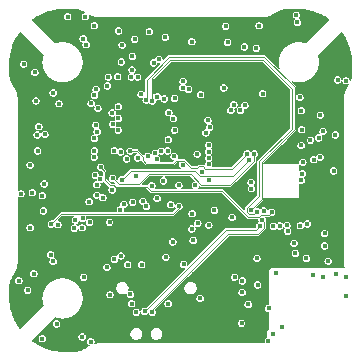
<source format=gbr>
%TF.GenerationSoftware,KiCad,Pcbnew,9.0.5*%
%TF.CreationDate,2025-10-07T19:58:39+02:00*%
%TF.ProjectId,Kolibri v0.6,4b6f6c69-6272-4692-9076-302e362e6b69,rev?*%
%TF.SameCoordinates,Original*%
%TF.FileFunction,Copper,L6,Inr*%
%TF.FilePolarity,Positive*%
%FSLAX46Y46*%
G04 Gerber Fmt 4.6, Leading zero omitted, Abs format (unit mm)*
G04 Created by KiCad (PCBNEW 9.0.5) date 2025-10-07 19:58:39*
%MOMM*%
%LPD*%
G01*
G04 APERTURE LIST*
%TA.AperFunction,ComponentPad*%
%ADD10O,1.200000X1.800000*%
%TD*%
%TA.AperFunction,ViaPad*%
%ADD11C,0.450000*%
%TD*%
%TA.AperFunction,Conductor*%
%ADD12C,0.110000*%
%TD*%
G04 APERTURE END LIST*
D10*
%TO.N,GND*%
%TO.C,J1*%
X102270000Y-112797500D03*
X93630000Y-112797500D03*
%TD*%
D11*
%TO.N,/SPI0.MOSI*%
X111250000Y-98250000D03*
%TO.N,GND*%
X109250000Y-102500000D03*
%TO.N,+3V3*%
X107050000Y-102580000D03*
%TO.N,GND*%
X103200000Y-112000000D03*
X112900000Y-105050000D03*
X106050000Y-113200000D03*
X95750000Y-96800000D03*
X104135001Y-105356681D03*
X108500000Y-102650000D03*
X97700000Y-95400000D03*
X91849286Y-93011156D03*
X101267108Y-98546000D03*
X104550000Y-95850000D03*
X93834998Y-105072000D03*
X113500000Y-88250000D03*
X96750000Y-94250000D03*
X86450000Y-88750000D03*
X92850000Y-102450000D03*
X93350000Y-87750000D03*
X108550000Y-87300000D03*
X106700000Y-111230000D03*
X91100000Y-112200000D03*
X111249000Y-101600000D03*
X96650000Y-95250000D03*
X96100000Y-94100000D03*
X90885000Y-106972740D03*
X97476514Y-97050000D03*
X91080000Y-96510705D03*
X95747880Y-100893008D03*
X104350000Y-92650000D03*
X104900000Y-87000000D03*
X101700000Y-93600000D03*
X100635000Y-91100000D03*
X112500000Y-93500000D03*
X110200000Y-87850000D03*
X87850000Y-105350000D03*
X100113102Y-90169999D03*
X103350000Y-108650000D03*
X102900000Y-107000000D03*
X88650000Y-94000000D03*
X90515000Y-106550000D03*
X89169546Y-96605667D03*
X90515000Y-107373324D03*
X90550000Y-100900000D03*
X102379581Y-106702796D03*
X89248729Y-98280001D03*
X89730884Y-92959999D03*
X96700000Y-109050000D03*
X101330000Y-102300000D03*
X102250000Y-90250000D03*
X90850000Y-99500000D03*
X99711630Y-90561630D03*
X103082581Y-104444159D03*
X103393370Y-107306630D03*
X91080000Y-97035000D03*
X104450000Y-94650000D03*
X106835000Y-104850000D03*
X92950000Y-108650000D03*
X108100000Y-93500000D03*
X102300000Y-88050000D03*
X86550000Y-111650000D03*
X99350000Y-91070000D03*
X94850000Y-96750000D03*
X89150000Y-97150000D03*
X101112059Y-107970318D03*
X89100000Y-99100000D03*
X88550000Y-86800000D03*
X94339196Y-107539197D03*
X105350000Y-90200000D03*
X96500000Y-96000000D03*
X109850000Y-107150000D03*
X96750000Y-87100000D03*
X107650000Y-91550000D03*
X112700000Y-97100000D03*
X89850000Y-100350000D03*
X101500000Y-108550000D03*
X87800000Y-99350000D03*
X104050000Y-97900000D03*
X97956281Y-99885000D03*
X96478391Y-103729000D03*
%TO.N,+1V1*%
X97700000Y-90050000D03*
X99391787Y-94780000D03*
X97200000Y-97980000D03*
X94720000Y-94750000D03*
X98150000Y-89750000D03*
%TO.N,+3V3*%
X100950000Y-104115000D03*
X97100000Y-102200000D03*
X110650000Y-106600000D03*
X102450000Y-95500000D03*
X91653548Y-113250706D03*
X100975000Y-102830000D03*
X107451466Y-110835000D03*
X98750000Y-106500000D03*
X100950000Y-88250000D03*
X99500000Y-93050000D03*
X94720000Y-93750000D03*
X93975053Y-103533281D03*
X111179120Y-108020000D03*
X99480000Y-95750000D03*
X96650000Y-92720000D03*
X101796219Y-99266037D03*
X106950000Y-92650000D03*
X101400000Y-97770000D03*
X91082828Y-103367342D03*
X91750000Y-88000000D03*
X92900000Y-101240000D03*
X94720000Y-95750000D03*
X99450000Y-97980000D03*
X104350000Y-103130000D03*
X96350000Y-98100000D03*
%TO.N,Net-(U1-XIN)*%
X96200000Y-99600000D03*
%TO.N,Net-(C15-Pad2)*%
X97560000Y-100450000D03*
%TO.N,+4V5*%
X98016535Y-92918630D03*
X101650000Y-110000000D03*
X95421548Y-98185438D03*
%TO.N,+5V*%
X110125000Y-103846353D03*
X87750000Y-93265000D03*
X87850000Y-96150000D03*
X88285000Y-113400000D03*
X105720000Y-110500000D03*
X112950000Y-99200000D03*
X90435000Y-86150000D03*
X103980000Y-88311630D03*
X114000000Y-91550000D03*
X109885000Y-86632264D03*
X114015000Y-109813705D03*
X87570736Y-107898143D03*
X87650000Y-90850000D03*
X106508639Y-108853320D03*
X105221925Y-108515000D03*
X107415002Y-113600000D03*
X106635000Y-86900000D03*
X86300000Y-108500000D03*
%TO.N,/ELRS/WIFI_ANTENNA*%
X107800000Y-113000000D03*
%TO.N,Net-(IC1-DCC_FB)*%
X88440000Y-100300000D03*
X91700000Y-103220000D03*
%TO.N,Net-(IC5-BOOT)*%
X109600000Y-105330000D03*
%TO.N,Net-(IC5-SW_1)*%
X109050000Y-104300000D03*
X108400000Y-103850000D03*
X109000000Y-103800000D03*
X107850000Y-103900000D03*
%TO.N,+5V_BUCK*%
X102382658Y-103782828D03*
X104566434Y-108188629D03*
%TO.N,VCC*%
X106465000Y-106600000D03*
X110212500Y-94106105D03*
X94950000Y-106400000D03*
X94393117Y-106683594D03*
X92002181Y-88520630D03*
X113100000Y-96150000D03*
%TO.N,Net-(IC6-SW_1)*%
X92288370Y-103561630D03*
X91000000Y-104050000D03*
X91650000Y-104000000D03*
%TO.N,+10V*%
X110100000Y-92980000D03*
X103661834Y-92175000D03*
X89000000Y-106300000D03*
X89200000Y-106850000D03*
X106400000Y-88800000D03*
X94977261Y-89977261D03*
%TO.N,Net-(U5-VIN)*%
X102139999Y-95983949D03*
%TO.N,Net-(U5-VOUT)*%
X101700000Y-92750000D03*
%TO.N,Net-(U5-SAG)*%
X102308030Y-94905796D03*
%TO.N,Net-(U5-CLKIN)*%
X105434998Y-93650000D03*
%TO.N,Net-(U5-XFB)*%
X105062933Y-94085001D03*
%TO.N,/RP2350/LED*%
X98600000Y-93100000D03*
%TO.N,Net-(D1-DOUT)*%
X91940000Y-86150000D03*
%TO.N,Net-(D3-DOUT)*%
X86700000Y-90150000D03*
X87050000Y-109300000D03*
%TO.N,Net-(D5-DOUT)*%
X92400000Y-113650000D03*
X108550000Y-112400000D03*
%TO.N,Net-(D7-DOUT)*%
X113300000Y-91500000D03*
X114015000Y-108186921D03*
%TO.N,/Connectors/LED*%
X109800000Y-86000000D03*
%TO.N,/Spk.+*%
X98700000Y-87900000D03*
X95050000Y-88540000D03*
%TO.N,/Spk.-*%
X96100000Y-88050000D03*
X92700000Y-86900000D03*
%TO.N,/ELRS/RADIO_RST*%
X87450000Y-101050000D03*
X101449168Y-103630772D03*
%TO.N,/ELRS/RADIO_BUSY*%
X89050000Y-103700000D03*
X99856845Y-102186999D03*
%TO.N,/ELRS/RADIO_DIO1*%
X101063344Y-105072089D03*
X89600000Y-103750000D03*
%TO.N,/ELRS/RADIO_MISO*%
X93407058Y-101475135D03*
X98002022Y-101515000D03*
%TO.N,/ELRS/RADIO_MOSI*%
X99176000Y-102065000D03*
X92900000Y-100375000D03*
%TO.N,Net-(IC1-DCC_SW)*%
X92250000Y-101800000D03*
%TO.N,Net-(IC1-XTA)*%
X88300000Y-101300000D03*
%TO.N,Net-(IC1-XTB)*%
X88380573Y-102581913D03*
%TO.N,/ELRS/RADIO_SCK*%
X96800000Y-101750000D03*
X92782802Y-99570000D03*
%TO.N,Net-(IC5-RT{slash}SYNC)*%
X109714609Y-106184270D03*
%TO.N,Net-(IC6-RT{slash}SYNC)*%
X91784998Y-108200000D03*
%TO.N,Net-(J1-CC2)*%
X95860000Y-110450000D03*
%TO.N,+5V_USB*%
X108100000Y-107850000D03*
X100245871Y-107104129D03*
X95750000Y-109650000D03*
%TO.N,Net-(J1-CC1)*%
X98940000Y-110450000D03*
%TO.N,/USB.D-*%
X106892353Y-103343841D03*
X97600000Y-111150000D03*
%TO.N,/USB.D+*%
X96950000Y-111100000D03*
X106700000Y-103850000D03*
%TO.N,/Motor.3*%
X102359998Y-98105006D03*
X113187661Y-107912339D03*
X111681102Y-96400622D03*
%TO.N,/Motor.1*%
X102359998Y-97025000D03*
X112184998Y-104500000D03*
X111833921Y-94466105D03*
%TO.N,/Motor.4*%
X112050000Y-108200000D03*
X110991000Y-96590747D03*
X102359998Y-98645009D03*
%TO.N,/Motor.2*%
X102360250Y-97565003D03*
X112200000Y-105550000D03*
X112050000Y-95850000D03*
%TO.N,/U1.TX*%
X94382723Y-97482724D03*
X87250000Y-98700000D03*
X87251064Y-104001619D03*
%TO.N,/U1.RX*%
X92700000Y-97500000D03*
X87900000Y-97500000D03*
X86480000Y-101135000D03*
%TO.N,/I2C0.SDA*%
X98965000Y-96547978D03*
X89200000Y-92600000D03*
X98545803Y-100040069D03*
X88000000Y-95450000D03*
%TO.N,/I2C0.SCL*%
X102849545Y-102535000D03*
X88500000Y-96100000D03*
X89700000Y-93500000D03*
X99000000Y-94273947D03*
%TO.N,/U2.TX*%
X103800000Y-86950000D03*
X94912951Y-97585000D03*
%TO.N,/U2.RX*%
X105400000Y-88700000D03*
X92684889Y-98039789D03*
%TO.N,/SWDIO*%
X97958527Y-98212470D03*
%TO.N,/SWCLK*%
X94200000Y-100800000D03*
%TO.N,/U0.TX*%
X92700000Y-92800000D03*
X95512237Y-107142499D03*
%TO.N,/U0.RX*%
X96700000Y-107131445D03*
X94017243Y-109675605D03*
X92415000Y-93493376D03*
%TO.N,/RP2350/Speaker*%
X97350000Y-87400000D03*
X100200000Y-91600000D03*
%TO.N,Net-(U1-USB_DP)*%
X105950000Y-102520000D03*
X97076053Y-93200000D03*
%TO.N,Net-(U1-USB_DM)*%
X97610822Y-93275000D03*
X106472626Y-102655882D03*
%TO.N,Net-(U4-PR1)*%
X105200000Y-109485000D03*
%TO.N,Net-(U5-HSYNC)*%
X102359998Y-100007037D03*
%TO.N,Net-(U5-VSYNC)*%
X101250000Y-100425000D03*
%TO.N,Net-(U5-LOS)*%
X105959000Y-100160998D03*
%TO.N,Net-(U1-QSPI_SS)*%
X93800000Y-92000000D03*
%TO.N,/ELRS/ELRS_BUTTON*%
X105151574Y-112084013D03*
X95196988Y-102033513D03*
%TO.N,Net-(U1-QSPI_SD0)*%
X95880158Y-90649149D03*
%TO.N,Net-(U1-QSPI_SCLK)*%
X95818432Y-91234135D03*
%TO.N,Net-(U1-QSPI_SD1)*%
X93875000Y-91250000D03*
%TO.N,/RP2350/Gyro_SS*%
X110300000Y-99450000D03*
X92801440Y-95320487D03*
%TO.N,Net-(U1-QSPI_SD2)*%
X94660758Y-91212500D03*
%TO.N,/SPI1.SCLK*%
X95719080Y-97515002D03*
X105625006Y-97739141D03*
%TO.N,/SPI1.MISO*%
X93215841Y-98869248D03*
X107700000Y-102700000D03*
%TO.N,/SPI1.MOSI*%
X105800000Y-98250000D03*
X95025000Y-99950457D03*
%TO.N,Net-(U1-QSPI_SD3)*%
X96358133Y-91252190D03*
%TO.N,/RP2350/OSD_SS*%
X94250000Y-99826053D03*
X106250000Y-97765002D03*
%TO.N,/SPI0.SCLK*%
X93000000Y-93900000D03*
X110348000Y-98450000D03*
%TO.N,Net-(R33-Pad2)*%
X92848350Y-92280774D03*
X96250000Y-111150000D03*
%TO.N,+1V8*%
X110710233Y-103688956D03*
%TO.N,/ADC/VBat_ADC*%
X95900000Y-89510000D03*
X100685359Y-92285000D03*
%TO.N,Net-(C33-Pad1)*%
X99343390Y-105206020D03*
%TO.N,Net-(U8-+)*%
X94750000Y-87350000D03*
%TO.N,/ELRS/ELRS_LED_RGB*%
X93201000Y-99911630D03*
X95930000Y-101836630D03*
%TO.N,/Power/DCDC_EN*%
X100165000Y-92140676D03*
X99849501Y-100411189D03*
%TO.N,/SPI0.MISO*%
X94250729Y-95237932D03*
X111800000Y-98050000D03*
%TO.N,/SPI0.MOSI*%
X94200000Y-94285000D03*
%TO.N,/RP2350/Flash_SS*%
X100165000Y-98696498D03*
X110200000Y-97050000D03*
%TO.N,/SPI_Flash.SCLK*%
X104250000Y-94084998D03*
X97846514Y-97684214D03*
%TO.N,/SPI_Flash.IO0*%
X104500000Y-93600000D03*
X98360297Y-97517993D03*
%TO.N,/RP2350/Gyro_FSync*%
X110200000Y-100000000D03*
X92700000Y-96450000D03*
%TO.N,/SPI_Flash.IO1*%
X98900000Y-97500000D03*
X110250000Y-95700000D03*
%TO.N,/RP2350/Gyro_Int*%
X105997146Y-100701001D03*
X92934130Y-95867026D03*
%TO.N,/PWM.1*%
X112480659Y-106830456D03*
X94893258Y-102480000D03*
%TO.N,/PWM.2*%
X93750000Y-107350000D03*
X89500000Y-112150000D03*
%TD*%
D12*
%TO.N,Net-(U1-USB_DP)*%
X97076053Y-93200000D02*
X97126052Y-93150001D01*
X106850000Y-101379583D02*
X106850000Y-101620000D01*
X97126052Y-93150001D02*
X97126052Y-91473948D01*
X97126052Y-91473948D02*
X99050000Y-89550000D01*
X106851000Y-98483256D02*
X106851000Y-101378582D01*
X99050000Y-89550000D02*
X107064066Y-89550000D01*
X107064066Y-89550000D02*
X109650000Y-92135934D01*
X109650000Y-92135934D02*
X109650000Y-95684257D01*
X109650000Y-95684257D02*
X106851000Y-98483256D01*
X106851000Y-101378582D02*
X106850000Y-101379583D01*
X106850000Y-101620000D02*
X105950000Y-102520000D01*
%TO.N,Net-(U1-USB_DM)*%
X97610822Y-93275000D02*
X97550000Y-93214178D01*
X97550000Y-93214178D02*
X97550000Y-91350000D01*
X97550000Y-91350000D02*
X99100000Y-89800000D01*
X106950000Y-89800000D02*
X109400000Y-92250000D01*
X106237508Y-102891000D02*
X106472626Y-102655882D01*
X99100000Y-89800000D02*
X106950000Y-89800000D01*
X109400000Y-92250000D02*
X109400000Y-95650000D01*
X105579000Y-102366326D02*
X105579000Y-102673674D01*
X109400000Y-95650000D02*
X106650000Y-98400000D01*
X106650000Y-98400000D02*
X106650000Y-101295326D01*
X106650000Y-101295326D02*
X105579000Y-102366326D01*
X105579000Y-102673674D02*
X105796326Y-102891000D01*
X105796326Y-102891000D02*
X106237508Y-102891000D01*
%TO.N,/SPI1.MISO*%
X93572000Y-99255182D02*
X93215841Y-98899023D01*
X94447131Y-100522457D02*
X94353674Y-100429000D01*
X94046326Y-100429000D02*
X93572000Y-99954674D01*
X93215841Y-98899023D02*
X93215841Y-98869248D01*
X97107783Y-100522457D02*
X94447131Y-100522457D01*
X97485326Y-100900000D02*
X97107783Y-100522457D01*
X93572000Y-99954674D02*
X93572000Y-99255182D01*
X94353674Y-100429000D02*
X94046326Y-100429000D01*
X103521070Y-100900000D02*
X97485326Y-100900000D01*
X105713070Y-103092000D02*
X103521070Y-100900000D01*
X106761520Y-102950000D02*
X106619520Y-103092000D01*
X106619520Y-103092000D02*
X105713070Y-103092000D01*
X107450000Y-102950000D02*
X106761520Y-102950000D01*
X107700000Y-102700000D02*
X107450000Y-102950000D01*
%TO.N,/ELRS/RADIO_BUSY*%
X99856845Y-102186999D02*
X99856845Y-102316891D01*
X99323736Y-102850000D02*
X89900000Y-102850000D01*
X99856845Y-102316891D02*
X99323736Y-102850000D01*
X89900000Y-102850000D02*
X89050000Y-103700000D01*
%TO.N,/USB.D-*%
X107071000Y-103522488D02*
X106892353Y-103343841D01*
X97600000Y-111150000D02*
X97600000Y-110959117D01*
X107071000Y-104003674D02*
X107071000Y-103522488D01*
X106544674Y-104530000D02*
X107071000Y-104003674D01*
X104029117Y-104530000D02*
X106544674Y-104530000D01*
X97600000Y-110959117D02*
X104029117Y-104530000D01*
%TO.N,/USB.D+*%
X96950000Y-111100000D02*
X103880000Y-104170000D01*
X106380000Y-104170000D02*
X106700000Y-103850000D01*
X103880000Y-104170000D02*
X106380000Y-104170000D01*
%TO.N,/SPI1.SCLK*%
X96829000Y-98054326D02*
X96829000Y-98312470D01*
X99371204Y-98583470D02*
X99629176Y-98325498D01*
X95719080Y-97515002D02*
X96289676Y-97515002D01*
X101518891Y-98818891D02*
X101873747Y-98818891D01*
X97100000Y-98583470D02*
X99371204Y-98583470D01*
X101873747Y-98818891D02*
X102070865Y-99016009D01*
X96289676Y-97515002D02*
X96829000Y-98054326D01*
X101420782Y-98917000D02*
X101518891Y-98818891D01*
X104348138Y-99016009D02*
X105625006Y-97739141D01*
X100318674Y-98325498D02*
X100910176Y-98917000D01*
X100910176Y-98917000D02*
X101420782Y-98917000D01*
X96829000Y-98312470D02*
X97100000Y-98583470D01*
X99629176Y-98325498D02*
X100318674Y-98325498D01*
X102070865Y-99016009D02*
X104348138Y-99016009D01*
%TO.N,/SPI1.MOSI*%
X101641545Y-99636037D02*
X104413963Y-99636037D01*
X95025000Y-99950457D02*
X95775457Y-99200000D01*
X101205508Y-99200000D02*
X101641545Y-99636037D01*
X104413963Y-99636037D02*
X105800000Y-98250000D01*
X95775457Y-99200000D02*
X101205508Y-99200000D01*
%TO.N,/RP2350/OSD_SS*%
X101727711Y-100378037D02*
X100849674Y-99500000D01*
X104196637Y-100378037D02*
X101727711Y-100378037D01*
X97300000Y-99500000D02*
X96478543Y-100321457D01*
X96478543Y-100321457D02*
X94745404Y-100321457D01*
X106250000Y-98324674D02*
X104196637Y-100378037D01*
X100849674Y-99500000D02*
X97300000Y-99500000D01*
X106250000Y-97765002D02*
X106250000Y-98324674D01*
X94745404Y-100321457D02*
X94250000Y-99826053D01*
%TD*%
%TA.AperFunction,Conductor*%
%TO.N,GND*%
G36*
X90998095Y-85487896D02*
G01*
X91076177Y-85489729D01*
X91078490Y-85489839D01*
X91149926Y-85494945D01*
X91152215Y-85495163D01*
X91220355Y-85503354D01*
X91222623Y-85503683D01*
X91287729Y-85514706D01*
X91289942Y-85515134D01*
X91352561Y-85528810D01*
X91354696Y-85529328D01*
X91415103Y-85545453D01*
X91417143Y-85546046D01*
X91475827Y-85564499D01*
X91477676Y-85565123D01*
X91533005Y-85585054D01*
X91535479Y-85586023D01*
X91649615Y-85634361D01*
X91652273Y-85635582D01*
X91762212Y-85690140D01*
X91764029Y-85691089D01*
X91774272Y-85696718D01*
X91874270Y-85751671D01*
X91875052Y-85752112D01*
X91877536Y-85753550D01*
X91900332Y-85783327D01*
X91895395Y-85820504D01*
X91865670Y-85843286D01*
X91865617Y-85843300D01*
X91865616Y-85843301D01*
X91865614Y-85843300D01*
X91818223Y-85856000D01*
X91818219Y-85856001D01*
X91746284Y-85897534D01*
X91746275Y-85897541D01*
X91687541Y-85956275D01*
X91687534Y-85956284D01*
X91646001Y-86028219D01*
X91645999Y-86028225D01*
X91624500Y-86108461D01*
X91624500Y-86191538D01*
X91645999Y-86271774D01*
X91646001Y-86271780D01*
X91687534Y-86343715D01*
X91687536Y-86343717D01*
X91687538Y-86343721D01*
X91746279Y-86402462D01*
X91746283Y-86402464D01*
X91746284Y-86402465D01*
X91818219Y-86443998D01*
X91818225Y-86444000D01*
X91898461Y-86465500D01*
X91898464Y-86465500D01*
X91981538Y-86465500D01*
X92061774Y-86444000D01*
X92061772Y-86444000D01*
X92061778Y-86443999D01*
X92133721Y-86402462D01*
X92192462Y-86343721D01*
X92232717Y-86273999D01*
X92233998Y-86271780D01*
X92234000Y-86271774D01*
X92255500Y-86191538D01*
X92255500Y-86108461D01*
X92255499Y-86108460D01*
X92240115Y-86051044D01*
X92242403Y-86033661D01*
X92243758Y-86016172D01*
X92244826Y-86015257D01*
X92245010Y-86013862D01*
X92258919Y-86003189D01*
X92272244Y-85991779D01*
X92273647Y-85991887D01*
X92274763Y-85991032D01*
X92309635Y-85994675D01*
X92309950Y-85994835D01*
X92317351Y-86000294D01*
X92317472Y-86000121D01*
X92321440Y-86002865D01*
X92352648Y-86016378D01*
X92382995Y-86031690D01*
X92389053Y-86032142D01*
X92396631Y-86035424D01*
X92396635Y-86035425D01*
X92443507Y-86055720D01*
X92451050Y-86060637D01*
X92451220Y-86060362D01*
X92455335Y-86062886D01*
X92455337Y-86062888D01*
X92473849Y-86069731D01*
X92486371Y-86074360D01*
X92488120Y-86075045D01*
X92488504Y-86075204D01*
X92519192Y-86088492D01*
X92520667Y-86088515D01*
X92525194Y-86090389D01*
X92527460Y-86091121D01*
X92527462Y-86091123D01*
X92560555Y-86101823D01*
X92562366Y-86102451D01*
X92594988Y-86114510D01*
X92599519Y-86116185D01*
X92599510Y-86116207D01*
X92635455Y-86126093D01*
X92637536Y-86126716D01*
X92662869Y-86134907D01*
X92670185Y-86137273D01*
X92674803Y-86138766D01*
X92674752Y-86138923D01*
X92675337Y-86139083D01*
X92675355Y-86139006D01*
X92697848Y-86144075D01*
X92713292Y-86147555D01*
X92715466Y-86148099D01*
X92748339Y-86157141D01*
X92748340Y-86157140D01*
X92751643Y-86158049D01*
X92758761Y-86159647D01*
X92760805Y-86160004D01*
X92760806Y-86160005D01*
X92794158Y-86165841D01*
X92796467Y-86166303D01*
X92829472Y-86173742D01*
X92829481Y-86173740D01*
X92829835Y-86173750D01*
X92844039Y-86176227D01*
X92844640Y-86176426D01*
X92844645Y-86176429D01*
X92878128Y-86180593D01*
X92880453Y-86180941D01*
X92913695Y-86186758D01*
X92913700Y-86186756D01*
X92915555Y-86186714D01*
X92929787Y-86188482D01*
X92931665Y-86189002D01*
X92931669Y-86189004D01*
X92965270Y-86191491D01*
X92967630Y-86191725D01*
X93001077Y-86195886D01*
X93001082Y-86195884D01*
X93004445Y-86195640D01*
X93010873Y-86195594D01*
X93018898Y-86196064D01*
X93021969Y-86197425D01*
X93056497Y-86198266D01*
X93057316Y-86198314D01*
X93057345Y-86198328D01*
X93058058Y-86198363D01*
X93080914Y-86200056D01*
X93091687Y-86200854D01*
X93091687Y-86200853D01*
X93091689Y-86200854D01*
X93091690Y-86200853D01*
X93096480Y-86200264D01*
X93096557Y-86200893D01*
X93103338Y-86199850D01*
X93109388Y-86199938D01*
X93110744Y-86200500D01*
X93147973Y-86200500D01*
X93148316Y-86200505D01*
X93148325Y-86200509D01*
X93148797Y-86200515D01*
X93185611Y-86201412D01*
X93185611Y-86201411D01*
X93185613Y-86201412D01*
X93185614Y-86201411D01*
X93186701Y-86201223D01*
X93195087Y-86200500D01*
X99959938Y-86200500D01*
X106811664Y-86200500D01*
X106814027Y-86201412D01*
X106851459Y-86200500D01*
X106888896Y-86200500D01*
X106893727Y-86200500D01*
X106893727Y-86201170D01*
X106902982Y-86201732D01*
X106903163Y-86200264D01*
X106907949Y-86200853D01*
X106907951Y-86200854D01*
X106907952Y-86200853D01*
X106907954Y-86200854D01*
X106920138Y-86199951D01*
X106941616Y-86198360D01*
X106942322Y-86198314D01*
X106943140Y-86198266D01*
X106977671Y-86197425D01*
X106980741Y-86196063D01*
X106988766Y-86195594D01*
X106990006Y-86196024D01*
X106995194Y-86195640D01*
X106998556Y-86195884D01*
X106998562Y-86195886D01*
X107031999Y-86191726D01*
X107034373Y-86191491D01*
X107067970Y-86189004D01*
X107067978Y-86188999D01*
X107069850Y-86188482D01*
X107075896Y-86187210D01*
X107083208Y-86186147D01*
X107085945Y-86186758D01*
X107119878Y-86180819D01*
X107120548Y-86180722D01*
X107120584Y-86180731D01*
X107121507Y-86180593D01*
X107154994Y-86176429D01*
X107154998Y-86176426D01*
X107155601Y-86176227D01*
X107169796Y-86173751D01*
X107170162Y-86173741D01*
X107170168Y-86173742D01*
X107203180Y-86166301D01*
X107204569Y-86166010D01*
X107205046Y-86165916D01*
X107238834Y-86160005D01*
X107240340Y-86159047D01*
X107246555Y-86157838D01*
X107247806Y-86158092D01*
X107248008Y-86158046D01*
X107251299Y-86157140D01*
X107251302Y-86157141D01*
X107284172Y-86148099D01*
X107286356Y-86147553D01*
X107319575Y-86140067D01*
X107319575Y-86140066D01*
X107320381Y-86139885D01*
X107323078Y-86138870D01*
X107328434Y-86137201D01*
X107329429Y-86137281D01*
X107362489Y-86126590D01*
X107362609Y-86126553D01*
X107362632Y-86126555D01*
X107364151Y-86126101D01*
X107397315Y-86116980D01*
X107397316Y-86116978D01*
X107400130Y-86116205D01*
X107400123Y-86116184D01*
X107404651Y-86114509D01*
X107404652Y-86114510D01*
X107437270Y-86102452D01*
X107439052Y-86101833D01*
X107472177Y-86091123D01*
X107472293Y-86091024D01*
X107476987Y-86089498D01*
X107477948Y-86089573D01*
X107480444Y-86088492D01*
X107480447Y-86088492D01*
X107510804Y-86075346D01*
X107513253Y-86074364D01*
X107544302Y-86062888D01*
X107544305Y-86062884D01*
X107548415Y-86060363D01*
X107548585Y-86060641D01*
X107556129Y-86055720D01*
X107610580Y-86032144D01*
X107616643Y-86031691D01*
X107646998Y-86016374D01*
X107678199Y-86002865D01*
X107678201Y-86002863D01*
X107682170Y-86000119D01*
X107682296Y-86000301D01*
X107689801Y-85994777D01*
X107731809Y-85973582D01*
X107739319Y-85971344D01*
X107739097Y-85970651D01*
X107743691Y-85969176D01*
X107743696Y-85969176D01*
X107762992Y-85958461D01*
X109484500Y-85958461D01*
X109484500Y-86041538D01*
X109505999Y-86121774D01*
X109506001Y-86121780D01*
X109547534Y-86193715D01*
X109547536Y-86193717D01*
X109547538Y-86193721D01*
X109606279Y-86252462D01*
X109606283Y-86252464D01*
X109606284Y-86252465D01*
X109628151Y-86265090D01*
X109678222Y-86293999D01*
X109678228Y-86294000D01*
X109680912Y-86295113D01*
X109707430Y-86321633D01*
X109707429Y-86359136D01*
X109693417Y-86377398D01*
X109693550Y-86377531D01*
X109692541Y-86378539D01*
X109691994Y-86379253D01*
X109691279Y-86379801D01*
X109632541Y-86438539D01*
X109632534Y-86438548D01*
X109591001Y-86510483D01*
X109590999Y-86510489D01*
X109569500Y-86590725D01*
X109569500Y-86673802D01*
X109590999Y-86754038D01*
X109591001Y-86754044D01*
X109632534Y-86825979D01*
X109632536Y-86825981D01*
X109632538Y-86825985D01*
X109691279Y-86884726D01*
X109691283Y-86884728D01*
X109691284Y-86884729D01*
X109763219Y-86926262D01*
X109763225Y-86926264D01*
X109843461Y-86947764D01*
X109843464Y-86947764D01*
X109926538Y-86947764D01*
X110006774Y-86926264D01*
X110006772Y-86926264D01*
X110006778Y-86926263D01*
X110078721Y-86884726D01*
X110137462Y-86825985D01*
X110177705Y-86756284D01*
X110178998Y-86754044D01*
X110179000Y-86754038D01*
X110200500Y-86673802D01*
X110200500Y-86590725D01*
X110179000Y-86510489D01*
X110178998Y-86510483D01*
X110137465Y-86438548D01*
X110137464Y-86438547D01*
X110137462Y-86438543D01*
X110078721Y-86379802D01*
X110078717Y-86379800D01*
X110078715Y-86379798D01*
X110006778Y-86338264D01*
X110004083Y-86337148D01*
X109977568Y-86310626D01*
X109977572Y-86273123D01*
X109991584Y-86254867D01*
X109991450Y-86254733D01*
X109992473Y-86253709D01*
X109993018Y-86253000D01*
X109993709Y-86252468D01*
X109993721Y-86252462D01*
X110052462Y-86193721D01*
X110093999Y-86121778D01*
X110099173Y-86102470D01*
X110115500Y-86041538D01*
X110115500Y-85958461D01*
X110094000Y-85878225D01*
X110093998Y-85878219D01*
X110052465Y-85806284D01*
X110052464Y-85806283D01*
X110052462Y-85806279D01*
X109993721Y-85747538D01*
X109993717Y-85747536D01*
X109993715Y-85747534D01*
X109921780Y-85706001D01*
X109921774Y-85705999D01*
X109841539Y-85684500D01*
X109841536Y-85684500D01*
X109758464Y-85684500D01*
X109758461Y-85684500D01*
X109678225Y-85705999D01*
X109678219Y-85706001D01*
X109606284Y-85747534D01*
X109606275Y-85747541D01*
X109547541Y-85806275D01*
X109547534Y-85806284D01*
X109506001Y-85878219D01*
X109505999Y-85878225D01*
X109484500Y-85958461D01*
X107762992Y-85958461D01*
X107774254Y-85952207D01*
X107775945Y-85951313D01*
X107788874Y-85944789D01*
X107807162Y-85935563D01*
X107807164Y-85935560D01*
X107810966Y-85932588D01*
X107811419Y-85933167D01*
X107817483Y-85928206D01*
X107855645Y-85907018D01*
X107863217Y-85903653D01*
X107863364Y-85903567D01*
X107863367Y-85903567D01*
X107895814Y-85884725D01*
X107896615Y-85884271D01*
X107929371Y-85866085D01*
X107929372Y-85866083D01*
X107929524Y-85865999D01*
X107936283Y-85861226D01*
X108012380Y-85817049D01*
X108012429Y-85817011D01*
X108124585Y-85752113D01*
X108125353Y-85751679D01*
X108235669Y-85691057D01*
X108237412Y-85690146D01*
X108347374Y-85635576D01*
X108349962Y-85634386D01*
X108464202Y-85586005D01*
X108466620Y-85585059D01*
X108521976Y-85565117D01*
X108523796Y-85564503D01*
X108582507Y-85546042D01*
X108584522Y-85545457D01*
X108644966Y-85529322D01*
X108647081Y-85528809D01*
X108709703Y-85515132D01*
X108711901Y-85514707D01*
X108777020Y-85503682D01*
X108779276Y-85503355D01*
X108847427Y-85495163D01*
X108849708Y-85494945D01*
X108921151Y-85489839D01*
X108923460Y-85489729D01*
X109001546Y-85487896D01*
X109002696Y-85487882D01*
X110126639Y-85487882D01*
X110130572Y-85488039D01*
X110306616Y-85502220D01*
X110308486Y-85502408D01*
X110488473Y-85524030D01*
X110490336Y-85524292D01*
X110668877Y-85552861D01*
X110670758Y-85553199D01*
X110759231Y-85570919D01*
X110847710Y-85588641D01*
X110849563Y-85589049D01*
X111024763Y-85631299D01*
X111026568Y-85631772D01*
X111147781Y-85666041D01*
X111199827Y-85680756D01*
X111201648Y-85681310D01*
X111228441Y-85690022D01*
X111372720Y-85736937D01*
X111374443Y-85737534D01*
X111543207Y-85799754D01*
X111544955Y-85800438D01*
X111711145Y-85869148D01*
X111712889Y-85869909D01*
X111760596Y-85891839D01*
X111876337Y-85945043D01*
X111877993Y-85945843D01*
X112038577Y-86027359D01*
X112040238Y-86028244D01*
X112173366Y-86102470D01*
X112197619Y-86115992D01*
X112199264Y-86116951D01*
X112214721Y-86126376D01*
X112353359Y-86210912D01*
X112354971Y-86211939D01*
X112505574Y-86312030D01*
X112507148Y-86313121D01*
X112576686Y-86363362D01*
X112596366Y-86395285D01*
X112587708Y-86431775D01*
X112582638Y-86437727D01*
X110630810Y-88389554D01*
X110596162Y-88403906D01*
X110577948Y-88400395D01*
X110574379Y-88398966D01*
X110574378Y-88398965D01*
X110574376Y-88398965D01*
X110574373Y-88398965D01*
X110572559Y-88398626D01*
X110565911Y-88396894D01*
X110564445Y-88396400D01*
X110563179Y-88395954D01*
X110562344Y-88395647D01*
X110561743Y-88395425D01*
X110555480Y-88392609D01*
X110553851Y-88391734D01*
X110542632Y-88388307D01*
X110542632Y-88388306D01*
X110541292Y-88387896D01*
X110529027Y-88383381D01*
X110526798Y-88383469D01*
X110520553Y-88381562D01*
X110520542Y-88381560D01*
X110519626Y-88381280D01*
X110519040Y-88381101D01*
X110517718Y-88380677D01*
X110516340Y-88380213D01*
X110510022Y-88377581D01*
X110508372Y-88376754D01*
X110497068Y-88373646D01*
X110494434Y-88372842D01*
X110483287Y-88369091D01*
X110481444Y-88368854D01*
X110474722Y-88367502D01*
X110473315Y-88367115D01*
X110472011Y-88366737D01*
X110470595Y-88366305D01*
X110464179Y-88363844D01*
X110462510Y-88363065D01*
X110451091Y-88360268D01*
X110448438Y-88359538D01*
X110437189Y-88356102D01*
X110435343Y-88355917D01*
X110428614Y-88354763D01*
X110427403Y-88354467D01*
X110427178Y-88354411D01*
X110425824Y-88354060D01*
X110424433Y-88353677D01*
X110417984Y-88351406D01*
X110416280Y-88350668D01*
X110404764Y-88348189D01*
X110403416Y-88347899D01*
X110390771Y-88344423D01*
X110388553Y-88344700D01*
X110382137Y-88343318D01*
X110381307Y-88343140D01*
X110380757Y-88343021D01*
X110379401Y-88342709D01*
X110377942Y-88342351D01*
X110371441Y-88340266D01*
X110369730Y-88339582D01*
X110358199Y-88337437D01*
X110355510Y-88336858D01*
X110344050Y-88334052D01*
X110342167Y-88333969D01*
X110335372Y-88333191D01*
X110333974Y-88332931D01*
X110332627Y-88332661D01*
X110331200Y-88332354D01*
X110324609Y-88330444D01*
X110322859Y-88329801D01*
X110311223Y-88327973D01*
X110311223Y-88327974D01*
X110309856Y-88327759D01*
X110297051Y-88325003D01*
X110294855Y-88325403D01*
X110288375Y-88324386D01*
X110288374Y-88324385D01*
X110286948Y-88324162D01*
X110285596Y-88323930D01*
X110284126Y-88323657D01*
X110277476Y-88321933D01*
X110275727Y-88321345D01*
X110275726Y-88321345D01*
X110275724Y-88321344D01*
X110275722Y-88321344D01*
X110264096Y-88319852D01*
X110261376Y-88319425D01*
X110249815Y-88317275D01*
X110247952Y-88317298D01*
X110241129Y-88316904D01*
X110239670Y-88316717D01*
X110238303Y-88316523D01*
X110236799Y-88316287D01*
X110230114Y-88314752D01*
X110228344Y-88314212D01*
X110216665Y-88313047D01*
X110216665Y-88313046D01*
X110215276Y-88312907D01*
X110202356Y-88310879D01*
X110200187Y-88311402D01*
X110193660Y-88310751D01*
X110193658Y-88310750D01*
X110193657Y-88310750D01*
X110192135Y-88310598D01*
X110190785Y-88310445D01*
X110189261Y-88310250D01*
X110182526Y-88308903D01*
X110180744Y-88308414D01*
X110180743Y-88308414D01*
X110180741Y-88308413D01*
X110180738Y-88308413D01*
X110167671Y-88307480D01*
X110154712Y-88305818D01*
X110152559Y-88306401D01*
X110146022Y-88305935D01*
X110146020Y-88305934D01*
X110144486Y-88305825D01*
X110143096Y-88305706D01*
X110141494Y-88305546D01*
X110134759Y-88304395D01*
X110132944Y-88303952D01*
X110121233Y-88303448D01*
X110121233Y-88303447D01*
X110119839Y-88303387D01*
X110106907Y-88302097D01*
X110104778Y-88302739D01*
X110098239Y-88302458D01*
X110098236Y-88302456D01*
X110098232Y-88302457D01*
X110096612Y-88302387D01*
X110095242Y-88302309D01*
X110093559Y-88302189D01*
X110086786Y-88301227D01*
X110084989Y-88300842D01*
X110073346Y-88300669D01*
X110070591Y-88300550D01*
X110058968Y-88299721D01*
X110057122Y-88299953D01*
X110050321Y-88300329D01*
X110048648Y-88300305D01*
X110047227Y-88300264D01*
X110045475Y-88300188D01*
X110039187Y-88298891D01*
X110039092Y-88299446D01*
X110034337Y-88298629D01*
X110020435Y-88298994D01*
X110020433Y-88298994D01*
X110018725Y-88299038D01*
X110010922Y-88298703D01*
X110009324Y-88299284D01*
X110003599Y-88299434D01*
X110003595Y-88299435D01*
X109999613Y-88299540D01*
X109997599Y-88299552D01*
X109958565Y-88298976D01*
X109949344Y-88299258D01*
X109948415Y-88299145D01*
X109914831Y-88301702D01*
X109913570Y-88301781D01*
X109912965Y-88301811D01*
X109878743Y-88302709D01*
X109876664Y-88303634D01*
X109869845Y-88303977D01*
X109868665Y-88303556D01*
X109863931Y-88303917D01*
X109863409Y-88303880D01*
X109829961Y-88308104D01*
X109827544Y-88308348D01*
X109793977Y-88310904D01*
X109793798Y-88310955D01*
X109788095Y-88312185D01*
X109781519Y-88313198D01*
X109779464Y-88312744D01*
X109745772Y-88318706D01*
X109745213Y-88318793D01*
X109745174Y-88318783D01*
X109743892Y-88318978D01*
X109709943Y-88323267D01*
X109697349Y-88325495D01*
X109663805Y-88333152D01*
X109662390Y-88333453D01*
X109661850Y-88333559D01*
X109628230Y-88339510D01*
X109626671Y-88340503D01*
X109620394Y-88341743D01*
X109619182Y-88341500D01*
X109616819Y-88342039D01*
X109582728Y-88351601D01*
X109580403Y-88352192D01*
X109547166Y-88359781D01*
X109542863Y-88361413D01*
X109536896Y-88363284D01*
X109535195Y-88363165D01*
X109502711Y-88374011D01*
X109502289Y-88374144D01*
X109502252Y-88374140D01*
X109500857Y-88374569D01*
X109465253Y-88384559D01*
X109459838Y-88386366D01*
X109425164Y-88399846D01*
X109423686Y-88400394D01*
X109423270Y-88400540D01*
X109390839Y-88411371D01*
X109389694Y-88412364D01*
X109383960Y-88414384D01*
X109382827Y-88414322D01*
X109348893Y-88429436D01*
X109346715Y-88430344D01*
X109314576Y-88442840D01*
X109311510Y-88444552D01*
X109306135Y-88447160D01*
X109304739Y-88447265D01*
X109274230Y-88462648D01*
X109273810Y-88462852D01*
X109273779Y-88462853D01*
X109272351Y-88463531D01*
X109236980Y-88479287D01*
X109236972Y-88479269D01*
X109235691Y-88479914D01*
X109235706Y-88479939D01*
X109201974Y-88499018D01*
X109200516Y-88499811D01*
X109200207Y-88499971D01*
X109169625Y-88515393D01*
X109168788Y-88516363D01*
X109163586Y-88519078D01*
X109162702Y-88519156D01*
X109131512Y-88538810D01*
X109129517Y-88540003D01*
X109099252Y-88557123D01*
X109097036Y-88558822D01*
X109092242Y-88562077D01*
X109091064Y-88562337D01*
X109063014Y-88581924D01*
X109062673Y-88582157D01*
X109062643Y-88582162D01*
X109061270Y-88583074D01*
X109028448Y-88603759D01*
X109028402Y-88603686D01*
X109027819Y-88604093D01*
X109027874Y-88604164D01*
X108997133Y-88627866D01*
X108995766Y-88628883D01*
X108995487Y-88629082D01*
X108967401Y-88648698D01*
X108966784Y-88649662D01*
X108962117Y-88653009D01*
X108961387Y-88653179D01*
X108933404Y-88676935D01*
X108931614Y-88678384D01*
X108903938Y-88699724D01*
X108902240Y-88701459D01*
X108898017Y-88705305D01*
X108896975Y-88705696D01*
X108871980Y-88729022D01*
X108871673Y-88729303D01*
X108871647Y-88729312D01*
X108870390Y-88730432D01*
X108840780Y-88755572D01*
X108840708Y-88755487D01*
X108840394Y-88755781D01*
X108840475Y-88755860D01*
X108813345Y-88783673D01*
X108812129Y-88784877D01*
X108811886Y-88785108D01*
X108786837Y-88808489D01*
X108786380Y-88809492D01*
X108782255Y-88813436D01*
X108781581Y-88813697D01*
X108757230Y-88841131D01*
X108755665Y-88842813D01*
X108728552Y-88870616D01*
X108728473Y-88870539D01*
X108728154Y-88870898D01*
X108728238Y-88870966D01*
X108703856Y-88901188D01*
X108702370Y-88902945D01*
X108679793Y-88928385D01*
X108679792Y-88928386D01*
X108676592Y-88931993D01*
X108676515Y-88931924D01*
X108676156Y-88932368D01*
X108676236Y-88932427D01*
X108653318Y-88963751D01*
X108651911Y-88965582D01*
X108627535Y-88995802D01*
X108627464Y-88995745D01*
X108627044Y-88996319D01*
X108627116Y-88996367D01*
X108605713Y-89028730D01*
X108604389Y-89030632D01*
X108581480Y-89061947D01*
X108581420Y-89061903D01*
X108580919Y-89062660D01*
X108580978Y-89062695D01*
X108578512Y-89066838D01*
X108578512Y-89066839D01*
X108576409Y-89070374D01*
X108561153Y-89096012D01*
X108559917Y-89097981D01*
X108538527Y-89130330D01*
X108538482Y-89130300D01*
X108537895Y-89131286D01*
X108537936Y-89131308D01*
X108519734Y-89165512D01*
X108518589Y-89167546D01*
X108498773Y-89200854D01*
X108498747Y-89200839D01*
X108498074Y-89202104D01*
X108498093Y-89202113D01*
X108481571Y-89237112D01*
X108480519Y-89239209D01*
X108462324Y-89273408D01*
X108461481Y-89275193D01*
X108446748Y-89310752D01*
X108445792Y-89312911D01*
X108429566Y-89347287D01*
X108428140Y-89350731D01*
X108415392Y-89386284D01*
X108414537Y-89388499D01*
X108400294Y-89422877D01*
X108398370Y-89428246D01*
X108387598Y-89463631D01*
X108386847Y-89465896D01*
X108374587Y-89500092D01*
X108372289Y-89507645D01*
X108363481Y-89542661D01*
X108362839Y-89544973D01*
X108352535Y-89578829D01*
X108350036Y-89588770D01*
X108343144Y-89623270D01*
X108342613Y-89625622D01*
X108334219Y-89658997D01*
X108331723Y-89671494D01*
X108326684Y-89705371D01*
X108326268Y-89707757D01*
X108319667Y-89740808D01*
X108319667Y-89740944D01*
X108317563Y-89755100D01*
X108317510Y-89755273D01*
X108314214Y-89788801D01*
X108313916Y-89791214D01*
X108308960Y-89824534D01*
X108308986Y-89825058D01*
X108307587Y-89839299D01*
X108307452Y-89839837D01*
X108305830Y-89873468D01*
X108305652Y-89875899D01*
X108302358Y-89909410D01*
X108302832Y-89914209D01*
X108302389Y-89914252D01*
X108303449Y-89922821D01*
X108302842Y-89935411D01*
X108302505Y-89937685D01*
X108301899Y-89949577D01*
X108299357Y-89961395D01*
X108298833Y-89964325D01*
X108298833Y-89964327D01*
X108298833Y-89964328D01*
X108299034Y-89974636D01*
X108299368Y-89991644D01*
X108299322Y-89994921D01*
X108299302Y-89995328D01*
X108298384Y-90009704D01*
X108298592Y-90010318D01*
X108298351Y-90015426D01*
X108298314Y-90015503D01*
X108298328Y-90015866D01*
X108297905Y-90023362D01*
X108298014Y-90025809D01*
X108297806Y-90029895D01*
X108298505Y-90034672D01*
X108298217Y-90034714D01*
X108299231Y-90039713D01*
X108300790Y-90066142D01*
X108300866Y-90068068D01*
X108301363Y-90093462D01*
X108301205Y-90097499D01*
X108301315Y-90098615D01*
X108301540Y-90102440D01*
X108301562Y-90103556D01*
X108302195Y-90107562D01*
X108304683Y-90132825D01*
X108304834Y-90134743D01*
X108306324Y-90160011D01*
X108306324Y-90164084D01*
X108306480Y-90165210D01*
X108306854Y-90169006D01*
X108306922Y-90170165D01*
X108307718Y-90174164D01*
X108310120Y-90191536D01*
X108311186Y-90199247D01*
X108311411Y-90201153D01*
X108313889Y-90226312D01*
X108314049Y-90230396D01*
X108314252Y-90231530D01*
X108314774Y-90235304D01*
X108314890Y-90236480D01*
X108315845Y-90240458D01*
X108320284Y-90265337D01*
X108320584Y-90267232D01*
X108324047Y-90292274D01*
X108324590Y-90296206D01*
X108324477Y-90296844D01*
X108325024Y-90299345D01*
X108325283Y-90301214D01*
X108325286Y-90301230D01*
X108325448Y-90302401D01*
X108326556Y-90306330D01*
X108331968Y-90331010D01*
X108332343Y-90332897D01*
X108336791Y-90357820D01*
X108337488Y-90361724D01*
X108337399Y-90362371D01*
X108338046Y-90364853D01*
X108338382Y-90366736D01*
X108338384Y-90366744D01*
X108338584Y-90367864D01*
X108339836Y-90371716D01*
X108339850Y-90371770D01*
X108346230Y-90396229D01*
X108346679Y-90398103D01*
X108352112Y-90422888D01*
X108352113Y-90422888D01*
X108352958Y-90426744D01*
X108352896Y-90427382D01*
X108353627Y-90429795D01*
X108354037Y-90431662D01*
X108354280Y-90432771D01*
X108355681Y-90436569D01*
X108363043Y-90460849D01*
X108363564Y-90462699D01*
X108372395Y-90496554D01*
X108372983Y-90497767D01*
X108375370Y-90503628D01*
X108378506Y-90513021D01*
X108380461Y-90521225D01*
X108384612Y-90532892D01*
X108382704Y-90570346D01*
X108354871Y-90595481D01*
X108317417Y-90593573D01*
X108303799Y-90583964D01*
X107146488Y-89426653D01*
X107146486Y-89426652D01*
X107146485Y-89426651D01*
X107114284Y-89413313D01*
X107093009Y-89404500D01*
X107093008Y-89404500D01*
X99078942Y-89404500D01*
X99021058Y-89404500D01*
X99021056Y-89404500D01*
X98976754Y-89422851D01*
X98970061Y-89425624D01*
X98967579Y-89426652D01*
X98544592Y-89849639D01*
X98509944Y-89863991D01*
X98475296Y-89849639D01*
X98460944Y-89814991D01*
X98462614Y-89802308D01*
X98465500Y-89791537D01*
X98465500Y-89708461D01*
X98444000Y-89628225D01*
X98443998Y-89628219D01*
X98402465Y-89556284D01*
X98402464Y-89556283D01*
X98402462Y-89556279D01*
X98343721Y-89497538D01*
X98343717Y-89497536D01*
X98343715Y-89497534D01*
X98271780Y-89456001D01*
X98271774Y-89455999D01*
X98191539Y-89434500D01*
X98191536Y-89434500D01*
X98108464Y-89434500D01*
X98108461Y-89434500D01*
X98028225Y-89455999D01*
X98028219Y-89456001D01*
X97956284Y-89497534D01*
X97956275Y-89497541D01*
X97897541Y-89556275D01*
X97897534Y-89556284D01*
X97856001Y-89628219D01*
X97855999Y-89628225D01*
X97834445Y-89708666D01*
X97811615Y-89738419D01*
X97774433Y-89743314D01*
X97741539Y-89734500D01*
X97741536Y-89734500D01*
X97658464Y-89734500D01*
X97658461Y-89734500D01*
X97578225Y-89755999D01*
X97578219Y-89756001D01*
X97506284Y-89797534D01*
X97506275Y-89797541D01*
X97447541Y-89856275D01*
X97447534Y-89856284D01*
X97406001Y-89928219D01*
X97405999Y-89928225D01*
X97384500Y-90008461D01*
X97384500Y-90091538D01*
X97405999Y-90171774D01*
X97406001Y-90171780D01*
X97447534Y-90243715D01*
X97447536Y-90243717D01*
X97447538Y-90243721D01*
X97506279Y-90302462D01*
X97506283Y-90302464D01*
X97506284Y-90302465D01*
X97578219Y-90343998D01*
X97578225Y-90344000D01*
X97658461Y-90365500D01*
X97658464Y-90365500D01*
X97741538Y-90365500D01*
X97821774Y-90344000D01*
X97821772Y-90344000D01*
X97821778Y-90343999D01*
X97822255Y-90343724D01*
X97864058Y-90319588D01*
X97893721Y-90302462D01*
X97952462Y-90243721D01*
X97987853Y-90182423D01*
X97993998Y-90171780D01*
X97994000Y-90171775D01*
X98004181Y-90133778D01*
X98015500Y-90091536D01*
X98015500Y-90091534D01*
X98015554Y-90091333D01*
X98038384Y-90061580D01*
X98075566Y-90056685D01*
X98084003Y-90058945D01*
X98108462Y-90065500D01*
X98108464Y-90065500D01*
X98191538Y-90065500D01*
X98202308Y-90062614D01*
X98239490Y-90067508D01*
X98262321Y-90097261D01*
X98257427Y-90134443D01*
X98249639Y-90144592D01*
X97642755Y-90751477D01*
X97043633Y-91350599D01*
X97032282Y-91361950D01*
X97002703Y-91391528D01*
X96980552Y-91445004D01*
X96980552Y-92486073D01*
X96966200Y-92520721D01*
X96931552Y-92535073D01*
X96896904Y-92520721D01*
X96843724Y-92467541D01*
X96843721Y-92467538D01*
X96843717Y-92467536D01*
X96843715Y-92467534D01*
X96771780Y-92426001D01*
X96771774Y-92425999D01*
X96691539Y-92404500D01*
X96691536Y-92404500D01*
X96608464Y-92404500D01*
X96608461Y-92404500D01*
X96528225Y-92425999D01*
X96528219Y-92426001D01*
X96456284Y-92467534D01*
X96456275Y-92467541D01*
X96397541Y-92526275D01*
X96397534Y-92526284D01*
X96356001Y-92598219D01*
X96355999Y-92598225D01*
X96334500Y-92678461D01*
X96334500Y-92761538D01*
X96355999Y-92841774D01*
X96356001Y-92841780D01*
X96397534Y-92913715D01*
X96397536Y-92913717D01*
X96397538Y-92913721D01*
X96456279Y-92972462D01*
X96456283Y-92972464D01*
X96456284Y-92972465D01*
X96528219Y-93013998D01*
X96528225Y-93014000D01*
X96608461Y-93035500D01*
X96608464Y-93035500D01*
X96691537Y-93035500D01*
X96697869Y-93033802D01*
X96719409Y-93028031D01*
X96756589Y-93032925D01*
X96779421Y-93062677D01*
X96779421Y-93088043D01*
X96760553Y-93158460D01*
X96760553Y-93241538D01*
X96782052Y-93321774D01*
X96782054Y-93321780D01*
X96823587Y-93393715D01*
X96823589Y-93393717D01*
X96823591Y-93393721D01*
X96882332Y-93452462D01*
X96882336Y-93452464D01*
X96882337Y-93452465D01*
X96954272Y-93493998D01*
X96954278Y-93494000D01*
X97034514Y-93515500D01*
X97034517Y-93515500D01*
X97117591Y-93515500D01*
X97197827Y-93494000D01*
X97197825Y-93494000D01*
X97197831Y-93493999D01*
X97269774Y-93452462D01*
X97274827Y-93447408D01*
X97309474Y-93433055D01*
X97344123Y-93447404D01*
X97351911Y-93457552D01*
X97352438Y-93458464D01*
X97358360Y-93468721D01*
X97417101Y-93527462D01*
X97417105Y-93527464D01*
X97417106Y-93527465D01*
X97489041Y-93568998D01*
X97489047Y-93569000D01*
X97569283Y-93590500D01*
X97569286Y-93590500D01*
X97652360Y-93590500D01*
X97732596Y-93569000D01*
X97732594Y-93569000D01*
X97732600Y-93568999D01*
X97804543Y-93527462D01*
X97863284Y-93468721D01*
X97901661Y-93402252D01*
X97904820Y-93396780D01*
X97904822Y-93396774D01*
X97926322Y-93316538D01*
X97926322Y-93283130D01*
X97940674Y-93248482D01*
X97975322Y-93234130D01*
X98058073Y-93234130D01*
X98138309Y-93212630D01*
X98138307Y-93212630D01*
X98138313Y-93212629D01*
X98210256Y-93171092D01*
X98215043Y-93166304D01*
X98249688Y-93151952D01*
X98284337Y-93166301D01*
X98297021Y-93188269D01*
X98306000Y-93221776D01*
X98306001Y-93221780D01*
X98347534Y-93293715D01*
X98347536Y-93293717D01*
X98347538Y-93293721D01*
X98406279Y-93352462D01*
X98406283Y-93352464D01*
X98406284Y-93352465D01*
X98478219Y-93393998D01*
X98478225Y-93394000D01*
X98558461Y-93415500D01*
X98558464Y-93415500D01*
X98641538Y-93415500D01*
X98721774Y-93394000D01*
X98721772Y-93394000D01*
X98721778Y-93393999D01*
X98722255Y-93393724D01*
X98760582Y-93371595D01*
X98793721Y-93352462D01*
X98852462Y-93293721D01*
X98887829Y-93232465D01*
X98893998Y-93221780D01*
X98894000Y-93221776D01*
X98896540Y-93212293D01*
X98915500Y-93141538D01*
X98915500Y-93058461D01*
X98915499Y-93058460D01*
X98904641Y-93017934D01*
X98902102Y-93008461D01*
X99184500Y-93008461D01*
X99184500Y-93091538D01*
X99205999Y-93171774D01*
X99206001Y-93171780D01*
X99247534Y-93243715D01*
X99247536Y-93243717D01*
X99247538Y-93243721D01*
X99306279Y-93302462D01*
X99306283Y-93302464D01*
X99306284Y-93302465D01*
X99378219Y-93343998D01*
X99378225Y-93344000D01*
X99458461Y-93365500D01*
X99458464Y-93365500D01*
X99541538Y-93365500D01*
X99621774Y-93344000D01*
X99621772Y-93344000D01*
X99621778Y-93343999D01*
X99638231Y-93334500D01*
X99639763Y-93333614D01*
X99693721Y-93302462D01*
X99752462Y-93243721D01*
X99783614Y-93189763D01*
X99793998Y-93171780D01*
X99794000Y-93171774D01*
X99815500Y-93091538D01*
X99815500Y-93008461D01*
X99794000Y-92928225D01*
X99793998Y-92928219D01*
X99752465Y-92856284D01*
X99752464Y-92856283D01*
X99752462Y-92856279D01*
X99693721Y-92797538D01*
X99693717Y-92797536D01*
X99693715Y-92797534D01*
X99621780Y-92756001D01*
X99621774Y-92755999D01*
X99609020Y-92752582D01*
X99541539Y-92734500D01*
X99541536Y-92734500D01*
X99458464Y-92734500D01*
X99458461Y-92734500D01*
X99378225Y-92755999D01*
X99378219Y-92756001D01*
X99306284Y-92797534D01*
X99306275Y-92797541D01*
X99247541Y-92856275D01*
X99247534Y-92856284D01*
X99206001Y-92928219D01*
X99205999Y-92928225D01*
X99184500Y-93008461D01*
X98902102Y-93008461D01*
X98893999Y-92978223D01*
X98893998Y-92978219D01*
X98852465Y-92906284D01*
X98852464Y-92906283D01*
X98852462Y-92906279D01*
X98793721Y-92847538D01*
X98793717Y-92847536D01*
X98793715Y-92847534D01*
X98721780Y-92806001D01*
X98721774Y-92805999D01*
X98641539Y-92784500D01*
X98641536Y-92784500D01*
X98558464Y-92784500D01*
X98558461Y-92784500D01*
X98478225Y-92805999D01*
X98478219Y-92806001D01*
X98406284Y-92847534D01*
X98406277Y-92847539D01*
X98401489Y-92852328D01*
X98366840Y-92866677D01*
X98332192Y-92852323D01*
X98319513Y-92830360D01*
X98312985Y-92805999D01*
X98310534Y-92796852D01*
X98310533Y-92796851D01*
X98310533Y-92796849D01*
X98269000Y-92724914D01*
X98268999Y-92724913D01*
X98268997Y-92724909D01*
X98252549Y-92708461D01*
X101384500Y-92708461D01*
X101384500Y-92791538D01*
X101405999Y-92871774D01*
X101406001Y-92871780D01*
X101447534Y-92943715D01*
X101447536Y-92943717D01*
X101447538Y-92943721D01*
X101506279Y-93002462D01*
X101506283Y-93002464D01*
X101506284Y-93002465D01*
X101578219Y-93043998D01*
X101578225Y-93044000D01*
X101658461Y-93065500D01*
X101658464Y-93065500D01*
X101741538Y-93065500D01*
X101821774Y-93044000D01*
X101821772Y-93044000D01*
X101821778Y-93043999D01*
X101836499Y-93035500D01*
X101849435Y-93028031D01*
X101893721Y-93002462D01*
X101952462Y-92943721D01*
X101988751Y-92880868D01*
X101993998Y-92871780D01*
X101994000Y-92871774D01*
X102015500Y-92791538D01*
X102015500Y-92708461D01*
X101994000Y-92628225D01*
X101993997Y-92628218D01*
X101982590Y-92608461D01*
X106634500Y-92608461D01*
X106634500Y-92691538D01*
X106655999Y-92771774D01*
X106656001Y-92771780D01*
X106697534Y-92843715D01*
X106697536Y-92843717D01*
X106697538Y-92843721D01*
X106756279Y-92902462D01*
X106756283Y-92902464D01*
X106756284Y-92902465D01*
X106828219Y-92943998D01*
X106828225Y-92944000D01*
X106908461Y-92965500D01*
X106908464Y-92965500D01*
X106991538Y-92965500D01*
X107071774Y-92944000D01*
X107071772Y-92944000D01*
X107071778Y-92943999D01*
X107072255Y-92943724D01*
X107106242Y-92924101D01*
X107143721Y-92902462D01*
X107202462Y-92843721D01*
X107243999Y-92771778D01*
X107247980Y-92756920D01*
X107265500Y-92691538D01*
X107265500Y-92608461D01*
X107244000Y-92528225D01*
X107243998Y-92528219D01*
X107202465Y-92456284D01*
X107202464Y-92456283D01*
X107202462Y-92456279D01*
X107143721Y-92397538D01*
X107143717Y-92397536D01*
X107143715Y-92397534D01*
X107071780Y-92356001D01*
X107071774Y-92355999D01*
X106991539Y-92334500D01*
X106991536Y-92334500D01*
X106908464Y-92334500D01*
X106908461Y-92334500D01*
X106828225Y-92355999D01*
X106828219Y-92356001D01*
X106756284Y-92397534D01*
X106756275Y-92397541D01*
X106697541Y-92456275D01*
X106697534Y-92456284D01*
X106656001Y-92528219D01*
X106655999Y-92528225D01*
X106634500Y-92608461D01*
X101982590Y-92608461D01*
X101965580Y-92579000D01*
X101952462Y-92556279D01*
X101893721Y-92497538D01*
X101893717Y-92497536D01*
X101893715Y-92497534D01*
X101821780Y-92456001D01*
X101821774Y-92455999D01*
X101741539Y-92434500D01*
X101741536Y-92434500D01*
X101658464Y-92434500D01*
X101658461Y-92434500D01*
X101578225Y-92455999D01*
X101578219Y-92456001D01*
X101506284Y-92497534D01*
X101506275Y-92497541D01*
X101447541Y-92556275D01*
X101447534Y-92556284D01*
X101406001Y-92628219D01*
X101405999Y-92628225D01*
X101384500Y-92708461D01*
X98252549Y-92708461D01*
X98210256Y-92666168D01*
X98210252Y-92666166D01*
X98210250Y-92666164D01*
X98138315Y-92624631D01*
X98138309Y-92624629D01*
X98058074Y-92603130D01*
X98058071Y-92603130D01*
X97974999Y-92603130D01*
X97974996Y-92603130D01*
X97894760Y-92624629D01*
X97894754Y-92624631D01*
X97822819Y-92666164D01*
X97822810Y-92666171D01*
X97779148Y-92709834D01*
X97744500Y-92724186D01*
X97709852Y-92709834D01*
X97695500Y-92675186D01*
X97695500Y-92099137D01*
X99849500Y-92099137D01*
X99849500Y-92182214D01*
X99870999Y-92262450D01*
X99871001Y-92262456D01*
X99912534Y-92334391D01*
X99912536Y-92334393D01*
X99912538Y-92334397D01*
X99971279Y-92393138D01*
X99971283Y-92393140D01*
X99971284Y-92393141D01*
X100043219Y-92434674D01*
X100043225Y-92434676D01*
X100123461Y-92456176D01*
X100123464Y-92456176D01*
X100206538Y-92456176D01*
X100286774Y-92434676D01*
X100286773Y-92434676D01*
X100286778Y-92434675D01*
X100334859Y-92406914D01*
X100372039Y-92402019D01*
X100401793Y-92424849D01*
X100432894Y-92478716D01*
X100432897Y-92478721D01*
X100491638Y-92537462D01*
X100491642Y-92537464D01*
X100491643Y-92537465D01*
X100563578Y-92578998D01*
X100563584Y-92579000D01*
X100643820Y-92600500D01*
X100643823Y-92600500D01*
X100726897Y-92600500D01*
X100807133Y-92579000D01*
X100807131Y-92579000D01*
X100807137Y-92578999D01*
X100879080Y-92537462D01*
X100937821Y-92478721D01*
X100979358Y-92406778D01*
X100983014Y-92393134D01*
X101000859Y-92326538D01*
X101000859Y-92243461D01*
X100979359Y-92163225D01*
X100979358Y-92163223D01*
X100979358Y-92163222D01*
X100962175Y-92133461D01*
X103346334Y-92133461D01*
X103346334Y-92216538D01*
X103367833Y-92296774D01*
X103367835Y-92296780D01*
X103409368Y-92368715D01*
X103409370Y-92368717D01*
X103409372Y-92368721D01*
X103468113Y-92427462D01*
X103468117Y-92427464D01*
X103468118Y-92427465D01*
X103540053Y-92468998D01*
X103540059Y-92469000D01*
X103620295Y-92490500D01*
X103620298Y-92490500D01*
X103703372Y-92490500D01*
X103783608Y-92469000D01*
X103783606Y-92469000D01*
X103783612Y-92468999D01*
X103786138Y-92467541D01*
X103827065Y-92443911D01*
X103855555Y-92427462D01*
X103914296Y-92368721D01*
X103955833Y-92296778D01*
X103965585Y-92260383D01*
X103977334Y-92216538D01*
X103977334Y-92133461D01*
X103955834Y-92053225D01*
X103955832Y-92053219D01*
X103914299Y-91981284D01*
X103914298Y-91981283D01*
X103914296Y-91981279D01*
X103855555Y-91922538D01*
X103855551Y-91922536D01*
X103855549Y-91922534D01*
X103783614Y-91881001D01*
X103783608Y-91880999D01*
X103703373Y-91859500D01*
X103703370Y-91859500D01*
X103620298Y-91859500D01*
X103620295Y-91859500D01*
X103540059Y-91880999D01*
X103540053Y-91881001D01*
X103468118Y-91922534D01*
X103468109Y-91922541D01*
X103409375Y-91981275D01*
X103409368Y-91981284D01*
X103367835Y-92053219D01*
X103367833Y-92053225D01*
X103346334Y-92133461D01*
X100962175Y-92133461D01*
X100945037Y-92103777D01*
X100937824Y-92091284D01*
X100937823Y-92091283D01*
X100937821Y-92091279D01*
X100879080Y-92032538D01*
X100879076Y-92032536D01*
X100879074Y-92032534D01*
X100807139Y-91991001D01*
X100807133Y-91990999D01*
X100726898Y-91969500D01*
X100726895Y-91969500D01*
X100643823Y-91969500D01*
X100643820Y-91969500D01*
X100563584Y-91990999D01*
X100563578Y-91991002D01*
X100515500Y-92018760D01*
X100478318Y-92023655D01*
X100448565Y-92000826D01*
X100438898Y-91984083D01*
X100417462Y-91946955D01*
X100392992Y-91922485D01*
X100378641Y-91887836D01*
X100392993Y-91853188D01*
X100393716Y-91852464D01*
X100393721Y-91852462D01*
X100452462Y-91793721D01*
X100493999Y-91721778D01*
X100496540Y-91712293D01*
X100515500Y-91641538D01*
X100515500Y-91558461D01*
X100494000Y-91478225D01*
X100493998Y-91478219D01*
X100452465Y-91406284D01*
X100452464Y-91406283D01*
X100452462Y-91406279D01*
X100393721Y-91347538D01*
X100393717Y-91347536D01*
X100393715Y-91347534D01*
X100321780Y-91306001D01*
X100321774Y-91305999D01*
X100241539Y-91284500D01*
X100241536Y-91284500D01*
X100158464Y-91284500D01*
X100158461Y-91284500D01*
X100078225Y-91305999D01*
X100078219Y-91306001D01*
X100006284Y-91347534D01*
X100006275Y-91347541D01*
X99947541Y-91406275D01*
X99947534Y-91406284D01*
X99906001Y-91478219D01*
X99905999Y-91478225D01*
X99884500Y-91558461D01*
X99884500Y-91641538D01*
X99905999Y-91721774D01*
X99906001Y-91721780D01*
X99947534Y-91793715D01*
X99947536Y-91793717D01*
X99947538Y-91793721D01*
X99947541Y-91793724D01*
X99972007Y-91818190D01*
X99986359Y-91852838D01*
X99972007Y-91887486D01*
X99912541Y-91946951D01*
X99912534Y-91946960D01*
X99871001Y-92018895D01*
X99870999Y-92018901D01*
X99849500Y-92099137D01*
X97695500Y-92099137D01*
X97695500Y-91430564D01*
X97709852Y-91395916D01*
X99145916Y-89959852D01*
X99180564Y-89945500D01*
X106869436Y-89945500D01*
X106904084Y-89959852D01*
X109240148Y-92295916D01*
X109254500Y-92330564D01*
X109254500Y-95569436D01*
X109240148Y-95604084D01*
X106567581Y-98276651D01*
X106554559Y-98289673D01*
X106526651Y-98317580D01*
X106504500Y-98371056D01*
X106504500Y-101214762D01*
X106490148Y-101249410D01*
X105496581Y-102242977D01*
X105482824Y-102256734D01*
X105455651Y-102283906D01*
X105433500Y-102337382D01*
X105433500Y-102488365D01*
X105419148Y-102523013D01*
X105384500Y-102537365D01*
X105349852Y-102523013D01*
X103603492Y-100776653D01*
X103603490Y-100776652D01*
X103603489Y-100776651D01*
X103559575Y-100758461D01*
X103550013Y-100754500D01*
X103550012Y-100754500D01*
X101484979Y-100754500D01*
X101450331Y-100740148D01*
X101435979Y-100705500D01*
X101450331Y-100670852D01*
X101461721Y-100659462D01*
X101502462Y-100618721D01*
X101543999Y-100546778D01*
X101553031Y-100513067D01*
X101575860Y-100483317D01*
X101613043Y-100478421D01*
X101635009Y-100491104D01*
X101645289Y-100501384D01*
X101645290Y-100501384D01*
X101645292Y-100501386D01*
X101698769Y-100523537D01*
X101698771Y-100523537D01*
X104225577Y-100523537D01*
X104225579Y-100523537D01*
X104279056Y-100501386D01*
X104279058Y-100501384D01*
X104279059Y-100501384D01*
X104660984Y-100119459D01*
X105643500Y-100119459D01*
X105643500Y-100202536D01*
X105664999Y-100282772D01*
X105665001Y-100282778D01*
X105706534Y-100354713D01*
X105706536Y-100354715D01*
X105706538Y-100354719D01*
X105706541Y-100354722D01*
X105767243Y-100415424D01*
X105781595Y-100450072D01*
X105767244Y-100484720D01*
X105744684Y-100507279D01*
X105744680Y-100507285D01*
X105703147Y-100579220D01*
X105703145Y-100579226D01*
X105681646Y-100659462D01*
X105681646Y-100742539D01*
X105703145Y-100822775D01*
X105703147Y-100822781D01*
X105744680Y-100894716D01*
X105744682Y-100894718D01*
X105744684Y-100894722D01*
X105803425Y-100953463D01*
X105803429Y-100953465D01*
X105803430Y-100953466D01*
X105875365Y-100994999D01*
X105875371Y-100995001D01*
X105955607Y-101016501D01*
X105955610Y-101016501D01*
X106038684Y-101016501D01*
X106118920Y-100995001D01*
X106118918Y-100995001D01*
X106118924Y-100995000D01*
X106190867Y-100953463D01*
X106249608Y-100894722D01*
X106291145Y-100822779D01*
X106297908Y-100797538D01*
X106312646Y-100742539D01*
X106312646Y-100659462D01*
X106291146Y-100579226D01*
X106291144Y-100579220D01*
X106249611Y-100507285D01*
X106249610Y-100507284D01*
X106249608Y-100507280D01*
X106190867Y-100448539D01*
X106188902Y-100446574D01*
X106174550Y-100411926D01*
X106188901Y-100377279D01*
X106211462Y-100354719D01*
X106247369Y-100292527D01*
X106252998Y-100282778D01*
X106253000Y-100282772D01*
X106274500Y-100202536D01*
X106274500Y-100119459D01*
X106253000Y-100039223D01*
X106252998Y-100039217D01*
X106211465Y-99967282D01*
X106211464Y-99967281D01*
X106211462Y-99967277D01*
X106152721Y-99908536D01*
X106152717Y-99908534D01*
X106152715Y-99908532D01*
X106080780Y-99866999D01*
X106080774Y-99866997D01*
X106000539Y-99845498D01*
X106000536Y-99845498D01*
X105917464Y-99845498D01*
X105917461Y-99845498D01*
X105837225Y-99866997D01*
X105837219Y-99866999D01*
X105765284Y-99908532D01*
X105765275Y-99908539D01*
X105706541Y-99967273D01*
X105706534Y-99967282D01*
X105665001Y-100039217D01*
X105664999Y-100039223D01*
X105643500Y-100119459D01*
X104660984Y-100119459D01*
X106373347Y-98407096D01*
X106373347Y-98407095D01*
X106373349Y-98407093D01*
X106395500Y-98353616D01*
X106395500Y-98295732D01*
X106395500Y-98073594D01*
X106409852Y-98038946D01*
X106419998Y-98031160D01*
X106443721Y-98017464D01*
X106502462Y-97958723D01*
X106543999Y-97886780D01*
X106550929Y-97860919D01*
X106565500Y-97806540D01*
X106565500Y-97723463D01*
X106544000Y-97643227D01*
X106543998Y-97643221D01*
X106502465Y-97571286D01*
X106502464Y-97571285D01*
X106502462Y-97571281D01*
X106443721Y-97512540D01*
X106443717Y-97512538D01*
X106443715Y-97512536D01*
X106371780Y-97471003D01*
X106371774Y-97471001D01*
X106291539Y-97449502D01*
X106291536Y-97449502D01*
X106208464Y-97449502D01*
X106208461Y-97449502D01*
X106128225Y-97471001D01*
X106128219Y-97471003D01*
X106056284Y-97512536D01*
X106056275Y-97512543D01*
X105997541Y-97571277D01*
X105997534Y-97571286D01*
X105987402Y-97588835D01*
X105957648Y-97611664D01*
X105920466Y-97606767D01*
X105902533Y-97588833D01*
X105877471Y-97545425D01*
X105877470Y-97545424D01*
X105877468Y-97545420D01*
X105818727Y-97486679D01*
X105818723Y-97486677D01*
X105818721Y-97486675D01*
X105746786Y-97445142D01*
X105746780Y-97445140D01*
X105666545Y-97423641D01*
X105666542Y-97423641D01*
X105583470Y-97423641D01*
X105583467Y-97423641D01*
X105503231Y-97445140D01*
X105503225Y-97445142D01*
X105431290Y-97486675D01*
X105431281Y-97486682D01*
X105372547Y-97545416D01*
X105372540Y-97545425D01*
X105331007Y-97617360D01*
X105331005Y-97617366D01*
X105309506Y-97697602D01*
X105309506Y-97780677D01*
X105316595Y-97807136D01*
X105311699Y-97844318D01*
X105303912Y-97854465D01*
X104302222Y-98856157D01*
X104267574Y-98870509D01*
X102678983Y-98870509D01*
X102644335Y-98856157D01*
X102629983Y-98821509D01*
X102636547Y-98797009D01*
X102653997Y-98766787D01*
X102661701Y-98738036D01*
X102675498Y-98686547D01*
X102675498Y-98603470D01*
X102653998Y-98523234D01*
X102653996Y-98523228D01*
X102612463Y-98451293D01*
X102612462Y-98451292D01*
X102612460Y-98451288D01*
X102570827Y-98409655D01*
X102556475Y-98375007D01*
X102570826Y-98340360D01*
X102612460Y-98298727D01*
X102653997Y-98226784D01*
X102659286Y-98207046D01*
X102675498Y-98146544D01*
X102675498Y-98063467D01*
X102653998Y-97983231D01*
X102653996Y-97983225D01*
X102612463Y-97911290D01*
X102612462Y-97911289D01*
X102612460Y-97911285D01*
X102570953Y-97869778D01*
X102556601Y-97835130D01*
X102570952Y-97800483D01*
X102612712Y-97758724D01*
X102654249Y-97686781D01*
X102664582Y-97648219D01*
X102675750Y-97606541D01*
X102675750Y-97523464D01*
X102654250Y-97443228D01*
X102654248Y-97443222D01*
X102612715Y-97371287D01*
X102612714Y-97371286D01*
X102612712Y-97371282D01*
X102570953Y-97329523D01*
X102556601Y-97294875D01*
X102570952Y-97260228D01*
X102612460Y-97218721D01*
X102653997Y-97146778D01*
X102668799Y-97091538D01*
X102675498Y-97066538D01*
X102675498Y-96983461D01*
X102653998Y-96903225D01*
X102653996Y-96903219D01*
X102612463Y-96831284D01*
X102612462Y-96831283D01*
X102612460Y-96831279D01*
X102553719Y-96772538D01*
X102553715Y-96772536D01*
X102553713Y-96772534D01*
X102481778Y-96731001D01*
X102481772Y-96730999D01*
X102401537Y-96709500D01*
X102401534Y-96709500D01*
X102318462Y-96709500D01*
X102318459Y-96709500D01*
X102238223Y-96730999D01*
X102238217Y-96731001D01*
X102166282Y-96772534D01*
X102166273Y-96772541D01*
X102107539Y-96831275D01*
X102107532Y-96831284D01*
X102065999Y-96903219D01*
X102065997Y-96903225D01*
X102044498Y-96983461D01*
X102044498Y-97066538D01*
X102065997Y-97146774D01*
X102065999Y-97146780D01*
X102107532Y-97218715D01*
X102107534Y-97218717D01*
X102107536Y-97218721D01*
X102107539Y-97218724D01*
X102149294Y-97260479D01*
X102163646Y-97295127D01*
X102149295Y-97329775D01*
X102107788Y-97371282D01*
X102107784Y-97371287D01*
X102066251Y-97443222D01*
X102066249Y-97443228D01*
X102044750Y-97523464D01*
X102044750Y-97606541D01*
X102066249Y-97686777D01*
X102066251Y-97686783D01*
X102107784Y-97758718D01*
X102107786Y-97758720D01*
X102107788Y-97758724D01*
X102107791Y-97758727D01*
X102149294Y-97800230D01*
X102163646Y-97834878D01*
X102149295Y-97869526D01*
X102107536Y-97911285D01*
X102107532Y-97911290D01*
X102065999Y-97983225D01*
X102065997Y-97983231D01*
X102044498Y-98063467D01*
X102044498Y-98146544D01*
X102065997Y-98226780D01*
X102065999Y-98226786D01*
X102107532Y-98298721D01*
X102107534Y-98298723D01*
X102107536Y-98298727D01*
X102107539Y-98298730D01*
X102149168Y-98340359D01*
X102163520Y-98375007D01*
X102149169Y-98409655D01*
X102107536Y-98451288D01*
X102107532Y-98451293D01*
X102065999Y-98523228D01*
X102065997Y-98523234D01*
X102044498Y-98603470D01*
X102044498Y-98665577D01*
X102030146Y-98700225D01*
X101995498Y-98714577D01*
X101960850Y-98700225D01*
X101956169Y-98695544D01*
X101956167Y-98695543D01*
X101956166Y-98695542D01*
X101923065Y-98681831D01*
X101902690Y-98673391D01*
X101902689Y-98673391D01*
X101547833Y-98673391D01*
X101489949Y-98673391D01*
X101489947Y-98673391D01*
X101436470Y-98695543D01*
X101436469Y-98695543D01*
X101374866Y-98757148D01*
X101340218Y-98771500D01*
X100990740Y-98771500D01*
X100956092Y-98757148D01*
X100401095Y-98202150D01*
X100397553Y-98200683D01*
X100385431Y-98195661D01*
X100347617Y-98179998D01*
X100347616Y-98179998D01*
X99783709Y-98179998D01*
X99749061Y-98165646D01*
X99734709Y-98130998D01*
X99741274Y-98106497D01*
X99743999Y-98101778D01*
X99749479Y-98081327D01*
X99765500Y-98021538D01*
X99765500Y-97938461D01*
X99744000Y-97858225D01*
X99743998Y-97858219D01*
X99702465Y-97786284D01*
X99702464Y-97786283D01*
X99702462Y-97786279D01*
X99644644Y-97728461D01*
X101084500Y-97728461D01*
X101084500Y-97811538D01*
X101105999Y-97891774D01*
X101106001Y-97891780D01*
X101147534Y-97963715D01*
X101147536Y-97963717D01*
X101147538Y-97963721D01*
X101206279Y-98022462D01*
X101206283Y-98022464D01*
X101206284Y-98022465D01*
X101278219Y-98063998D01*
X101278225Y-98064000D01*
X101358461Y-98085500D01*
X101358464Y-98085500D01*
X101441538Y-98085500D01*
X101521774Y-98064000D01*
X101521772Y-98064000D01*
X101521778Y-98063999D01*
X101522371Y-98063657D01*
X101565170Y-98038946D01*
X101593721Y-98022462D01*
X101652462Y-97963721D01*
X101693999Y-97891778D01*
X101699894Y-97869778D01*
X101715500Y-97811538D01*
X101715500Y-97728461D01*
X101694000Y-97648225D01*
X101693998Y-97648219D01*
X101652465Y-97576284D01*
X101652464Y-97576283D01*
X101652462Y-97576279D01*
X101593721Y-97517538D01*
X101593717Y-97517536D01*
X101593715Y-97517534D01*
X101521780Y-97476001D01*
X101521774Y-97475999D01*
X101441539Y-97454500D01*
X101441536Y-97454500D01*
X101358464Y-97454500D01*
X101358461Y-97454500D01*
X101278225Y-97475999D01*
X101278219Y-97476001D01*
X101206284Y-97517534D01*
X101206275Y-97517541D01*
X101147541Y-97576275D01*
X101147534Y-97576284D01*
X101106001Y-97648219D01*
X101105999Y-97648225D01*
X101084500Y-97728461D01*
X99644644Y-97728461D01*
X99643721Y-97727538D01*
X99643717Y-97727536D01*
X99643715Y-97727534D01*
X99571780Y-97686001D01*
X99571774Y-97685999D01*
X99491539Y-97664500D01*
X99491536Y-97664500D01*
X99408464Y-97664500D01*
X99408461Y-97664500D01*
X99328225Y-97685999D01*
X99328219Y-97686001D01*
X99256284Y-97727534D01*
X99256279Y-97727538D01*
X99227396Y-97756420D01*
X99227359Y-97756457D01*
X99197538Y-97786279D01*
X99196382Y-97788280D01*
X99196380Y-97788283D01*
X99156001Y-97858219D01*
X99155999Y-97858225D01*
X99134500Y-97938461D01*
X99134500Y-98021538D01*
X99155999Y-98101774D01*
X99156001Y-98101780D01*
X99197534Y-98173715D01*
X99197536Y-98173717D01*
X99197538Y-98173721D01*
X99256279Y-98232462D01*
X99256283Y-98232464D01*
X99256284Y-98232465D01*
X99328218Y-98273997D01*
X99328219Y-98273997D01*
X99328222Y-98273999D01*
X99361932Y-98283031D01*
X99372078Y-98290817D01*
X99383896Y-98295712D01*
X99386429Y-98301829D01*
X99391683Y-98305860D01*
X99393353Y-98318543D01*
X99398248Y-98330361D01*
X99395714Y-98336477D01*
X99396579Y-98343043D01*
X99383897Y-98365009D01*
X99325287Y-98423618D01*
X99290640Y-98437970D01*
X98277512Y-98437970D01*
X98242864Y-98423618D01*
X98228512Y-98388970D01*
X98235076Y-98364470D01*
X98252526Y-98334248D01*
X98262686Y-98296331D01*
X98274027Y-98254008D01*
X98274027Y-98170931D01*
X98252527Y-98090695D01*
X98252525Y-98090689D01*
X98210992Y-98018754D01*
X98210991Y-98018753D01*
X98210989Y-98018749D01*
X98152248Y-97960008D01*
X98119189Y-97940921D01*
X98103744Y-97920792D01*
X98096359Y-97911168D01*
X98097709Y-97900919D01*
X98101254Y-97873988D01*
X98137917Y-97810488D01*
X98167669Y-97787658D01*
X98204851Y-97792554D01*
X98238516Y-97811991D01*
X98238522Y-97811993D01*
X98318758Y-97833493D01*
X98318761Y-97833493D01*
X98401835Y-97833493D01*
X98482071Y-97811993D01*
X98482069Y-97811993D01*
X98482075Y-97811992D01*
X98482862Y-97811538D01*
X98507110Y-97797538D01*
X98554018Y-97770455D01*
X98604497Y-97719976D01*
X98639145Y-97705624D01*
X98673793Y-97719976D01*
X98706279Y-97752462D01*
X98706283Y-97752464D01*
X98706284Y-97752465D01*
X98778219Y-97793998D01*
X98778225Y-97794000D01*
X98858461Y-97815500D01*
X98858464Y-97815500D01*
X98941538Y-97815500D01*
X99021774Y-97794000D01*
X99021772Y-97794000D01*
X99021778Y-97793999D01*
X99038231Y-97784500D01*
X99055973Y-97774256D01*
X99093721Y-97752462D01*
X99152462Y-97693721D01*
X99193999Y-97621778D01*
X99206192Y-97576275D01*
X99215500Y-97541538D01*
X99215500Y-97458461D01*
X99194000Y-97378225D01*
X99193998Y-97378219D01*
X99152465Y-97306284D01*
X99152464Y-97306283D01*
X99152462Y-97306279D01*
X99093721Y-97247538D01*
X99093717Y-97247536D01*
X99093715Y-97247534D01*
X99021780Y-97206001D01*
X99021774Y-97205999D01*
X98941539Y-97184500D01*
X98941536Y-97184500D01*
X98858464Y-97184500D01*
X98858461Y-97184500D01*
X98778225Y-97205999D01*
X98778219Y-97206001D01*
X98706284Y-97247534D01*
X98706275Y-97247541D01*
X98655800Y-97298017D01*
X98621152Y-97312369D01*
X98586504Y-97298017D01*
X98554021Y-97265534D01*
X98554018Y-97265531D01*
X98554014Y-97265529D01*
X98554012Y-97265527D01*
X98482077Y-97223994D01*
X98482071Y-97223992D01*
X98401836Y-97202493D01*
X98401833Y-97202493D01*
X98318761Y-97202493D01*
X98318758Y-97202493D01*
X98238522Y-97223992D01*
X98238516Y-97223994D01*
X98166581Y-97265527D01*
X98166572Y-97265534D01*
X98107838Y-97324268D01*
X98107833Y-97324275D01*
X98068894Y-97391718D01*
X98039140Y-97414548D01*
X98001959Y-97409652D01*
X97968294Y-97390216D01*
X97968288Y-97390213D01*
X97888053Y-97368714D01*
X97888050Y-97368714D01*
X97804978Y-97368714D01*
X97804975Y-97368714D01*
X97724739Y-97390213D01*
X97724733Y-97390215D01*
X97652798Y-97431748D01*
X97652789Y-97431755D01*
X97594055Y-97490489D01*
X97594048Y-97490498D01*
X97552515Y-97562433D01*
X97552513Y-97562439D01*
X97531014Y-97642675D01*
X97531014Y-97725753D01*
X97534590Y-97739099D01*
X97529695Y-97776281D01*
X97499942Y-97799111D01*
X97462760Y-97794216D01*
X97452612Y-97786429D01*
X97393724Y-97727541D01*
X97393721Y-97727538D01*
X97393717Y-97727536D01*
X97393715Y-97727534D01*
X97321780Y-97686001D01*
X97321774Y-97685999D01*
X97241539Y-97664500D01*
X97241536Y-97664500D01*
X97158464Y-97664500D01*
X97158461Y-97664500D01*
X97078225Y-97685999D01*
X97078219Y-97686001D01*
X97006284Y-97727534D01*
X97006275Y-97727541D01*
X96947541Y-97786275D01*
X96947536Y-97786282D01*
X96913282Y-97845610D01*
X96883528Y-97868440D01*
X96846346Y-97863544D01*
X96836199Y-97855757D01*
X96372097Y-97391654D01*
X96368625Y-97390216D01*
X96356433Y-97385165D01*
X96318619Y-97369502D01*
X96318618Y-97369502D01*
X96027673Y-97369502D01*
X95993025Y-97355150D01*
X95985238Y-97345003D01*
X95984659Y-97344000D01*
X95971542Y-97321281D01*
X95912801Y-97262540D01*
X95912797Y-97262538D01*
X95912795Y-97262536D01*
X95840860Y-97221003D01*
X95840854Y-97221001D01*
X95760619Y-97199502D01*
X95760616Y-97199502D01*
X95677544Y-97199502D01*
X95677541Y-97199502D01*
X95597305Y-97221001D01*
X95597299Y-97221003D01*
X95525364Y-97262536D01*
X95525355Y-97262543D01*
X95466621Y-97321277D01*
X95466614Y-97321286D01*
X95425081Y-97393221D01*
X95425079Y-97393227D01*
X95403580Y-97473463D01*
X95403580Y-97556540D01*
X95425079Y-97636776D01*
X95425081Y-97636782D01*
X95466614Y-97708717D01*
X95466616Y-97708719D01*
X95466618Y-97708723D01*
X95525359Y-97767464D01*
X95525363Y-97767466D01*
X95525364Y-97767467D01*
X95597299Y-97809000D01*
X95597305Y-97809002D01*
X95677541Y-97830502D01*
X95677544Y-97830502D01*
X95760618Y-97830502D01*
X95840854Y-97809002D01*
X95840852Y-97809002D01*
X95840858Y-97809001D01*
X95912801Y-97767464D01*
X95971542Y-97708723D01*
X95985238Y-97685000D01*
X96014992Y-97662171D01*
X96027673Y-97660502D01*
X96209112Y-97660502D01*
X96243760Y-97674854D01*
X96283896Y-97714990D01*
X96298248Y-97749638D01*
X96283896Y-97784286D01*
X96261931Y-97796968D01*
X96228223Y-97806000D01*
X96228219Y-97806001D01*
X96156284Y-97847534D01*
X96156275Y-97847541D01*
X96097541Y-97906275D01*
X96097534Y-97906284D01*
X96056001Y-97978219D01*
X96055999Y-97978225D01*
X96034500Y-98058461D01*
X96034500Y-98141538D01*
X96055999Y-98221774D01*
X96056001Y-98221780D01*
X96097534Y-98293715D01*
X96097536Y-98293717D01*
X96097538Y-98293721D01*
X96156279Y-98352462D01*
X96156283Y-98352464D01*
X96156284Y-98352465D01*
X96228219Y-98393998D01*
X96228225Y-98394000D01*
X96308461Y-98415500D01*
X96308464Y-98415500D01*
X96391538Y-98415500D01*
X96468453Y-98394890D01*
X96471778Y-98393999D01*
X96488231Y-98384500D01*
X96497481Y-98379159D01*
X96543721Y-98352462D01*
X96599852Y-98296331D01*
X96634500Y-98281979D01*
X96669148Y-98296331D01*
X96683500Y-98330979D01*
X96683500Y-98341413D01*
X96688075Y-98352458D01*
X96705651Y-98394889D01*
X96705652Y-98394890D01*
X96705653Y-98394892D01*
X97017578Y-98706817D01*
X97017579Y-98706817D01*
X97017581Y-98706819D01*
X97071058Y-98728970D01*
X97071060Y-98728970D01*
X99400144Y-98728970D01*
X99400146Y-98728970D01*
X99453623Y-98706819D01*
X99675092Y-98485350D01*
X99709740Y-98470998D01*
X99846015Y-98470998D01*
X99880663Y-98485350D01*
X99895015Y-98519998D01*
X99888450Y-98544497D01*
X99878156Y-98562325D01*
X99871000Y-98574721D01*
X99870999Y-98574723D01*
X99849500Y-98654959D01*
X99849500Y-98738036D01*
X99870999Y-98818272D01*
X99871001Y-98818278D01*
X99912534Y-98890213D01*
X99912536Y-98890215D01*
X99912538Y-98890219D01*
X99971279Y-98948960D01*
X99971283Y-98948962D01*
X99971284Y-98948963D01*
X99995709Y-98963065D01*
X100018539Y-98992818D01*
X100013644Y-99030000D01*
X99983891Y-99052830D01*
X99971209Y-99054500D01*
X95746513Y-99054500D01*
X95693036Y-99076652D01*
X95693034Y-99076653D01*
X95140324Y-99629363D01*
X95105676Y-99643715D01*
X95092995Y-99642046D01*
X95066537Y-99634957D01*
X95066536Y-99634957D01*
X94983464Y-99634957D01*
X94983461Y-99634957D01*
X94903225Y-99656456D01*
X94903219Y-99656458D01*
X94831284Y-99697991D01*
X94831275Y-99697998D01*
X94772541Y-99756732D01*
X94772534Y-99756741D01*
X94731001Y-99828676D01*
X94730999Y-99828682D01*
X94709500Y-99908918D01*
X94709500Y-99961489D01*
X94695148Y-99996137D01*
X94660500Y-100010489D01*
X94625852Y-99996137D01*
X94571092Y-99941377D01*
X94556740Y-99906729D01*
X94558409Y-99894051D01*
X94565500Y-99867589D01*
X94565500Y-99784517D01*
X94565500Y-99784514D01*
X94544000Y-99704278D01*
X94543998Y-99704272D01*
X94502465Y-99632337D01*
X94502464Y-99632336D01*
X94502462Y-99632332D01*
X94443721Y-99573591D01*
X94443717Y-99573589D01*
X94443715Y-99573587D01*
X94371780Y-99532054D01*
X94371774Y-99532052D01*
X94291539Y-99510553D01*
X94291536Y-99510553D01*
X94208464Y-99510553D01*
X94208461Y-99510553D01*
X94128225Y-99532052D01*
X94128219Y-99532054D01*
X94056284Y-99573587D01*
X94056275Y-99573594D01*
X93997541Y-99632328D01*
X93997534Y-99632337D01*
X93956001Y-99704272D01*
X93955999Y-99704278D01*
X93934500Y-99784514D01*
X93934500Y-99867591D01*
X93955999Y-99947827D01*
X93956001Y-99947833D01*
X93997534Y-100019768D01*
X93997536Y-100019770D01*
X93997538Y-100019774D01*
X94056279Y-100078515D01*
X94056283Y-100078517D01*
X94056284Y-100078518D01*
X94128219Y-100120051D01*
X94128225Y-100120053D01*
X94208461Y-100141553D01*
X94208464Y-100141553D01*
X94291537Y-100141553D01*
X94299731Y-100139357D01*
X94317994Y-100134463D01*
X94355174Y-100139357D01*
X94365324Y-100147145D01*
X94418031Y-100199852D01*
X94432383Y-100234500D01*
X94418031Y-100269148D01*
X94383383Y-100283500D01*
X94126890Y-100283500D01*
X94092242Y-100269148D01*
X93731852Y-99908758D01*
X93717500Y-99874110D01*
X93717500Y-99226242D01*
X93717499Y-99226238D01*
X93695349Y-99172763D01*
X93654419Y-99131833D01*
X93530641Y-99008055D01*
X93516289Y-98973407D01*
X93517959Y-98960724D01*
X93521112Y-98948960D01*
X93525792Y-98931489D01*
X93531341Y-98910785D01*
X93531341Y-98827709D01*
X93509841Y-98747473D01*
X93509839Y-98747467D01*
X93468306Y-98675532D01*
X93468305Y-98675531D01*
X93468303Y-98675527D01*
X93409562Y-98616786D01*
X93409558Y-98616784D01*
X93409556Y-98616782D01*
X93337621Y-98575249D01*
X93337615Y-98575247D01*
X93257380Y-98553748D01*
X93257377Y-98553748D01*
X93174305Y-98553748D01*
X93174302Y-98553748D01*
X93094066Y-98575247D01*
X93094060Y-98575249D01*
X93022125Y-98616782D01*
X93022116Y-98616789D01*
X92963382Y-98675523D01*
X92963375Y-98675532D01*
X92921842Y-98747467D01*
X92921840Y-98747473D01*
X92900341Y-98827709D01*
X92900341Y-98910786D01*
X92921840Y-98991022D01*
X92921842Y-98991028D01*
X92963375Y-99062963D01*
X92963377Y-99062965D01*
X92963379Y-99062969D01*
X93022120Y-99121710D01*
X93022124Y-99121712D01*
X93022125Y-99121713D01*
X93094060Y-99163246D01*
X93094066Y-99163248D01*
X93174302Y-99184748D01*
X93174305Y-99184748D01*
X93257372Y-99184748D01*
X93257377Y-99184748D01*
X93260349Y-99183951D01*
X93297528Y-99188841D01*
X93307682Y-99196632D01*
X93412148Y-99301098D01*
X93426500Y-99335746D01*
X93426500Y-99592644D01*
X93412148Y-99627292D01*
X93377500Y-99641644D01*
X93353000Y-99635079D01*
X93322780Y-99617632D01*
X93322774Y-99617629D01*
X93242539Y-99596130D01*
X93242536Y-99596130D01*
X93159464Y-99596130D01*
X93159461Y-99596130D01*
X93156277Y-99596549D01*
X93156137Y-99595487D01*
X93122789Y-99591087D01*
X93099968Y-99561327D01*
X93098302Y-99548659D01*
X93098302Y-99528461D01*
X93076802Y-99448225D01*
X93076800Y-99448219D01*
X93035267Y-99376284D01*
X93035266Y-99376283D01*
X93035264Y-99376279D01*
X92976523Y-99317538D01*
X92976519Y-99317536D01*
X92976517Y-99317534D01*
X92904582Y-99276001D01*
X92904576Y-99275999D01*
X92824341Y-99254500D01*
X92824338Y-99254500D01*
X92741266Y-99254500D01*
X92741263Y-99254500D01*
X92661027Y-99275999D01*
X92661021Y-99276001D01*
X92589086Y-99317534D01*
X92589077Y-99317541D01*
X92530343Y-99376275D01*
X92530336Y-99376284D01*
X92488803Y-99448219D01*
X92488801Y-99448225D01*
X92467302Y-99528461D01*
X92467302Y-99611538D01*
X92488801Y-99691774D01*
X92488803Y-99691780D01*
X92530336Y-99763715D01*
X92530338Y-99763717D01*
X92530340Y-99763721D01*
X92589081Y-99822462D01*
X92589085Y-99822464D01*
X92589086Y-99822465D01*
X92661021Y-99863998D01*
X92661027Y-99864000D01*
X92741263Y-99885500D01*
X92741266Y-99885500D01*
X92824341Y-99885500D01*
X92827525Y-99885081D01*
X92827665Y-99886146D01*
X92860998Y-99890533D01*
X92883830Y-99920285D01*
X92884753Y-99924448D01*
X92885500Y-99928677D01*
X92885500Y-99953166D01*
X92898188Y-100000521D01*
X92898561Y-100002628D01*
X92894933Y-100019013D01*
X92892743Y-100035650D01*
X92890944Y-100037030D01*
X92890454Y-100039244D01*
X92876303Y-100048264D01*
X92862990Y-100058480D01*
X92860179Y-100059039D01*
X92858835Y-100059399D01*
X92858830Y-100059403D01*
X92858826Y-100059402D01*
X92778225Y-100080999D01*
X92778219Y-100081001D01*
X92706284Y-100122534D01*
X92706275Y-100122541D01*
X92647541Y-100181275D01*
X92647534Y-100181284D01*
X92606001Y-100253219D01*
X92605999Y-100253225D01*
X92584500Y-100333461D01*
X92584500Y-100416538D01*
X92605999Y-100496774D01*
X92606001Y-100496780D01*
X92647534Y-100568715D01*
X92647536Y-100568717D01*
X92647538Y-100568721D01*
X92706279Y-100627462D01*
X92706283Y-100627464D01*
X92706284Y-100627465D01*
X92778219Y-100668998D01*
X92778225Y-100669000D01*
X92858461Y-100690500D01*
X92858464Y-100690500D01*
X92941538Y-100690500D01*
X93021774Y-100669000D01*
X93021772Y-100669000D01*
X93021778Y-100668999D01*
X93027444Y-100665728D01*
X93039763Y-100658614D01*
X93093721Y-100627462D01*
X93152462Y-100568721D01*
X93193999Y-100496778D01*
X93202102Y-100466538D01*
X93215500Y-100416538D01*
X93215500Y-100333462D01*
X93206880Y-100301295D01*
X93203361Y-100288161D01*
X93208255Y-100250980D01*
X93238008Y-100228149D01*
X93240823Y-100227589D01*
X93322774Y-100205630D01*
X93322772Y-100205630D01*
X93322778Y-100205629D01*
X93394721Y-100164092D01*
X93450539Y-100108273D01*
X93485185Y-100093923D01*
X93519831Y-100108273D01*
X93519833Y-100108275D01*
X93948039Y-100536481D01*
X93962391Y-100571129D01*
X93949035Y-100603378D01*
X93949494Y-100603730D01*
X93948182Y-100605439D01*
X93948045Y-100605771D01*
X93947541Y-100606274D01*
X93947540Y-100606275D01*
X93906000Y-100678223D01*
X93905999Y-100678225D01*
X93884500Y-100758461D01*
X93884500Y-100841538D01*
X93905999Y-100921774D01*
X93906001Y-100921780D01*
X93947534Y-100993715D01*
X93947536Y-100993717D01*
X93947538Y-100993721D01*
X94006279Y-101052462D01*
X94006283Y-101052464D01*
X94006284Y-101052465D01*
X94078219Y-101093998D01*
X94078225Y-101094000D01*
X94158461Y-101115500D01*
X94158464Y-101115500D01*
X94241538Y-101115500D01*
X94321774Y-101094000D01*
X94321772Y-101094000D01*
X94321778Y-101093999D01*
X94393721Y-101052462D01*
X94452462Y-100993721D01*
X94490277Y-100928225D01*
X94493998Y-100921780D01*
X94494000Y-100921774D01*
X94515500Y-100841538D01*
X94515500Y-100758461D01*
X94507777Y-100729639D01*
X94512672Y-100692457D01*
X94542425Y-100669627D01*
X94555107Y-100667957D01*
X97027219Y-100667957D01*
X97061867Y-100682309D01*
X97361977Y-100982419D01*
X97402907Y-101023349D01*
X97456384Y-101045500D01*
X103440506Y-101045500D01*
X103475154Y-101059852D01*
X105589721Y-103174419D01*
X105630651Y-103215349D01*
X105684128Y-103237500D01*
X106530359Y-103237500D01*
X106565007Y-103251852D01*
X106579359Y-103286500D01*
X106577689Y-103299182D01*
X106576853Y-103302301D01*
X106576853Y-103385379D01*
X106598352Y-103465615D01*
X106598354Y-103465621D01*
X106608918Y-103483917D01*
X106613813Y-103521099D01*
X106590983Y-103550852D01*
X106579175Y-103555745D01*
X106578224Y-103555999D01*
X106578219Y-103556001D01*
X106506284Y-103597534D01*
X106506275Y-103597541D01*
X106447541Y-103656275D01*
X106447534Y-103656284D01*
X106406001Y-103728219D01*
X106405999Y-103728225D01*
X106384500Y-103808461D01*
X106384500Y-103891536D01*
X106391589Y-103917995D01*
X106390724Y-103924559D01*
X106393258Y-103930675D01*
X106388363Y-103942492D01*
X106386693Y-103955177D01*
X106378907Y-103965323D01*
X106334085Y-104010147D01*
X106299437Y-104024500D01*
X103851056Y-104024500D01*
X103813459Y-104040074D01*
X103803984Y-104043999D01*
X103797579Y-104046652D01*
X103797577Y-104046653D01*
X100640463Y-107203767D01*
X100605815Y-107218119D01*
X100571167Y-107203767D01*
X100556815Y-107169119D01*
X100558485Y-107156435D01*
X100558526Y-107156284D01*
X100561371Y-107145665D01*
X100561371Y-107062593D01*
X100561371Y-107062590D01*
X100539871Y-106982354D01*
X100539869Y-106982348D01*
X100498336Y-106910413D01*
X100498335Y-106910412D01*
X100498333Y-106910408D01*
X100439592Y-106851667D01*
X100439588Y-106851665D01*
X100439586Y-106851663D01*
X100367651Y-106810130D01*
X100367645Y-106810128D01*
X100287410Y-106788629D01*
X100287407Y-106788629D01*
X100204335Y-106788629D01*
X100204332Y-106788629D01*
X100124096Y-106810128D01*
X100124090Y-106810130D01*
X100052155Y-106851663D01*
X100052146Y-106851670D01*
X99993412Y-106910404D01*
X99993405Y-106910413D01*
X99951872Y-106982348D01*
X99951870Y-106982354D01*
X99930371Y-107062590D01*
X99930371Y-107145667D01*
X99951870Y-107225903D01*
X99951872Y-107225909D01*
X99993405Y-107297844D01*
X99993407Y-107297846D01*
X99993409Y-107297850D01*
X100052150Y-107356591D01*
X100052154Y-107356593D01*
X100052155Y-107356594D01*
X100124090Y-107398127D01*
X100124096Y-107398129D01*
X100204332Y-107419629D01*
X100204335Y-107419629D01*
X100287408Y-107419629D01*
X100294189Y-107417811D01*
X100298177Y-107416743D01*
X100335360Y-107421637D01*
X100358191Y-107451389D01*
X100353297Y-107488572D01*
X100345509Y-107498721D01*
X97065324Y-110778906D01*
X97030676Y-110793258D01*
X97017995Y-110791589D01*
X96991537Y-110784500D01*
X96991536Y-110784500D01*
X96908464Y-110784500D01*
X96908461Y-110784500D01*
X96828225Y-110805999D01*
X96828219Y-110806001D01*
X96756284Y-110847534D01*
X96756275Y-110847541D01*
X96697541Y-110906275D01*
X96697534Y-110906284D01*
X96656001Y-110978219D01*
X96656000Y-110978223D01*
X96640631Y-111035581D01*
X96617801Y-111065333D01*
X96580618Y-111070228D01*
X96550866Y-111047398D01*
X96545971Y-111035580D01*
X96544000Y-111028225D01*
X96543998Y-111028219D01*
X96502465Y-110956284D01*
X96502464Y-110956283D01*
X96502462Y-110956279D01*
X96443721Y-110897538D01*
X96443717Y-110897536D01*
X96443715Y-110897534D01*
X96371780Y-110856001D01*
X96371774Y-110855999D01*
X96291539Y-110834500D01*
X96291536Y-110834500D01*
X96208464Y-110834500D01*
X96208461Y-110834500D01*
X96128225Y-110855999D01*
X96128219Y-110856001D01*
X96056284Y-110897534D01*
X96056275Y-110897541D01*
X95997541Y-110956275D01*
X95997534Y-110956284D01*
X95956001Y-111028219D01*
X95955999Y-111028225D01*
X95934500Y-111108461D01*
X95934500Y-111191538D01*
X95955999Y-111271774D01*
X95956001Y-111271780D01*
X95997534Y-111343715D01*
X95997536Y-111343717D01*
X95997538Y-111343721D01*
X96056279Y-111402462D01*
X96056283Y-111402464D01*
X96056284Y-111402465D01*
X96128219Y-111443998D01*
X96128225Y-111444000D01*
X96208461Y-111465500D01*
X96208464Y-111465500D01*
X96291538Y-111465500D01*
X96371774Y-111444000D01*
X96371772Y-111444000D01*
X96371778Y-111443999D01*
X96443721Y-111402462D01*
X96502462Y-111343721D01*
X96543999Y-111271778D01*
X96559369Y-111214416D01*
X96582198Y-111184666D01*
X96619380Y-111179770D01*
X96649133Y-111202601D01*
X96654028Y-111214416D01*
X96656001Y-111221778D01*
X96656001Y-111221780D01*
X96697534Y-111293715D01*
X96697536Y-111293717D01*
X96697538Y-111293721D01*
X96756279Y-111352462D01*
X96756283Y-111352464D01*
X96756284Y-111352465D01*
X96828219Y-111393998D01*
X96828225Y-111394000D01*
X96908461Y-111415500D01*
X96908464Y-111415500D01*
X96991538Y-111415500D01*
X97063310Y-111396268D01*
X97071778Y-111393999D01*
X97073081Y-111393247D01*
X97110788Y-111371476D01*
X97143721Y-111352462D01*
X97202462Y-111293721D01*
X97218360Y-111266184D01*
X97248113Y-111243355D01*
X97285295Y-111248250D01*
X97303795Y-111269343D01*
X97304395Y-111268997D01*
X97347534Y-111343715D01*
X97347536Y-111343717D01*
X97347538Y-111343721D01*
X97406279Y-111402462D01*
X97406283Y-111402464D01*
X97406284Y-111402465D01*
X97478219Y-111443998D01*
X97478225Y-111444000D01*
X97558461Y-111465500D01*
X97558464Y-111465500D01*
X97641538Y-111465500D01*
X97721774Y-111444000D01*
X97721772Y-111444000D01*
X97721778Y-111443999D01*
X97793721Y-111402462D01*
X97852462Y-111343721D01*
X97893999Y-111271778D01*
X97901286Y-111244584D01*
X97915500Y-111191538D01*
X97915500Y-111108461D01*
X97894000Y-111028225D01*
X97893998Y-111028219D01*
X97855209Y-110961036D01*
X97850314Y-110923854D01*
X97862994Y-110901890D01*
X98356423Y-110408461D01*
X98624500Y-110408461D01*
X98624500Y-110491538D01*
X98645999Y-110571774D01*
X98646001Y-110571780D01*
X98687534Y-110643715D01*
X98687536Y-110643717D01*
X98687538Y-110643721D01*
X98746279Y-110702462D01*
X98746283Y-110702464D01*
X98746284Y-110702465D01*
X98818219Y-110743998D01*
X98818225Y-110744000D01*
X98898461Y-110765500D01*
X98898464Y-110765500D01*
X98981538Y-110765500D01*
X99061774Y-110744000D01*
X99061772Y-110744000D01*
X99061778Y-110743999D01*
X99133721Y-110702462D01*
X99192462Y-110643721D01*
X99230109Y-110578516D01*
X99233998Y-110571780D01*
X99234000Y-110571774D01*
X99255500Y-110491538D01*
X99255500Y-110458461D01*
X105404500Y-110458461D01*
X105404500Y-110541538D01*
X105425999Y-110621774D01*
X105426001Y-110621780D01*
X105467534Y-110693715D01*
X105467536Y-110693717D01*
X105467538Y-110693721D01*
X105526279Y-110752462D01*
X105526283Y-110752464D01*
X105526284Y-110752465D01*
X105598219Y-110793998D01*
X105598225Y-110794000D01*
X105678461Y-110815500D01*
X105678464Y-110815500D01*
X105761538Y-110815500D01*
X105841774Y-110794000D01*
X105841772Y-110794000D01*
X105841778Y-110793999D01*
X105843062Y-110793258D01*
X105867919Y-110778906D01*
X105913721Y-110752462D01*
X105972462Y-110693721D01*
X106013999Y-110621778D01*
X106024513Y-110582541D01*
X106035500Y-110541538D01*
X106035500Y-110458461D01*
X106014000Y-110378225D01*
X106013998Y-110378219D01*
X105972465Y-110306284D01*
X105972464Y-110306283D01*
X105972462Y-110306279D01*
X105913721Y-110247538D01*
X105913717Y-110247536D01*
X105913715Y-110247534D01*
X105841780Y-110206001D01*
X105841774Y-110205999D01*
X105761539Y-110184500D01*
X105761536Y-110184500D01*
X105678464Y-110184500D01*
X105678461Y-110184500D01*
X105598225Y-110205999D01*
X105598219Y-110206001D01*
X105526284Y-110247534D01*
X105526275Y-110247541D01*
X105467541Y-110306275D01*
X105467534Y-110306284D01*
X105426001Y-110378219D01*
X105425999Y-110378225D01*
X105404500Y-110458461D01*
X99255500Y-110458461D01*
X99255500Y-110408461D01*
X99234000Y-110328225D01*
X99233998Y-110328219D01*
X99192465Y-110256284D01*
X99192464Y-110256283D01*
X99192462Y-110256279D01*
X99133721Y-110197538D01*
X99133717Y-110197536D01*
X99133715Y-110197534D01*
X99061780Y-110156001D01*
X99061774Y-110155999D01*
X98981539Y-110134500D01*
X98981536Y-110134500D01*
X98898464Y-110134500D01*
X98898461Y-110134500D01*
X98818225Y-110155999D01*
X98818219Y-110156001D01*
X98746284Y-110197534D01*
X98746275Y-110197541D01*
X98687541Y-110256275D01*
X98687534Y-110256284D01*
X98646001Y-110328219D01*
X98645999Y-110328225D01*
X98624500Y-110408461D01*
X98356423Y-110408461D01*
X98806423Y-109958461D01*
X101334500Y-109958461D01*
X101334500Y-110041538D01*
X101355999Y-110121774D01*
X101356001Y-110121780D01*
X101397534Y-110193715D01*
X101397536Y-110193717D01*
X101397538Y-110193721D01*
X101456279Y-110252462D01*
X101456283Y-110252464D01*
X101456284Y-110252465D01*
X101528219Y-110293998D01*
X101528225Y-110294000D01*
X101608461Y-110315500D01*
X101608464Y-110315500D01*
X101691538Y-110315500D01*
X101762293Y-110296540D01*
X101771778Y-110293999D01*
X101777851Y-110290493D01*
X101802797Y-110276090D01*
X101843721Y-110252462D01*
X101902462Y-110193721D01*
X101943999Y-110121778D01*
X101955856Y-110077528D01*
X101965500Y-110041538D01*
X101965500Y-109958461D01*
X101944000Y-109878225D01*
X101943998Y-109878219D01*
X101902465Y-109806284D01*
X101902464Y-109806283D01*
X101902462Y-109806279D01*
X101843721Y-109747538D01*
X101843717Y-109747536D01*
X101843715Y-109747534D01*
X101771780Y-109706001D01*
X101771774Y-109705999D01*
X101691539Y-109684500D01*
X101691536Y-109684500D01*
X101608464Y-109684500D01*
X101608461Y-109684500D01*
X101528225Y-109705999D01*
X101528219Y-109706001D01*
X101456284Y-109747534D01*
X101456275Y-109747541D01*
X101397541Y-109806275D01*
X101397534Y-109806284D01*
X101356001Y-109878219D01*
X101355999Y-109878225D01*
X101334500Y-109958461D01*
X98806423Y-109958461D01*
X99696571Y-109068313D01*
X100314500Y-109068313D01*
X100314500Y-109206686D01*
X100350311Y-109340334D01*
X100350312Y-109340338D01*
X100412163Y-109447465D01*
X100419495Y-109460165D01*
X100517335Y-109558005D01*
X100544977Y-109573964D01*
X100637161Y-109627187D01*
X100637163Y-109627187D01*
X100637164Y-109627188D01*
X100708536Y-109646312D01*
X100770813Y-109662999D01*
X100770814Y-109663000D01*
X100770817Y-109663000D01*
X100909186Y-109663000D01*
X100909186Y-109662999D01*
X101042836Y-109627188D01*
X101162665Y-109558005D01*
X101260505Y-109460165D01*
X101270149Y-109443461D01*
X104884500Y-109443461D01*
X104884500Y-109526538D01*
X104905999Y-109606774D01*
X104906001Y-109606780D01*
X104947534Y-109678715D01*
X104947536Y-109678717D01*
X104947538Y-109678721D01*
X105006279Y-109737462D01*
X105006283Y-109737464D01*
X105006284Y-109737465D01*
X105078219Y-109778998D01*
X105078225Y-109779000D01*
X105158461Y-109800500D01*
X105158464Y-109800500D01*
X105241538Y-109800500D01*
X105321774Y-109779000D01*
X105321772Y-109779000D01*
X105321778Y-109778999D01*
X105334282Y-109771780D01*
X105352369Y-109761337D01*
X105393721Y-109737462D01*
X105452462Y-109678721D01*
X105493999Y-109606778D01*
X105501845Y-109577496D01*
X105515500Y-109526538D01*
X105515500Y-109443461D01*
X105494000Y-109363225D01*
X105493998Y-109363219D01*
X105452465Y-109291284D01*
X105452464Y-109291283D01*
X105452462Y-109291279D01*
X105393721Y-109232538D01*
X105393717Y-109232536D01*
X105393715Y-109232534D01*
X105321780Y-109191001D01*
X105321774Y-109190999D01*
X105241539Y-109169500D01*
X105241536Y-109169500D01*
X105158464Y-109169500D01*
X105158461Y-109169500D01*
X105078225Y-109190999D01*
X105078219Y-109191001D01*
X105006284Y-109232534D01*
X105006275Y-109232541D01*
X104947541Y-109291275D01*
X104947534Y-109291284D01*
X104906001Y-109363219D01*
X104905999Y-109363225D01*
X104884500Y-109443461D01*
X101270149Y-109443461D01*
X101281906Y-109423097D01*
X101286147Y-109415752D01*
X101329687Y-109340338D01*
X101329687Y-109340337D01*
X101329688Y-109340336D01*
X101365499Y-109206686D01*
X101365500Y-109206686D01*
X101365500Y-109068314D01*
X101365499Y-109068313D01*
X101350419Y-109012034D01*
X101329688Y-108934664D01*
X101329687Y-108934663D01*
X101329687Y-108934661D01*
X101276943Y-108843306D01*
X101260505Y-108814835D01*
X101162665Y-108716995D01*
X101155732Y-108712992D01*
X101042838Y-108647812D01*
X101042834Y-108647811D01*
X100909186Y-108612000D01*
X100909183Y-108612000D01*
X100770817Y-108612000D01*
X100770814Y-108612000D01*
X100637165Y-108647811D01*
X100637161Y-108647812D01*
X100517334Y-108716995D01*
X100517334Y-108716996D01*
X100419496Y-108814834D01*
X100419495Y-108814834D01*
X100350312Y-108934661D01*
X100350311Y-108934665D01*
X100314500Y-109068313D01*
X99696571Y-109068313D01*
X100617794Y-108147090D01*
X104250934Y-108147090D01*
X104250934Y-108230167D01*
X104272433Y-108310403D01*
X104272435Y-108310409D01*
X104313968Y-108382344D01*
X104313970Y-108382346D01*
X104313972Y-108382350D01*
X104372713Y-108441091D01*
X104372717Y-108441093D01*
X104372718Y-108441094D01*
X104444653Y-108482627D01*
X104444659Y-108482629D01*
X104524895Y-108504129D01*
X104524898Y-108504129D01*
X104607972Y-108504129D01*
X104681364Y-108484463D01*
X104688212Y-108482628D01*
X104692011Y-108480435D01*
X104704090Y-108473461D01*
X104906425Y-108473461D01*
X104906425Y-108556538D01*
X104927924Y-108636774D01*
X104927926Y-108636780D01*
X104969459Y-108708715D01*
X104969461Y-108708717D01*
X104969463Y-108708721D01*
X105028204Y-108767462D01*
X105028208Y-108767464D01*
X105028209Y-108767465D01*
X105100144Y-108808998D01*
X105100150Y-108809000D01*
X105180386Y-108830500D01*
X105180389Y-108830500D01*
X105263463Y-108830500D01*
X105333321Y-108811781D01*
X106193139Y-108811781D01*
X106193139Y-108894858D01*
X106214638Y-108975094D01*
X106214640Y-108975100D01*
X106256173Y-109047035D01*
X106256175Y-109047037D01*
X106256177Y-109047041D01*
X106314918Y-109105782D01*
X106314922Y-109105784D01*
X106314923Y-109105785D01*
X106386858Y-109147318D01*
X106386864Y-109147320D01*
X106467100Y-109168820D01*
X106467103Y-109168820D01*
X106550177Y-109168820D01*
X106630413Y-109147320D01*
X106630411Y-109147320D01*
X106630417Y-109147319D01*
X106631812Y-109146514D01*
X106650914Y-109135485D01*
X106702360Y-109105782D01*
X106761101Y-109047041D01*
X106801215Y-108977563D01*
X106802637Y-108975100D01*
X106802639Y-108975094D01*
X106824139Y-108894858D01*
X106824139Y-108811781D01*
X106802639Y-108731545D01*
X106802637Y-108731539D01*
X106761104Y-108659604D01*
X106761103Y-108659603D01*
X106761101Y-108659599D01*
X106702360Y-108600858D01*
X106702356Y-108600856D01*
X106702354Y-108600854D01*
X106630419Y-108559321D01*
X106630413Y-108559319D01*
X106550178Y-108537820D01*
X106550175Y-108537820D01*
X106467103Y-108537820D01*
X106467100Y-108537820D01*
X106386864Y-108559319D01*
X106386858Y-108559321D01*
X106314923Y-108600854D01*
X106314914Y-108600861D01*
X106256180Y-108659595D01*
X106256173Y-108659604D01*
X106214640Y-108731539D01*
X106214638Y-108731545D01*
X106193139Y-108811781D01*
X105333321Y-108811781D01*
X105343699Y-108809000D01*
X105343697Y-108809000D01*
X105343703Y-108808999D01*
X105415646Y-108767462D01*
X105474387Y-108708721D01*
X105510661Y-108645893D01*
X105515923Y-108636780D01*
X105515925Y-108636774D01*
X105537425Y-108556538D01*
X105537425Y-108473461D01*
X105515925Y-108393225D01*
X105515923Y-108393219D01*
X105474390Y-108321284D01*
X105474389Y-108321283D01*
X105474387Y-108321279D01*
X105415646Y-108262538D01*
X105415642Y-108262536D01*
X105415640Y-108262534D01*
X105343705Y-108221001D01*
X105343699Y-108220999D01*
X105263464Y-108199500D01*
X105263461Y-108199500D01*
X105180389Y-108199500D01*
X105180386Y-108199500D01*
X105100150Y-108220999D01*
X105100144Y-108221001D01*
X105028209Y-108262534D01*
X105028200Y-108262541D01*
X104969466Y-108321275D01*
X104969459Y-108321284D01*
X104927926Y-108393219D01*
X104927924Y-108393225D01*
X104906425Y-108473461D01*
X104704090Y-108473461D01*
X104723564Y-108462217D01*
X104760155Y-108441091D01*
X104818896Y-108382350D01*
X104853136Y-108323045D01*
X104860432Y-108310409D01*
X104860434Y-108310403D01*
X104861762Y-108305449D01*
X104878887Y-108241538D01*
X104881934Y-108230167D01*
X104881934Y-108147090D01*
X104860434Y-108066854D01*
X104860432Y-108066848D01*
X104818899Y-107994913D01*
X104818898Y-107994912D01*
X104818896Y-107994908D01*
X104760155Y-107936167D01*
X104760151Y-107936165D01*
X104760149Y-107936163D01*
X104688214Y-107894630D01*
X104688208Y-107894628D01*
X104607973Y-107873129D01*
X104607970Y-107873129D01*
X104524898Y-107873129D01*
X104524895Y-107873129D01*
X104444659Y-107894628D01*
X104444653Y-107894630D01*
X104372718Y-107936163D01*
X104372709Y-107936170D01*
X104313975Y-107994904D01*
X104313968Y-107994913D01*
X104272435Y-108066848D01*
X104272433Y-108066854D01*
X104250934Y-108147090D01*
X100617794Y-108147090D01*
X102206423Y-106558461D01*
X106149500Y-106558461D01*
X106149500Y-106641538D01*
X106170999Y-106721774D01*
X106171001Y-106721780D01*
X106212534Y-106793715D01*
X106212536Y-106793717D01*
X106212538Y-106793721D01*
X106271279Y-106852462D01*
X106271283Y-106852464D01*
X106271284Y-106852465D01*
X106343219Y-106893998D01*
X106343225Y-106894000D01*
X106423461Y-106915500D01*
X106423464Y-106915500D01*
X106506538Y-106915500D01*
X106586774Y-106894000D01*
X106586772Y-106894000D01*
X106586778Y-106893999D01*
X106658721Y-106852462D01*
X106717462Y-106793721D01*
X106755278Y-106728223D01*
X106758998Y-106721780D01*
X106759000Y-106721774D01*
X106780500Y-106641538D01*
X106780500Y-106558461D01*
X110334500Y-106558461D01*
X110334500Y-106641538D01*
X110355999Y-106721774D01*
X110356001Y-106721780D01*
X110397534Y-106793715D01*
X110397536Y-106793717D01*
X110397538Y-106793721D01*
X110456279Y-106852462D01*
X110456283Y-106852464D01*
X110456284Y-106852465D01*
X110528219Y-106893998D01*
X110528225Y-106894000D01*
X110608461Y-106915500D01*
X110608464Y-106915500D01*
X110691538Y-106915500D01*
X110771774Y-106894000D01*
X110771772Y-106894000D01*
X110771778Y-106893999D01*
X110843721Y-106852462D01*
X110902462Y-106793721D01*
X110905236Y-106788917D01*
X112165159Y-106788917D01*
X112165159Y-106871994D01*
X112186658Y-106952230D01*
X112186660Y-106952236D01*
X112228193Y-107024171D01*
X112228195Y-107024173D01*
X112228197Y-107024177D01*
X112286938Y-107082918D01*
X112286942Y-107082920D01*
X112286943Y-107082921D01*
X112358878Y-107124454D01*
X112358884Y-107124456D01*
X112439120Y-107145956D01*
X112439123Y-107145956D01*
X112522197Y-107145956D01*
X112602433Y-107124456D01*
X112602431Y-107124456D01*
X112602437Y-107124455D01*
X112606830Y-107121919D01*
X112640536Y-107102458D01*
X112674380Y-107082918D01*
X112733121Y-107024177D01*
X112774658Y-106952234D01*
X112785864Y-106910413D01*
X112796159Y-106871994D01*
X112796159Y-106788917D01*
X112774659Y-106708681D01*
X112774657Y-106708675D01*
X112733124Y-106636740D01*
X112733123Y-106636739D01*
X112733121Y-106636735D01*
X112674380Y-106577994D01*
X112674376Y-106577992D01*
X112674374Y-106577990D01*
X112602439Y-106536457D01*
X112602433Y-106536455D01*
X112522198Y-106514956D01*
X112522195Y-106514956D01*
X112439123Y-106514956D01*
X112439120Y-106514956D01*
X112358884Y-106536455D01*
X112358878Y-106536457D01*
X112286943Y-106577990D01*
X112286934Y-106577997D01*
X112228200Y-106636731D01*
X112228193Y-106636740D01*
X112186660Y-106708675D01*
X112186658Y-106708681D01*
X112165159Y-106788917D01*
X110905236Y-106788917D01*
X110926284Y-106752462D01*
X110943998Y-106721780D01*
X110944000Y-106721774D01*
X110965500Y-106641538D01*
X110965500Y-106558461D01*
X110944000Y-106478225D01*
X110943998Y-106478219D01*
X110902465Y-106406284D01*
X110902464Y-106406283D01*
X110902462Y-106406279D01*
X110843721Y-106347538D01*
X110843717Y-106347536D01*
X110843715Y-106347534D01*
X110771780Y-106306001D01*
X110771774Y-106305999D01*
X110691539Y-106284500D01*
X110691536Y-106284500D01*
X110608464Y-106284500D01*
X110608461Y-106284500D01*
X110528225Y-106305999D01*
X110528219Y-106306001D01*
X110456284Y-106347534D01*
X110456275Y-106347541D01*
X110397541Y-106406275D01*
X110397534Y-106406284D01*
X110356001Y-106478219D01*
X110355999Y-106478225D01*
X110334500Y-106558461D01*
X106780500Y-106558461D01*
X106759000Y-106478225D01*
X106758998Y-106478219D01*
X106717465Y-106406284D01*
X106717464Y-106406283D01*
X106717462Y-106406279D01*
X106658721Y-106347538D01*
X106658717Y-106347536D01*
X106658715Y-106347534D01*
X106586780Y-106306001D01*
X106586774Y-106305999D01*
X106506539Y-106284500D01*
X106506536Y-106284500D01*
X106423464Y-106284500D01*
X106423461Y-106284500D01*
X106343225Y-106305999D01*
X106343219Y-106306001D01*
X106271284Y-106347534D01*
X106271275Y-106347541D01*
X106212541Y-106406275D01*
X106212534Y-106406284D01*
X106171001Y-106478219D01*
X106170999Y-106478225D01*
X106149500Y-106558461D01*
X102206423Y-106558461D01*
X102622153Y-106142731D01*
X109399109Y-106142731D01*
X109399109Y-106225808D01*
X109420608Y-106306044D01*
X109420610Y-106306050D01*
X109462143Y-106377985D01*
X109462145Y-106377987D01*
X109462147Y-106377991D01*
X109520888Y-106436732D01*
X109520892Y-106436734D01*
X109520893Y-106436735D01*
X109592828Y-106478268D01*
X109592834Y-106478270D01*
X109673070Y-106499770D01*
X109673073Y-106499770D01*
X109756147Y-106499770D01*
X109836383Y-106478270D01*
X109836381Y-106478270D01*
X109836387Y-106478269D01*
X109836469Y-106478222D01*
X109854372Y-106467884D01*
X109908330Y-106436732D01*
X109967071Y-106377991D01*
X110008608Y-106306048D01*
X110016065Y-106278219D01*
X110030109Y-106225808D01*
X110030109Y-106142731D01*
X110008609Y-106062495D01*
X110008607Y-106062489D01*
X109967074Y-105990554D01*
X109967073Y-105990553D01*
X109967071Y-105990549D01*
X109908330Y-105931808D01*
X109908326Y-105931806D01*
X109908324Y-105931804D01*
X109836389Y-105890271D01*
X109836383Y-105890269D01*
X109756148Y-105868770D01*
X109756145Y-105868770D01*
X109673073Y-105868770D01*
X109673070Y-105868770D01*
X109592834Y-105890269D01*
X109592828Y-105890271D01*
X109520893Y-105931804D01*
X109520884Y-105931811D01*
X109462150Y-105990545D01*
X109462143Y-105990554D01*
X109420610Y-106062489D01*
X109420608Y-106062495D01*
X109399109Y-106142731D01*
X102622153Y-106142731D01*
X103476424Y-105288461D01*
X109284500Y-105288461D01*
X109284500Y-105371538D01*
X109305999Y-105451774D01*
X109306001Y-105451780D01*
X109347534Y-105523715D01*
X109347536Y-105523717D01*
X109347538Y-105523721D01*
X109406279Y-105582462D01*
X109406283Y-105582464D01*
X109406284Y-105582465D01*
X109478219Y-105623998D01*
X109478225Y-105624000D01*
X109558461Y-105645500D01*
X109558464Y-105645500D01*
X109641538Y-105645500D01*
X109721774Y-105624000D01*
X109721772Y-105624000D01*
X109721778Y-105623999D01*
X109793721Y-105582462D01*
X109852462Y-105523721D01*
X109861273Y-105508461D01*
X111884500Y-105508461D01*
X111884500Y-105591538D01*
X111905999Y-105671774D01*
X111906001Y-105671780D01*
X111947534Y-105743715D01*
X111947536Y-105743717D01*
X111947538Y-105743721D01*
X112006279Y-105802462D01*
X112006283Y-105802464D01*
X112006284Y-105802465D01*
X112078219Y-105843998D01*
X112078225Y-105844000D01*
X112158461Y-105865500D01*
X112158464Y-105865500D01*
X112241538Y-105865500D01*
X112321774Y-105844000D01*
X112321772Y-105844000D01*
X112321778Y-105843999D01*
X112393721Y-105802462D01*
X112452462Y-105743721D01*
X112493999Y-105671778D01*
X112506801Y-105624000D01*
X112515500Y-105591538D01*
X112515500Y-105508461D01*
X112494000Y-105428225D01*
X112493998Y-105428219D01*
X112452465Y-105356284D01*
X112452464Y-105356283D01*
X112452462Y-105356279D01*
X112393721Y-105297538D01*
X112393717Y-105297536D01*
X112393715Y-105297534D01*
X112321780Y-105256001D01*
X112321774Y-105255999D01*
X112241539Y-105234500D01*
X112241536Y-105234500D01*
X112158464Y-105234500D01*
X112158461Y-105234500D01*
X112078225Y-105255999D01*
X112078219Y-105256001D01*
X112006284Y-105297534D01*
X112006275Y-105297541D01*
X111947541Y-105356275D01*
X111947534Y-105356284D01*
X111906001Y-105428219D01*
X111905999Y-105428225D01*
X111884500Y-105508461D01*
X109861273Y-105508461D01*
X109890129Y-105458482D01*
X109893998Y-105451780D01*
X109894000Y-105451774D01*
X109915500Y-105371538D01*
X109915500Y-105288461D01*
X109894000Y-105208225D01*
X109893998Y-105208219D01*
X109852465Y-105136284D01*
X109852464Y-105136283D01*
X109852462Y-105136279D01*
X109793721Y-105077538D01*
X109793717Y-105077536D01*
X109793715Y-105077534D01*
X109721780Y-105036001D01*
X109721774Y-105035999D01*
X109641539Y-105014500D01*
X109641536Y-105014500D01*
X109558464Y-105014500D01*
X109558461Y-105014500D01*
X109478225Y-105035999D01*
X109478219Y-105036001D01*
X109406284Y-105077534D01*
X109406275Y-105077541D01*
X109347541Y-105136275D01*
X109347534Y-105136284D01*
X109306001Y-105208219D01*
X109305999Y-105208225D01*
X109284500Y-105288461D01*
X103476424Y-105288461D01*
X104075033Y-104689852D01*
X104109681Y-104675500D01*
X106573614Y-104675500D01*
X106573616Y-104675500D01*
X106627093Y-104653349D01*
X106627095Y-104653347D01*
X106627096Y-104653347D01*
X107194347Y-104086096D01*
X107194347Y-104086095D01*
X107194349Y-104086093D01*
X107216500Y-104032616D01*
X107216500Y-103974732D01*
X107216500Y-103858461D01*
X107534500Y-103858461D01*
X107534500Y-103941538D01*
X107555999Y-104021774D01*
X107556001Y-104021780D01*
X107597534Y-104093715D01*
X107597536Y-104093717D01*
X107597538Y-104093721D01*
X107656279Y-104152462D01*
X107656283Y-104152464D01*
X107656284Y-104152465D01*
X107728219Y-104193998D01*
X107728225Y-104194000D01*
X107808461Y-104215500D01*
X107808464Y-104215500D01*
X107891538Y-104215500D01*
X107971774Y-104194000D01*
X107971772Y-104194000D01*
X107971778Y-104193999D01*
X107972255Y-104193724D01*
X107999109Y-104178219D01*
X108043721Y-104152462D01*
X108102462Y-104093721D01*
X108105331Y-104088750D01*
X108135082Y-104065919D01*
X108172265Y-104070811D01*
X108182416Y-104078599D01*
X108206279Y-104102462D01*
X108206282Y-104102464D01*
X108206284Y-104102465D01*
X108278219Y-104143998D01*
X108278225Y-104144000D01*
X108358461Y-104165500D01*
X108358464Y-104165500D01*
X108441538Y-104165500D01*
X108512293Y-104146540D01*
X108521778Y-104143999D01*
X108528097Y-104140351D01*
X108539763Y-104133614D01*
X108593721Y-104102462D01*
X108652462Y-104043721D01*
X108673635Y-104007049D01*
X108678888Y-104003018D01*
X108681422Y-103996901D01*
X108693240Y-103992005D01*
X108703388Y-103984219D01*
X108709952Y-103985083D01*
X108716070Y-103982549D01*
X108727888Y-103987444D01*
X108740570Y-103989114D01*
X108750718Y-103996901D01*
X108794313Y-104040496D01*
X108808665Y-104075144D01*
X108799059Y-104103450D01*
X108799144Y-104103499D01*
X108798900Y-104103921D01*
X108798546Y-104104965D01*
X108797541Y-104106275D01*
X108797539Y-104106277D01*
X108797538Y-104106279D01*
X108774945Y-104145411D01*
X108756000Y-104178223D01*
X108755999Y-104178225D01*
X108734500Y-104258461D01*
X108734500Y-104341538D01*
X108755999Y-104421774D01*
X108756001Y-104421780D01*
X108797534Y-104493715D01*
X108797536Y-104493717D01*
X108797538Y-104493721D01*
X108856279Y-104552462D01*
X108856283Y-104552464D01*
X108856284Y-104552465D01*
X108928219Y-104593998D01*
X108928225Y-104594000D01*
X109008461Y-104615500D01*
X109008464Y-104615500D01*
X109091538Y-104615500D01*
X109171774Y-104594000D01*
X109171772Y-104594000D01*
X109171778Y-104593999D01*
X109243721Y-104552462D01*
X109302462Y-104493721D01*
X109322820Y-104458461D01*
X111869498Y-104458461D01*
X111869498Y-104541538D01*
X111890997Y-104621774D01*
X111890999Y-104621780D01*
X111932532Y-104693715D01*
X111932534Y-104693717D01*
X111932536Y-104693721D01*
X111991277Y-104752462D01*
X111991281Y-104752464D01*
X111991282Y-104752465D01*
X112063217Y-104793998D01*
X112063223Y-104794000D01*
X112143459Y-104815500D01*
X112143462Y-104815500D01*
X112226536Y-104815500D01*
X112306772Y-104794000D01*
X112306770Y-104794000D01*
X112306776Y-104793999D01*
X112378719Y-104752462D01*
X112437460Y-104693721D01*
X112478997Y-104621778D01*
X112486440Y-104594000D01*
X112500498Y-104541538D01*
X112500498Y-104458461D01*
X112478998Y-104378225D01*
X112478996Y-104378219D01*
X112437463Y-104306284D01*
X112437462Y-104306283D01*
X112437460Y-104306279D01*
X112378719Y-104247538D01*
X112378715Y-104247536D01*
X112378713Y-104247534D01*
X112306778Y-104206001D01*
X112306772Y-104205999D01*
X112226537Y-104184500D01*
X112226534Y-104184500D01*
X112143462Y-104184500D01*
X112143459Y-104184500D01*
X112063223Y-104205999D01*
X112063217Y-104206001D01*
X111991282Y-104247534D01*
X111991273Y-104247541D01*
X111932539Y-104306275D01*
X111932532Y-104306284D01*
X111890999Y-104378219D01*
X111890997Y-104378225D01*
X111869498Y-104458461D01*
X109322820Y-104458461D01*
X109343999Y-104421778D01*
X109355671Y-104378219D01*
X109365500Y-104341538D01*
X109365500Y-104258461D01*
X109344000Y-104178225D01*
X109343998Y-104178219D01*
X109302465Y-104106284D01*
X109302464Y-104106283D01*
X109302462Y-104106279D01*
X109255686Y-104059503D01*
X109241335Y-104024855D01*
X109250942Y-103996553D01*
X109250856Y-103996503D01*
X109251108Y-103996066D01*
X109251462Y-103995024D01*
X109252459Y-103993723D01*
X109252462Y-103993721D01*
X109281330Y-103943721D01*
X109293998Y-103921780D01*
X109294000Y-103921774D01*
X109315500Y-103841538D01*
X109315500Y-103804814D01*
X109809500Y-103804814D01*
X109809500Y-103887891D01*
X109830999Y-103968127D01*
X109831001Y-103968133D01*
X109872534Y-104040068D01*
X109872536Y-104040070D01*
X109872538Y-104040074D01*
X109931279Y-104098815D01*
X109931283Y-104098817D01*
X109931284Y-104098818D01*
X110003219Y-104140351D01*
X110003225Y-104140353D01*
X110083461Y-104161853D01*
X110083464Y-104161853D01*
X110166538Y-104161853D01*
X110246774Y-104140353D01*
X110246772Y-104140353D01*
X110246778Y-104140352D01*
X110318721Y-104098815D01*
X110377462Y-104040074D01*
X110418999Y-103968131D01*
X110423285Y-103952134D01*
X110446114Y-103922382D01*
X110483296Y-103917486D01*
X110505263Y-103930169D01*
X110516512Y-103941418D01*
X110516516Y-103941420D01*
X110516517Y-103941421D01*
X110588452Y-103982954D01*
X110588458Y-103982956D01*
X110668694Y-104004456D01*
X110668697Y-104004456D01*
X110751771Y-104004456D01*
X110832007Y-103982956D01*
X110832005Y-103982956D01*
X110832011Y-103982955D01*
X110903954Y-103941418D01*
X110962695Y-103882677D01*
X110996363Y-103824364D01*
X111004231Y-103810736D01*
X111004233Y-103810730D01*
X111025733Y-103730494D01*
X111025733Y-103647417D01*
X111004233Y-103567181D01*
X111004231Y-103567175D01*
X110962698Y-103495240D01*
X110962697Y-103495239D01*
X110962695Y-103495235D01*
X110903954Y-103436494D01*
X110903950Y-103436492D01*
X110903948Y-103436490D01*
X110832013Y-103394957D01*
X110832007Y-103394955D01*
X110751772Y-103373456D01*
X110751769Y-103373456D01*
X110668697Y-103373456D01*
X110668694Y-103373456D01*
X110588458Y-103394955D01*
X110588452Y-103394957D01*
X110516517Y-103436490D01*
X110516508Y-103436497D01*
X110457774Y-103495231D01*
X110457767Y-103495240D01*
X110416234Y-103567175D01*
X110416233Y-103567178D01*
X110411947Y-103583175D01*
X110389116Y-103612927D01*
X110351933Y-103617821D01*
X110329969Y-103605139D01*
X110318724Y-103593894D01*
X110318721Y-103593891D01*
X110318717Y-103593889D01*
X110318715Y-103593887D01*
X110246780Y-103552354D01*
X110246774Y-103552352D01*
X110166539Y-103530853D01*
X110166536Y-103530853D01*
X110083464Y-103530853D01*
X110083461Y-103530853D01*
X110003225Y-103552352D01*
X110003219Y-103552354D01*
X109931284Y-103593887D01*
X109931275Y-103593894D01*
X109872541Y-103652628D01*
X109872534Y-103652637D01*
X109831001Y-103724572D01*
X109830999Y-103724578D01*
X109809500Y-103804814D01*
X109315500Y-103804814D01*
X109315500Y-103758461D01*
X109294000Y-103678225D01*
X109293998Y-103678219D01*
X109252465Y-103606284D01*
X109252464Y-103606283D01*
X109252462Y-103606279D01*
X109193721Y-103547538D01*
X109193717Y-103547536D01*
X109193715Y-103547534D01*
X109121780Y-103506001D01*
X109121774Y-103505999D01*
X109041539Y-103484500D01*
X109041536Y-103484500D01*
X108958464Y-103484500D01*
X108958461Y-103484500D01*
X108878225Y-103505999D01*
X108878219Y-103506001D01*
X108806284Y-103547534D01*
X108806275Y-103547541D01*
X108747541Y-103606275D01*
X108747532Y-103606287D01*
X108726363Y-103642951D01*
X108696610Y-103665781D01*
X108659428Y-103660884D01*
X108649281Y-103653098D01*
X108593724Y-103597541D01*
X108593721Y-103597538D01*
X108593717Y-103597536D01*
X108593715Y-103597534D01*
X108521780Y-103556001D01*
X108521774Y-103555999D01*
X108441539Y-103534500D01*
X108441536Y-103534500D01*
X108358464Y-103534500D01*
X108358461Y-103534500D01*
X108278225Y-103555999D01*
X108278219Y-103556001D01*
X108206284Y-103597534D01*
X108206275Y-103597541D01*
X108147541Y-103656275D01*
X108147536Y-103656282D01*
X108144665Y-103661255D01*
X108114910Y-103684083D01*
X108077728Y-103679186D01*
X108067583Y-103671400D01*
X108043724Y-103647541D01*
X108043721Y-103647538D01*
X108043717Y-103647536D01*
X108043715Y-103647534D01*
X107971780Y-103606001D01*
X107971774Y-103605999D01*
X107891539Y-103584500D01*
X107891536Y-103584500D01*
X107808464Y-103584500D01*
X107808461Y-103584500D01*
X107728225Y-103605999D01*
X107728219Y-103606001D01*
X107656284Y-103647534D01*
X107656275Y-103647541D01*
X107597541Y-103706275D01*
X107597534Y-103706284D01*
X107556001Y-103778219D01*
X107555999Y-103778225D01*
X107534500Y-103858461D01*
X107216500Y-103858461D01*
X107216500Y-103493546D01*
X107200014Y-103453747D01*
X107197955Y-103422314D01*
X107207853Y-103385377D01*
X107207853Y-103302305D01*
X107207853Y-103302302D01*
X107186353Y-103222066D01*
X107186351Y-103222060D01*
X107155716Y-103169000D01*
X107150821Y-103131818D01*
X107173651Y-103102065D01*
X107198151Y-103095500D01*
X107478940Y-103095500D01*
X107478942Y-103095500D01*
X107532419Y-103073349D01*
X107584675Y-103021092D01*
X107619321Y-103006740D01*
X107632003Y-103008409D01*
X107637386Y-103009852D01*
X107658462Y-103015500D01*
X107658464Y-103015500D01*
X107741538Y-103015500D01*
X107821774Y-102994000D01*
X107821772Y-102994000D01*
X107821778Y-102993999D01*
X107893721Y-102952462D01*
X107952462Y-102893721D01*
X107989830Y-102828999D01*
X107993998Y-102821780D01*
X107994000Y-102821774D01*
X108015500Y-102741538D01*
X108015500Y-102658461D01*
X107994000Y-102578225D01*
X107993998Y-102578219D01*
X107952465Y-102506284D01*
X107952464Y-102506283D01*
X107952462Y-102506279D01*
X107893721Y-102447538D01*
X107893717Y-102447536D01*
X107893715Y-102447534D01*
X107821780Y-102406001D01*
X107821774Y-102405999D01*
X107741539Y-102384500D01*
X107741536Y-102384500D01*
X107658464Y-102384500D01*
X107658461Y-102384500D01*
X107578225Y-102405999D01*
X107578219Y-102406001D01*
X107506284Y-102447534D01*
X107506275Y-102447541D01*
X107447541Y-102506275D01*
X107447534Y-102506285D01*
X107444760Y-102511089D01*
X107415004Y-102533917D01*
X107377823Y-102529018D01*
X107354997Y-102499267D01*
X107353585Y-102493999D01*
X107350102Y-102480997D01*
X107344000Y-102458224D01*
X107343998Y-102458219D01*
X107302465Y-102386284D01*
X107302464Y-102386283D01*
X107302462Y-102386279D01*
X107243721Y-102327538D01*
X107243717Y-102327536D01*
X107243715Y-102327534D01*
X107171780Y-102286001D01*
X107171774Y-102285999D01*
X107091539Y-102264500D01*
X107091536Y-102264500D01*
X107008464Y-102264500D01*
X107008461Y-102264500D01*
X106928225Y-102285999D01*
X106928219Y-102286001D01*
X106856284Y-102327534D01*
X106856275Y-102327541D01*
X106797541Y-102386275D01*
X106797534Y-102386285D01*
X106775173Y-102425015D01*
X106745420Y-102447845D01*
X106708238Y-102442950D01*
X106698090Y-102435163D01*
X106666350Y-102403423D01*
X106666347Y-102403420D01*
X106666343Y-102403418D01*
X106666341Y-102403416D01*
X106594406Y-102361883D01*
X106594400Y-102361881D01*
X106514165Y-102340382D01*
X106514162Y-102340382D01*
X106453681Y-102340382D01*
X106419033Y-102326030D01*
X106404681Y-102291382D01*
X106419033Y-102256734D01*
X106618998Y-102056770D01*
X106973349Y-101702419D01*
X106995500Y-101648942D01*
X106995500Y-101591058D01*
X106995500Y-101549000D01*
X107009852Y-101514352D01*
X107044500Y-101500000D01*
X110050000Y-101500000D01*
X110050000Y-100350295D01*
X110064352Y-100315647D01*
X110099000Y-100301295D01*
X110111683Y-100302965D01*
X110158462Y-100315500D01*
X110158464Y-100315500D01*
X110241538Y-100315500D01*
X110321774Y-100294000D01*
X110321772Y-100294000D01*
X110321778Y-100293999D01*
X110324316Y-100292534D01*
X110383325Y-100258464D01*
X110393721Y-100252462D01*
X110452462Y-100193721D01*
X110489937Y-100128813D01*
X110493998Y-100121780D01*
X110494000Y-100121774D01*
X110515500Y-100041538D01*
X110515500Y-99958461D01*
X110494000Y-99878225D01*
X110493998Y-99878219D01*
X110452465Y-99806284D01*
X110452464Y-99806283D01*
X110452462Y-99806279D01*
X110446901Y-99800718D01*
X110432549Y-99766070D01*
X110446901Y-99731422D01*
X110457049Y-99723635D01*
X110487591Y-99706001D01*
X110493721Y-99702462D01*
X110552462Y-99643721D01*
X110593999Y-99571778D01*
X110609079Y-99515500D01*
X110615500Y-99491538D01*
X110615500Y-99408461D01*
X110594000Y-99328225D01*
X110593998Y-99328219D01*
X110552465Y-99256284D01*
X110552464Y-99256283D01*
X110552462Y-99256279D01*
X110493721Y-99197538D01*
X110476500Y-99187595D01*
X110426041Y-99158461D01*
X112634500Y-99158461D01*
X112634500Y-99241538D01*
X112655999Y-99321774D01*
X112656001Y-99321780D01*
X112697534Y-99393715D01*
X112697536Y-99393717D01*
X112697538Y-99393721D01*
X112756279Y-99452462D01*
X112756283Y-99452464D01*
X112756284Y-99452465D01*
X112828219Y-99493998D01*
X112828225Y-99494000D01*
X112908461Y-99515500D01*
X112908464Y-99515500D01*
X112991538Y-99515500D01*
X113071774Y-99494000D01*
X113071772Y-99494000D01*
X113071778Y-99493999D01*
X113143721Y-99452462D01*
X113202462Y-99393721D01*
X113240277Y-99328225D01*
X113243998Y-99321780D01*
X113244000Y-99321774D01*
X113265500Y-99241538D01*
X113265500Y-99158461D01*
X113244000Y-99078225D01*
X113243998Y-99078219D01*
X113202465Y-99006284D01*
X113202464Y-99006283D01*
X113202462Y-99006279D01*
X113143721Y-98947538D01*
X113143717Y-98947536D01*
X113143715Y-98947534D01*
X113071780Y-98906001D01*
X113071774Y-98905999D01*
X112991539Y-98884500D01*
X112991536Y-98884500D01*
X112908464Y-98884500D01*
X112908461Y-98884500D01*
X112828225Y-98905999D01*
X112828219Y-98906001D01*
X112756284Y-98947534D01*
X112756275Y-98947541D01*
X112697541Y-99006275D01*
X112697534Y-99006284D01*
X112656001Y-99078219D01*
X112655999Y-99078225D01*
X112634500Y-99158461D01*
X110426041Y-99158461D01*
X110421780Y-99156001D01*
X110421774Y-99155999D01*
X110341539Y-99134500D01*
X110341536Y-99134500D01*
X110258464Y-99134500D01*
X110258461Y-99134500D01*
X110178225Y-99155999D01*
X110178219Y-99156001D01*
X110123500Y-99187595D01*
X110086318Y-99192490D01*
X110056565Y-99169660D01*
X110050000Y-99145160D01*
X110050000Y-98716479D01*
X110064352Y-98681831D01*
X110099000Y-98667479D01*
X110133648Y-98681831D01*
X110154279Y-98702462D01*
X110154283Y-98702464D01*
X110154284Y-98702465D01*
X110226219Y-98743998D01*
X110226225Y-98744000D01*
X110306461Y-98765500D01*
X110306464Y-98765500D01*
X110389538Y-98765500D01*
X110469774Y-98744000D01*
X110469772Y-98744000D01*
X110469778Y-98743999D01*
X110541721Y-98702462D01*
X110600462Y-98643721D01*
X110638277Y-98578225D01*
X110641998Y-98571780D01*
X110642000Y-98571774D01*
X110663500Y-98491538D01*
X110663500Y-98408461D01*
X110642000Y-98328225D01*
X110641998Y-98328219D01*
X110600465Y-98256284D01*
X110600464Y-98256283D01*
X110600462Y-98256279D01*
X110552644Y-98208461D01*
X110934500Y-98208461D01*
X110934500Y-98291538D01*
X110955999Y-98371774D01*
X110956001Y-98371780D01*
X110997534Y-98443715D01*
X110997536Y-98443717D01*
X110997538Y-98443721D01*
X111056279Y-98502462D01*
X111056283Y-98502464D01*
X111056284Y-98502465D01*
X111128219Y-98543998D01*
X111128225Y-98544000D01*
X111208461Y-98565500D01*
X111208464Y-98565500D01*
X111291538Y-98565500D01*
X111371774Y-98544000D01*
X111371772Y-98544000D01*
X111371778Y-98543999D01*
X111443721Y-98502462D01*
X111502462Y-98443721D01*
X111543999Y-98371778D01*
X111551900Y-98342288D01*
X111574729Y-98312538D01*
X111611912Y-98307642D01*
X111623730Y-98312538D01*
X111678219Y-98343998D01*
X111678225Y-98344000D01*
X111758461Y-98365500D01*
X111758464Y-98365500D01*
X111841538Y-98365500D01*
X111921774Y-98344000D01*
X111921772Y-98344000D01*
X111921778Y-98343999D01*
X111924737Y-98342291D01*
X111965868Y-98318543D01*
X111993721Y-98302462D01*
X112052462Y-98243721D01*
X112089253Y-98179998D01*
X112093998Y-98171780D01*
X112094000Y-98171774D01*
X112115500Y-98091538D01*
X112115500Y-98008461D01*
X112094000Y-97928225D01*
X112093998Y-97928219D01*
X112052465Y-97856284D01*
X112052464Y-97856283D01*
X112052462Y-97856279D01*
X111993721Y-97797538D01*
X111993717Y-97797536D01*
X111993715Y-97797534D01*
X111921780Y-97756001D01*
X111921774Y-97755999D01*
X111841539Y-97734500D01*
X111841536Y-97734500D01*
X111758464Y-97734500D01*
X111758461Y-97734500D01*
X111678225Y-97755999D01*
X111678219Y-97756001D01*
X111606284Y-97797534D01*
X111606275Y-97797541D01*
X111547541Y-97856275D01*
X111547534Y-97856284D01*
X111506001Y-97928219D01*
X111506000Y-97928223D01*
X111498099Y-97957709D01*
X111475268Y-97987462D01*
X111438086Y-97992356D01*
X111426269Y-97987461D01*
X111371780Y-97956001D01*
X111371774Y-97955999D01*
X111291539Y-97934500D01*
X111291536Y-97934500D01*
X111208464Y-97934500D01*
X111208461Y-97934500D01*
X111128225Y-97955999D01*
X111128219Y-97956001D01*
X111056284Y-97997534D01*
X111056275Y-97997541D01*
X110997541Y-98056275D01*
X110997534Y-98056284D01*
X110956001Y-98128219D01*
X110955999Y-98128225D01*
X110934500Y-98208461D01*
X110552644Y-98208461D01*
X110541721Y-98197538D01*
X110541717Y-98197536D01*
X110541715Y-98197534D01*
X110469780Y-98156001D01*
X110469774Y-98155999D01*
X110389539Y-98134500D01*
X110389536Y-98134500D01*
X110306464Y-98134500D01*
X110306461Y-98134500D01*
X110226225Y-98155999D01*
X110226219Y-98156001D01*
X110154284Y-98197534D01*
X110154275Y-98197541D01*
X110095541Y-98256275D01*
X110095534Y-98256284D01*
X110054001Y-98328219D01*
X110053999Y-98328225D01*
X110032500Y-98408461D01*
X110032500Y-98491537D01*
X110045035Y-98538317D01*
X110040141Y-98575500D01*
X110010388Y-98598330D01*
X109997705Y-98600000D01*
X107058320Y-98600000D01*
X107023672Y-98585648D01*
X107009320Y-98551000D01*
X107023672Y-98516352D01*
X108531564Y-97008461D01*
X109884500Y-97008461D01*
X109884500Y-97091538D01*
X109905999Y-97171774D01*
X109906001Y-97171780D01*
X109947534Y-97243715D01*
X109947536Y-97243717D01*
X109947538Y-97243721D01*
X110006279Y-97302462D01*
X110006283Y-97302464D01*
X110006284Y-97302465D01*
X110078219Y-97343998D01*
X110078225Y-97344000D01*
X110158461Y-97365500D01*
X110158464Y-97365500D01*
X110241538Y-97365500D01*
X110321774Y-97344000D01*
X110321772Y-97344000D01*
X110321778Y-97343999D01*
X110393721Y-97302462D01*
X110452462Y-97243721D01*
X110493999Y-97171778D01*
X110500699Y-97146774D01*
X110515500Y-97091538D01*
X110515500Y-97008461D01*
X110494000Y-96928225D01*
X110493998Y-96928219D01*
X110452465Y-96856284D01*
X110452464Y-96856283D01*
X110452462Y-96856279D01*
X110393721Y-96797538D01*
X110393717Y-96797536D01*
X110393715Y-96797534D01*
X110321780Y-96756001D01*
X110321774Y-96755999D01*
X110241539Y-96734500D01*
X110241536Y-96734500D01*
X110158464Y-96734500D01*
X110158461Y-96734500D01*
X110078225Y-96755999D01*
X110078219Y-96756001D01*
X110006284Y-96797534D01*
X110006275Y-96797541D01*
X109947541Y-96856275D01*
X109947534Y-96856284D01*
X109906001Y-96928219D01*
X109905999Y-96928225D01*
X109884500Y-97008461D01*
X108531564Y-97008461D01*
X108569421Y-96970604D01*
X108990817Y-96549208D01*
X110675500Y-96549208D01*
X110675500Y-96632285D01*
X110696999Y-96712521D01*
X110697001Y-96712527D01*
X110738534Y-96784462D01*
X110738536Y-96784464D01*
X110738538Y-96784468D01*
X110797279Y-96843209D01*
X110797283Y-96843211D01*
X110797284Y-96843212D01*
X110869219Y-96884745D01*
X110869225Y-96884747D01*
X110949461Y-96906247D01*
X110949464Y-96906247D01*
X111032538Y-96906247D01*
X111112774Y-96884747D01*
X111112772Y-96884747D01*
X111112778Y-96884746D01*
X111184721Y-96843209D01*
X111243462Y-96784468D01*
X111284999Y-96712525D01*
X111300926Y-96653087D01*
X111306500Y-96632285D01*
X111306500Y-96565661D01*
X111320852Y-96531013D01*
X111355500Y-96516661D01*
X111390148Y-96531013D01*
X111397935Y-96541161D01*
X111428636Y-96594337D01*
X111428638Y-96594339D01*
X111428640Y-96594343D01*
X111487381Y-96653084D01*
X111487385Y-96653086D01*
X111487386Y-96653087D01*
X111559321Y-96694620D01*
X111559327Y-96694622D01*
X111639563Y-96716122D01*
X111639566Y-96716122D01*
X111722640Y-96716122D01*
X111802876Y-96694622D01*
X111802874Y-96694622D01*
X111802880Y-96694621D01*
X111874823Y-96653084D01*
X111933564Y-96594343D01*
X111975101Y-96522400D01*
X111983371Y-96491536D01*
X111996602Y-96442160D01*
X111996602Y-96359083D01*
X111975102Y-96278847D01*
X111975100Y-96278841D01*
X111950728Y-96236629D01*
X111945833Y-96199447D01*
X111968663Y-96169694D01*
X112005845Y-96164799D01*
X112005846Y-96164799D01*
X112008462Y-96165500D01*
X112008464Y-96165500D01*
X112091538Y-96165500D01*
X112171774Y-96144000D01*
X112171772Y-96144000D01*
X112171778Y-96143999D01*
X112188231Y-96134500D01*
X112214226Y-96119491D01*
X112233330Y-96108461D01*
X112784500Y-96108461D01*
X112784500Y-96191538D01*
X112805999Y-96271774D01*
X112806001Y-96271780D01*
X112847534Y-96343715D01*
X112847536Y-96343717D01*
X112847538Y-96343721D01*
X112906279Y-96402462D01*
X112906283Y-96402464D01*
X112906284Y-96402465D01*
X112978219Y-96443998D01*
X112978225Y-96444000D01*
X113058461Y-96465500D01*
X113058464Y-96465500D01*
X113141538Y-96465500D01*
X113221774Y-96444000D01*
X113221772Y-96444000D01*
X113221778Y-96443999D01*
X113293721Y-96402462D01*
X113352462Y-96343721D01*
X113393999Y-96271778D01*
X113411384Y-96206897D01*
X113415500Y-96191538D01*
X113415500Y-96108461D01*
X113394000Y-96028225D01*
X113393998Y-96028219D01*
X113352465Y-95956284D01*
X113352464Y-95956283D01*
X113352462Y-95956279D01*
X113293721Y-95897538D01*
X113293717Y-95897536D01*
X113293715Y-95897534D01*
X113221780Y-95856001D01*
X113221774Y-95855999D01*
X113141539Y-95834500D01*
X113141536Y-95834500D01*
X113058464Y-95834500D01*
X113058461Y-95834500D01*
X112978225Y-95855999D01*
X112978219Y-95856001D01*
X112906284Y-95897534D01*
X112906275Y-95897541D01*
X112847541Y-95956275D01*
X112847534Y-95956284D01*
X112806001Y-96028219D01*
X112805999Y-96028225D01*
X112784500Y-96108461D01*
X112233330Y-96108461D01*
X112243721Y-96102462D01*
X112302462Y-96043721D01*
X112340277Y-95978225D01*
X112343998Y-95971780D01*
X112344000Y-95971774D01*
X112365500Y-95891538D01*
X112365500Y-95808461D01*
X112344000Y-95728225D01*
X112343998Y-95728219D01*
X112302465Y-95656284D01*
X112302464Y-95656283D01*
X112302462Y-95656279D01*
X112243721Y-95597538D01*
X112243717Y-95597536D01*
X112243715Y-95597534D01*
X112171780Y-95556001D01*
X112171774Y-95555999D01*
X112091539Y-95534500D01*
X112091536Y-95534500D01*
X112008464Y-95534500D01*
X112008461Y-95534500D01*
X111928225Y-95555999D01*
X111928219Y-95556001D01*
X111856284Y-95597534D01*
X111856275Y-95597541D01*
X111797541Y-95656275D01*
X111797534Y-95656284D01*
X111756001Y-95728219D01*
X111755999Y-95728225D01*
X111734500Y-95808461D01*
X111734500Y-95891538D01*
X111755999Y-95971774D01*
X111756001Y-95971780D01*
X111780373Y-96013992D01*
X111785268Y-96051174D01*
X111762438Y-96080927D01*
X111725261Y-96085824D01*
X111722640Y-96085122D01*
X111722638Y-96085122D01*
X111639566Y-96085122D01*
X111639563Y-96085122D01*
X111559327Y-96106621D01*
X111559321Y-96106623D01*
X111487386Y-96148156D01*
X111487377Y-96148163D01*
X111428643Y-96206897D01*
X111428636Y-96206906D01*
X111387103Y-96278841D01*
X111387101Y-96278847D01*
X111365602Y-96359083D01*
X111365602Y-96425707D01*
X111351250Y-96460355D01*
X111316602Y-96474707D01*
X111281954Y-96460355D01*
X111274167Y-96450207D01*
X111246602Y-96402465D01*
X111243462Y-96397026D01*
X111184721Y-96338285D01*
X111184717Y-96338283D01*
X111184715Y-96338281D01*
X111112780Y-96296748D01*
X111112774Y-96296746D01*
X111032539Y-96275247D01*
X111032536Y-96275247D01*
X110949464Y-96275247D01*
X110949461Y-96275247D01*
X110869225Y-96296746D01*
X110869219Y-96296748D01*
X110797284Y-96338281D01*
X110797275Y-96338288D01*
X110738541Y-96397022D01*
X110738534Y-96397031D01*
X110697001Y-96468966D01*
X110696999Y-96468972D01*
X110675500Y-96549208D01*
X108990817Y-96549208D01*
X109773347Y-95766678D01*
X109773347Y-95766677D01*
X109773349Y-95766676D01*
X109795500Y-95713199D01*
X109795500Y-95658461D01*
X109934500Y-95658461D01*
X109934500Y-95741538D01*
X109955999Y-95821774D01*
X109956001Y-95821780D01*
X109997534Y-95893715D01*
X109997536Y-95893717D01*
X109997538Y-95893721D01*
X110056279Y-95952462D01*
X110056283Y-95952464D01*
X110056284Y-95952465D01*
X110128219Y-95993998D01*
X110128225Y-95994000D01*
X110208461Y-96015500D01*
X110208464Y-96015500D01*
X110291538Y-96015500D01*
X110371774Y-95994000D01*
X110371772Y-95994000D01*
X110371778Y-95993999D01*
X110380773Y-95988806D01*
X110399109Y-95978219D01*
X110443721Y-95952462D01*
X110502462Y-95893721D01*
X110543999Y-95821778D01*
X110547567Y-95808461D01*
X110565500Y-95741538D01*
X110565500Y-95658461D01*
X110544000Y-95578225D01*
X110543998Y-95578219D01*
X110502465Y-95506284D01*
X110502464Y-95506283D01*
X110502462Y-95506279D01*
X110443721Y-95447538D01*
X110443717Y-95447536D01*
X110443715Y-95447534D01*
X110371780Y-95406001D01*
X110371774Y-95405999D01*
X110291539Y-95384500D01*
X110291536Y-95384500D01*
X110208464Y-95384500D01*
X110208461Y-95384500D01*
X110128225Y-95405999D01*
X110128219Y-95406001D01*
X110056284Y-95447534D01*
X110056275Y-95447541D01*
X109997541Y-95506275D01*
X109997534Y-95506284D01*
X109956001Y-95578219D01*
X109955999Y-95578225D01*
X109934500Y-95658461D01*
X109795500Y-95658461D01*
X109795500Y-95655315D01*
X109795500Y-94424566D01*
X111518421Y-94424566D01*
X111518421Y-94507643D01*
X111539920Y-94587879D01*
X111539922Y-94587885D01*
X111581455Y-94659820D01*
X111581457Y-94659822D01*
X111581459Y-94659826D01*
X111640200Y-94718567D01*
X111640204Y-94718569D01*
X111640205Y-94718570D01*
X111712140Y-94760103D01*
X111712146Y-94760105D01*
X111792382Y-94781605D01*
X111792385Y-94781605D01*
X111875459Y-94781605D01*
X111955695Y-94760105D01*
X111955693Y-94760105D01*
X111955699Y-94760104D01*
X112027642Y-94718567D01*
X112086383Y-94659826D01*
X112127920Y-94587883D01*
X112133262Y-94567946D01*
X112149421Y-94507643D01*
X112149421Y-94424566D01*
X112127921Y-94344330D01*
X112127919Y-94344324D01*
X112086386Y-94272389D01*
X112086385Y-94272388D01*
X112086383Y-94272384D01*
X112027642Y-94213643D01*
X112027638Y-94213641D01*
X112027636Y-94213639D01*
X111955701Y-94172106D01*
X111955695Y-94172104D01*
X111875460Y-94150605D01*
X111875457Y-94150605D01*
X111792385Y-94150605D01*
X111792382Y-94150605D01*
X111712146Y-94172104D01*
X111712140Y-94172106D01*
X111640205Y-94213639D01*
X111640196Y-94213646D01*
X111581462Y-94272380D01*
X111581455Y-94272389D01*
X111539922Y-94344324D01*
X111539920Y-94344330D01*
X111518421Y-94424566D01*
X109795500Y-94424566D01*
X109795500Y-94064566D01*
X109897000Y-94064566D01*
X109897000Y-94147643D01*
X109918499Y-94227879D01*
X109918501Y-94227885D01*
X109960034Y-94299820D01*
X109960036Y-94299822D01*
X109960038Y-94299826D01*
X110018779Y-94358567D01*
X110018783Y-94358569D01*
X110018784Y-94358570D01*
X110090719Y-94400103D01*
X110090725Y-94400105D01*
X110170961Y-94421605D01*
X110170964Y-94421605D01*
X110254038Y-94421605D01*
X110332796Y-94400501D01*
X110334278Y-94400104D01*
X110341863Y-94395725D01*
X110370966Y-94378922D01*
X110380749Y-94373272D01*
X110406221Y-94358567D01*
X110464962Y-94299826D01*
X110503885Y-94232411D01*
X110506498Y-94227885D01*
X110506500Y-94227879D01*
X110528000Y-94147643D01*
X110528000Y-94064566D01*
X110506500Y-93984330D01*
X110506498Y-93984324D01*
X110464965Y-93912389D01*
X110464964Y-93912388D01*
X110464962Y-93912384D01*
X110406221Y-93853643D01*
X110406217Y-93853641D01*
X110406215Y-93853639D01*
X110334280Y-93812106D01*
X110334274Y-93812104D01*
X110254039Y-93790605D01*
X110254036Y-93790605D01*
X110170964Y-93790605D01*
X110170961Y-93790605D01*
X110090725Y-93812104D01*
X110090719Y-93812106D01*
X110018784Y-93853639D01*
X110018775Y-93853646D01*
X109960041Y-93912380D01*
X109960034Y-93912389D01*
X109918501Y-93984324D01*
X109918499Y-93984330D01*
X109897000Y-94064566D01*
X109795500Y-94064566D01*
X109795500Y-93239979D01*
X109809852Y-93205331D01*
X109844500Y-93190979D01*
X109879148Y-93205331D01*
X109906279Y-93232462D01*
X109906283Y-93232464D01*
X109906284Y-93232465D01*
X109978219Y-93273998D01*
X109978225Y-93274000D01*
X110058461Y-93295500D01*
X110058464Y-93295500D01*
X110141538Y-93295500D01*
X110221774Y-93274000D01*
X110221772Y-93274000D01*
X110221778Y-93273999D01*
X110293721Y-93232462D01*
X110352462Y-93173721D01*
X110383614Y-93119763D01*
X110393998Y-93101780D01*
X110394000Y-93101774D01*
X110415500Y-93021538D01*
X110415500Y-92938461D01*
X110394000Y-92858225D01*
X110393998Y-92858219D01*
X110352465Y-92786284D01*
X110352464Y-92786283D01*
X110352462Y-92786279D01*
X110293721Y-92727538D01*
X110293717Y-92727536D01*
X110293715Y-92727534D01*
X110221780Y-92686001D01*
X110221774Y-92685999D01*
X110141539Y-92664500D01*
X110141536Y-92664500D01*
X110058464Y-92664500D01*
X110058461Y-92664500D01*
X109978225Y-92685999D01*
X109978219Y-92686001D01*
X109906284Y-92727534D01*
X109906275Y-92727541D01*
X109879148Y-92754669D01*
X109844500Y-92769021D01*
X109809852Y-92754669D01*
X109795500Y-92720021D01*
X109795500Y-92106994D01*
X109795499Y-92106990D01*
X109794012Y-92103400D01*
X109773349Y-92053515D01*
X109732419Y-92012585D01*
X109416033Y-91696199D01*
X109413150Y-91689240D01*
X109407352Y-91684433D01*
X109406243Y-91672564D01*
X109401681Y-91661551D01*
X109404563Y-91654591D01*
X109403863Y-91647092D01*
X109411471Y-91637915D01*
X109416033Y-91626903D01*
X109422991Y-91624020D01*
X109427799Y-91618222D01*
X109438928Y-91617418D01*
X109450681Y-91612551D01*
X109465140Y-91614733D01*
X109466121Y-91615036D01*
X109478692Y-91619508D01*
X109480330Y-91619424D01*
X109485938Y-91621156D01*
X109486085Y-91621278D01*
X109486986Y-91621492D01*
X109496358Y-91624621D01*
X109502217Y-91627008D01*
X109503442Y-91627601D01*
X109503444Y-91627603D01*
X109524726Y-91633153D01*
X109537276Y-91636426D01*
X109539129Y-91636948D01*
X109563435Y-91644318D01*
X109567219Y-91645713D01*
X109567734Y-91645826D01*
X109567737Y-91645828D01*
X109568311Y-91645953D01*
X109572006Y-91646917D01*
X109572618Y-91647103D01*
X109572622Y-91647102D01*
X109573118Y-91647253D01*
X109577131Y-91647887D01*
X109601939Y-91653327D01*
X109603737Y-91653759D01*
X109628281Y-91660159D01*
X109632153Y-91661418D01*
X109633258Y-91661615D01*
X109637038Y-91662443D01*
X109637633Y-91662599D01*
X109637633Y-91662598D01*
X109638128Y-91662728D01*
X109642161Y-91663203D01*
X109667116Y-91667657D01*
X109668981Y-91668029D01*
X109693672Y-91673444D01*
X109697594Y-91674549D01*
X109698101Y-91674619D01*
X109698103Y-91674620D01*
X109698720Y-91674705D01*
X109702506Y-91675381D01*
X109703640Y-91675629D01*
X109707736Y-91675951D01*
X109732782Y-91679414D01*
X109734618Y-91679704D01*
X109759529Y-91684150D01*
X109759531Y-91684151D01*
X109763451Y-91684850D01*
X109764027Y-91685159D01*
X109766585Y-91685410D01*
X109768488Y-91685750D01*
X109768494Y-91685751D01*
X109768864Y-91685817D01*
X109769105Y-91685860D01*
X109769105Y-91685859D01*
X109769605Y-91685949D01*
X109773673Y-91686108D01*
X109798874Y-91688589D01*
X109800694Y-91688804D01*
X109829748Y-91692822D01*
X109830331Y-91693105D01*
X109832878Y-91693255D01*
X109835408Y-91693605D01*
X109835409Y-91693604D01*
X109835914Y-91693674D01*
X109839987Y-91693674D01*
X109865302Y-91695166D01*
X109867155Y-91695312D01*
X109896361Y-91698188D01*
X109896957Y-91698449D01*
X109899513Y-91698499D01*
X109901991Y-91698743D01*
X109901992Y-91698742D01*
X109902523Y-91698795D01*
X109906535Y-91698636D01*
X109931955Y-91699133D01*
X109933857Y-91699208D01*
X109968768Y-91701268D01*
X109968775Y-91701265D01*
X109969569Y-91701156D01*
X109975756Y-91700695D01*
X109979925Y-91700650D01*
X109986414Y-91701170D01*
X109987516Y-91701141D01*
X109987518Y-91701142D01*
X110005408Y-91700678D01*
X110011912Y-91701100D01*
X110012998Y-91701055D01*
X110013002Y-91701057D01*
X110017091Y-91700889D01*
X110019992Y-91700858D01*
X110035675Y-91701166D01*
X110035678Y-91701164D01*
X110036119Y-91701086D01*
X110042002Y-91700396D01*
X110050351Y-91699929D01*
X110052482Y-91699859D01*
X110060336Y-91699773D01*
X110062085Y-91699881D01*
X110062613Y-91699843D01*
X110062651Y-91699841D01*
X110064179Y-91699731D01*
X110064268Y-91699731D01*
X110064282Y-91699724D01*
X110067100Y-91699523D01*
X110075768Y-91698907D01*
X110077916Y-91698803D01*
X110085850Y-91698598D01*
X110087566Y-91698677D01*
X110088009Y-91698638D01*
X110091119Y-91698463D01*
X110091737Y-91698447D01*
X110093468Y-91698166D01*
X110101179Y-91697503D01*
X110103302Y-91697369D01*
X110113056Y-91696971D01*
X110114829Y-91696899D01*
X110114850Y-91696906D01*
X110114962Y-91696894D01*
X110116486Y-91696833D01*
X110116487Y-91696833D01*
X110116524Y-91696831D01*
X110117023Y-91696811D01*
X110118733Y-91696512D01*
X110126586Y-91695718D01*
X110128772Y-91695547D01*
X110136743Y-91695101D01*
X110136800Y-91695097D01*
X110136887Y-91695092D01*
X110140249Y-91694911D01*
X110140260Y-91694915D01*
X110140313Y-91694908D01*
X110141975Y-91694819D01*
X110141994Y-91694825D01*
X110142228Y-91694806D01*
X110142471Y-91694794D01*
X110144261Y-91694448D01*
X110150520Y-91693721D01*
X110152017Y-91693547D01*
X110154188Y-91693343D01*
X110155577Y-91693245D01*
X110162713Y-91693886D01*
X110162736Y-91693462D01*
X110167554Y-91693719D01*
X110167559Y-91693721D01*
X110180512Y-91691859D01*
X110190965Y-91691487D01*
X110204017Y-91692420D01*
X110220652Y-91686881D01*
X110229150Y-91684873D01*
X110233994Y-91684177D01*
X110242377Y-91684434D01*
X110242381Y-91683902D01*
X110247202Y-91683935D01*
X110247208Y-91683937D01*
X110270824Y-91679412D01*
X110280673Y-91677525D01*
X110282443Y-91677219D01*
X110282605Y-91677194D01*
X110316636Y-91672306D01*
X110317427Y-91671836D01*
X110322910Y-91670993D01*
X110323406Y-91671114D01*
X110325668Y-91670570D01*
X110325672Y-91670571D01*
X110358819Y-91662606D01*
X110361014Y-91662132D01*
X110394506Y-91655716D01*
X110394509Y-91655714D01*
X110395699Y-91655486D01*
X110396870Y-91655086D01*
X110402088Y-91653620D01*
X110402850Y-91653705D01*
X110435947Y-91644110D01*
X110435988Y-91644099D01*
X110436010Y-91644101D01*
X110437740Y-91643643D01*
X110470957Y-91635663D01*
X110470959Y-91635661D01*
X110474794Y-91634740D01*
X110478649Y-91633426D01*
X110478654Y-91633427D01*
X110511036Y-91622396D01*
X110512817Y-91621829D01*
X110545887Y-91612245D01*
X110546310Y-91611906D01*
X110551330Y-91610419D01*
X110551433Y-91610429D01*
X110552981Y-91609820D01*
X110552985Y-91609821D01*
X110584794Y-91597327D01*
X110586857Y-91596572D01*
X110616223Y-91586571D01*
X110620616Y-91585075D01*
X110620650Y-91585058D01*
X110625346Y-91582986D01*
X110625757Y-91582975D01*
X110657154Y-91568955D01*
X110657164Y-91568955D01*
X110658958Y-91568203D01*
X110690842Y-91555682D01*
X110690844Y-91555679D01*
X110693838Y-91554504D01*
X110696871Y-91552980D01*
X110696875Y-91552980D01*
X110727479Y-91537608D01*
X110729337Y-91536724D01*
X110760691Y-91522727D01*
X110760860Y-91522548D01*
X110764472Y-91520924D01*
X110766255Y-91519924D01*
X110766260Y-91519924D01*
X110796185Y-91503156D01*
X110798035Y-91502174D01*
X110828676Y-91486787D01*
X110828677Y-91486784D01*
X110830637Y-91485801D01*
X110833677Y-91483919D01*
X110833825Y-91483895D01*
X110862994Y-91465777D01*
X110862996Y-91465777D01*
X110864779Y-91464724D01*
X110894715Y-91447953D01*
X110894716Y-91447950D01*
X110897110Y-91446610D01*
X110899482Y-91444984D01*
X110899484Y-91444984D01*
X110927794Y-91425588D01*
X110929550Y-91424441D01*
X110958732Y-91406318D01*
X110958754Y-91406286D01*
X110961093Y-91404833D01*
X110963156Y-91403279D01*
X110963161Y-91403278D01*
X110990616Y-91382606D01*
X110992320Y-91381382D01*
X111020646Y-91361978D01*
X111020647Y-91361975D01*
X111022723Y-91360554D01*
X111024765Y-91358868D01*
X111024770Y-91358867D01*
X111051287Y-91336985D01*
X111052908Y-91335708D01*
X111080383Y-91315024D01*
X111080385Y-91315020D01*
X111082366Y-91313529D01*
X111084242Y-91311835D01*
X111084246Y-91311834D01*
X111109763Y-91288797D01*
X111111346Y-91287431D01*
X111137864Y-91265552D01*
X111137865Y-91265550D01*
X111139711Y-91264027D01*
X111141487Y-91262273D01*
X111141490Y-91262273D01*
X111165964Y-91238125D01*
X111167516Y-91236661D01*
X111193022Y-91213637D01*
X111193023Y-91213634D01*
X111194805Y-91212026D01*
X111196439Y-91210264D01*
X111196442Y-91210263D01*
X111219832Y-91185046D01*
X111221286Y-91183545D01*
X111245772Y-91159389D01*
X111245773Y-91159384D01*
X111247463Y-91157718D01*
X111249010Y-91155893D01*
X111249016Y-91155891D01*
X111271242Y-91129692D01*
X111272680Y-91128073D01*
X111287255Y-91112360D01*
X111296048Y-91102881D01*
X111296048Y-91102879D01*
X111297660Y-91101142D01*
X111299126Y-91099250D01*
X111299130Y-91099248D01*
X111320200Y-91072059D01*
X111321512Y-91070440D01*
X111343771Y-91044206D01*
X111343772Y-91044201D01*
X111345339Y-91042355D01*
X111346710Y-91040412D01*
X111346717Y-91040409D01*
X111366578Y-91012288D01*
X111367798Y-91010641D01*
X111388866Y-90983457D01*
X111388866Y-90983454D01*
X111390386Y-90981494D01*
X111391686Y-90979466D01*
X111391688Y-90979466D01*
X111410242Y-90950549D01*
X111411429Y-90948786D01*
X111431260Y-90920711D01*
X111431261Y-90920705D01*
X111432744Y-90918606D01*
X111433966Y-90916500D01*
X111433968Y-90916499D01*
X111451208Y-90886798D01*
X111452321Y-90884975D01*
X111470874Y-90856066D01*
X111470874Y-90856061D01*
X111472292Y-90853853D01*
X111473468Y-90851599D01*
X111473472Y-90851597D01*
X111489368Y-90821157D01*
X111490387Y-90819307D01*
X111507633Y-90789601D01*
X111507633Y-90789600D01*
X111509016Y-90787218D01*
X111510228Y-90784620D01*
X111524630Y-90753736D01*
X111525573Y-90751828D01*
X111541459Y-90721413D01*
X111541459Y-90721409D01*
X111542798Y-90718846D01*
X111543838Y-90716324D01*
X111543840Y-90716323D01*
X111556921Y-90684618D01*
X111557775Y-90682673D01*
X111572275Y-90651585D01*
X111572275Y-90651582D01*
X111573553Y-90648843D01*
X111574530Y-90646131D01*
X111574532Y-90646130D01*
X111586153Y-90613898D01*
X111586927Y-90611894D01*
X111600001Y-90580211D01*
X111600000Y-90580208D01*
X111600782Y-90578316D01*
X111601964Y-90574537D01*
X111602123Y-90574347D01*
X111612287Y-90541551D01*
X111612291Y-90541546D01*
X111612957Y-90539563D01*
X111625705Y-90504211D01*
X111626522Y-90501074D01*
X111626524Y-90501072D01*
X111635147Y-90467967D01*
X111635757Y-90465830D01*
X111645873Y-90433197D01*
X111645872Y-90433195D01*
X111646936Y-90429766D01*
X111647650Y-90426397D01*
X111647652Y-90426395D01*
X111654743Y-90392945D01*
X111655256Y-90390778D01*
X111663861Y-90357749D01*
X111663860Y-90357747D01*
X111664826Y-90354042D01*
X111665421Y-90350415D01*
X111665423Y-90350413D01*
X111670958Y-90316698D01*
X111671362Y-90314555D01*
X111678448Y-90281137D01*
X111678447Y-90281136D01*
X111679292Y-90277157D01*
X111679922Y-90271774D01*
X111683712Y-90239357D01*
X111684027Y-90237118D01*
X111684325Y-90235304D01*
X111689556Y-90203457D01*
X111689555Y-90203455D01*
X111689755Y-90202241D01*
X111689782Y-90201049D01*
X111690207Y-90195633D01*
X111690558Y-90194932D01*
X111692955Y-90160700D01*
X111692969Y-90160527D01*
X111692978Y-90160507D01*
X111693150Y-90158675D01*
X111697111Y-90124818D01*
X111697110Y-90124816D01*
X111697648Y-90120221D01*
X111697754Y-90115645D01*
X111697756Y-90115643D01*
X111698550Y-90081565D01*
X111698654Y-90079334D01*
X111701038Y-90045321D01*
X111701037Y-90045319D01*
X111701109Y-90044301D01*
X111700968Y-90042276D01*
X111700903Y-90037335D01*
X111700960Y-90037193D01*
X111700440Y-90001960D01*
X111700441Y-90001956D01*
X111700449Y-90000189D01*
X111700483Y-89998696D01*
X111700528Y-89996752D01*
X111701091Y-89990398D01*
X111701295Y-89989079D01*
X111701297Y-89989074D01*
X111700983Y-89981799D01*
X111700952Y-89978606D01*
X111701268Y-89965078D01*
X111701266Y-89965073D01*
X111700484Y-89960599D01*
X111699798Y-89954270D01*
X111699731Y-89952720D01*
X111699692Y-89951345D01*
X111699668Y-89949664D01*
X111700046Y-89942848D01*
X111700273Y-89941035D01*
X111700275Y-89941031D01*
X111699445Y-89929408D01*
X111699328Y-89926693D01*
X111699157Y-89915015D01*
X111699155Y-89915010D01*
X111698770Y-89913211D01*
X111697806Y-89906431D01*
X111697687Y-89904766D01*
X111697607Y-89903380D01*
X111697538Y-89901777D01*
X111697724Y-89894914D01*
X111697900Y-89893098D01*
X111697902Y-89893093D01*
X111696605Y-89880098D01*
X111696044Y-89867055D01*
X111695102Y-89865032D01*
X111694289Y-89856889D01*
X111694176Y-89855573D01*
X111694061Y-89853954D01*
X111694054Y-89847111D01*
X111694179Y-89845293D01*
X111694181Y-89845288D01*
X111692689Y-89833668D01*
X111692422Y-89830987D01*
X111691586Y-89819261D01*
X111691583Y-89819256D01*
X111691095Y-89817473D01*
X111689749Y-89810749D01*
X111689552Y-89809214D01*
X111689395Y-89807837D01*
X111689246Y-89806342D01*
X111689045Y-89799485D01*
X111689118Y-89797648D01*
X111689120Y-89797644D01*
X111687087Y-89784699D01*
X111685786Y-89771657D01*
X111684729Y-89769687D01*
X111683465Y-89761636D01*
X111683284Y-89760364D01*
X111683248Y-89760082D01*
X111683094Y-89758884D01*
X111682699Y-89752029D01*
X111682721Y-89750188D01*
X111682723Y-89750183D01*
X111681004Y-89740944D01*
X111680575Y-89738638D01*
X111680574Y-89738635D01*
X111680321Y-89737277D01*
X111678654Y-89724274D01*
X111677542Y-89722333D01*
X111676341Y-89715875D01*
X111676068Y-89714406D01*
X111675846Y-89713114D01*
X111675612Y-89711629D01*
X111675024Y-89704781D01*
X111674995Y-89702953D01*
X111674996Y-89702948D01*
X111672523Y-89691464D01*
X111672022Y-89688763D01*
X111671158Y-89683260D01*
X111670197Y-89677140D01*
X111670193Y-89677133D01*
X111669557Y-89675401D01*
X111667639Y-89668776D01*
X111667335Y-89667360D01*
X111667071Y-89666047D01*
X111667064Y-89666010D01*
X111666807Y-89664628D01*
X111666027Y-89657802D01*
X111665945Y-89655952D01*
X111665946Y-89655948D01*
X111662822Y-89643194D01*
X111662811Y-89643149D01*
X111660417Y-89630275D01*
X111659199Y-89628404D01*
X111657640Y-89622035D01*
X111657291Y-89620610D01*
X111656986Y-89619286D01*
X111656677Y-89617851D01*
X111655707Y-89611053D01*
X111655576Y-89609229D01*
X111654549Y-89605493D01*
X111652463Y-89597907D01*
X111651811Y-89595241D01*
X111649330Y-89583720D01*
X111648591Y-89582011D01*
X111646322Y-89575568D01*
X111645934Y-89574159D01*
X111645587Y-89572825D01*
X111645583Y-89572808D01*
X111645243Y-89571419D01*
X111644078Y-89564637D01*
X111643894Y-89562812D01*
X111643895Y-89562808D01*
X111640055Y-89550238D01*
X111636934Y-89537492D01*
X111635612Y-89535690D01*
X111633269Y-89528018D01*
X111632905Y-89526765D01*
X111632497Y-89525283D01*
X111631142Y-89518538D01*
X111630907Y-89516711D01*
X111627164Y-89505589D01*
X111626358Y-89502950D01*
X111623244Y-89491624D01*
X111622416Y-89489972D01*
X111619780Y-89483647D01*
X111619300Y-89482221D01*
X111618889Y-89480938D01*
X111618439Y-89479465D01*
X111616906Y-89472802D01*
X111616617Y-89470976D01*
X111616618Y-89470973D01*
X111612086Y-89458664D01*
X111608263Y-89446147D01*
X111606842Y-89444423D01*
X111604575Y-89438264D01*
X111604041Y-89436814D01*
X111603590Y-89435534D01*
X111603555Y-89435430D01*
X111603105Y-89434094D01*
X111601371Y-89427435D01*
X111601033Y-89425628D01*
X111601034Y-89425624D01*
X111599596Y-89422033D01*
X111600034Y-89384536D01*
X111610426Y-89369175D01*
X113562255Y-87416903D01*
X113566057Y-87415328D01*
X113568217Y-87411826D01*
X113582929Y-87408337D01*
X113596901Y-87402548D01*
X113600703Y-87404122D01*
X113604708Y-87403173D01*
X113617579Y-87411110D01*
X113631551Y-87416896D01*
X113636629Y-87422858D01*
X113686805Y-87492328D01*
X113687896Y-87493902D01*
X113787934Y-87644469D01*
X113788957Y-87646076D01*
X113855962Y-87755999D01*
X113882904Y-87800197D01*
X113883865Y-87801846D01*
X113971602Y-87959262D01*
X113972497Y-87960944D01*
X113990352Y-87996130D01*
X114052149Y-88117914D01*
X114053943Y-88121448D01*
X114054747Y-88123110D01*
X114124842Y-88275655D01*
X114129863Y-88286582D01*
X114130623Y-88288326D01*
X114199296Y-88454494D01*
X114199989Y-88456266D01*
X114262167Y-88624998D01*
X114262790Y-88626796D01*
X114318386Y-88797858D01*
X114318939Y-88799680D01*
X114367878Y-88972884D01*
X114368360Y-88974728D01*
X114410569Y-89149892D01*
X114410980Y-89151756D01*
X114446391Y-89328704D01*
X114446730Y-89330586D01*
X114475262Y-89509117D01*
X114475527Y-89511015D01*
X114497106Y-89690931D01*
X114497298Y-89692842D01*
X114507957Y-89825500D01*
X114510552Y-89857803D01*
X114511444Y-89868898D01*
X114511601Y-89872822D01*
X114511601Y-90997317D01*
X114511587Y-90998468D01*
X114509753Y-91076528D01*
X114509642Y-91078868D01*
X114504540Y-91150289D01*
X114504315Y-91152641D01*
X114496143Y-91220681D01*
X114495806Y-91223012D01*
X114484793Y-91288105D01*
X114484353Y-91290378D01*
X114470706Y-91352913D01*
X114470177Y-91355096D01*
X114454068Y-91415484D01*
X114453471Y-91417543D01*
X114435037Y-91476208D01*
X114434394Y-91478114D01*
X114414497Y-91533391D01*
X114413519Y-91535891D01*
X114410714Y-91542519D01*
X114410089Y-91543998D01*
X114409626Y-91545091D01*
X114382907Y-91571407D01*
X114345405Y-91571122D01*
X114319089Y-91544403D01*
X114315500Y-91525996D01*
X114315500Y-91508461D01*
X114294000Y-91428225D01*
X114293998Y-91428219D01*
X114252465Y-91356284D01*
X114252464Y-91356283D01*
X114252462Y-91356279D01*
X114193721Y-91297538D01*
X114193717Y-91297536D01*
X114193715Y-91297534D01*
X114121780Y-91256001D01*
X114121774Y-91255999D01*
X114041539Y-91234500D01*
X114041536Y-91234500D01*
X113958464Y-91234500D01*
X113958461Y-91234500D01*
X113878225Y-91255999D01*
X113878219Y-91256001D01*
X113806284Y-91297534D01*
X113806275Y-91297541D01*
X113747541Y-91356275D01*
X113747534Y-91356284D01*
X113706001Y-91428219D01*
X113705999Y-91428226D01*
X113704027Y-91435584D01*
X113681194Y-91465335D01*
X113644012Y-91470227D01*
X113614261Y-91447394D01*
X113609368Y-91435580D01*
X113607396Y-91428222D01*
X113603854Y-91415000D01*
X113594000Y-91378224D01*
X113593998Y-91378219D01*
X113552465Y-91306284D01*
X113552464Y-91306283D01*
X113552462Y-91306279D01*
X113493721Y-91247538D01*
X113493717Y-91247536D01*
X113493715Y-91247534D01*
X113421780Y-91206001D01*
X113421774Y-91205999D01*
X113341539Y-91184500D01*
X113341536Y-91184500D01*
X113258464Y-91184500D01*
X113258461Y-91184500D01*
X113178225Y-91205999D01*
X113178219Y-91206001D01*
X113106284Y-91247534D01*
X113106275Y-91247541D01*
X113047541Y-91306275D01*
X113047534Y-91306284D01*
X113006001Y-91378219D01*
X113005999Y-91378225D01*
X112984500Y-91458461D01*
X112984500Y-91541538D01*
X113005999Y-91621774D01*
X113006001Y-91621780D01*
X113047534Y-91693715D01*
X113047536Y-91693717D01*
X113047538Y-91693721D01*
X113106279Y-91752462D01*
X113106283Y-91752464D01*
X113106284Y-91752465D01*
X113178219Y-91793998D01*
X113178225Y-91794000D01*
X113258461Y-91815500D01*
X113258464Y-91815500D01*
X113341538Y-91815500D01*
X113421774Y-91794000D01*
X113421772Y-91794000D01*
X113421778Y-91793999D01*
X113422255Y-91793724D01*
X113442188Y-91782215D01*
X113493721Y-91752462D01*
X113552462Y-91693721D01*
X113590977Y-91627013D01*
X113593998Y-91621780D01*
X113594000Y-91621774D01*
X113595970Y-91614418D01*
X113618800Y-91584666D01*
X113655982Y-91579770D01*
X113685736Y-91602600D01*
X113690631Y-91614419D01*
X113705999Y-91671774D01*
X113706001Y-91671780D01*
X113747534Y-91743715D01*
X113747536Y-91743717D01*
X113747538Y-91743721D01*
X113806279Y-91802462D01*
X113806283Y-91802464D01*
X113806284Y-91802465D01*
X113878219Y-91843998D01*
X113878225Y-91844000D01*
X113958461Y-91865500D01*
X113958464Y-91865500D01*
X114041538Y-91865500D01*
X114121774Y-91844000D01*
X114121773Y-91844000D01*
X114121778Y-91843999D01*
X114179312Y-91810780D01*
X114216493Y-91805885D01*
X114246247Y-91828715D01*
X114251143Y-91865897D01*
X114246231Y-91877744D01*
X114182553Y-91987871D01*
X114182516Y-91987935D01*
X114138525Y-92063749D01*
X114133743Y-92070528D01*
X114115463Y-92103475D01*
X114115000Y-92104291D01*
X114096118Y-92136835D01*
X114092752Y-92144410D01*
X114071584Y-92182563D01*
X114066652Y-92188649D01*
X114067206Y-92189082D01*
X114064236Y-92192883D01*
X114048505Y-92224081D01*
X114047602Y-92225788D01*
X114030640Y-92256363D01*
X114029167Y-92260959D01*
X114028496Y-92260743D01*
X114026240Y-92268241D01*
X114005065Y-92310240D01*
X113999544Y-92317749D01*
X113999727Y-92317876D01*
X113996983Y-92321845D01*
X113984052Y-92351729D01*
X113982836Y-92354327D01*
X113968172Y-92383413D01*
X113966881Y-92388067D01*
X113966667Y-92388007D01*
X113964440Y-92397053D01*
X113944164Y-92443910D01*
X113944165Y-92443911D01*
X113940843Y-92451586D01*
X113937004Y-92455738D01*
X113925079Y-92488017D01*
X113924546Y-92489251D01*
X113909883Y-92523143D01*
X113910274Y-92523270D01*
X113898112Y-92560908D01*
X113897451Y-92562819D01*
X113883748Y-92599920D01*
X113883725Y-92599911D01*
X113873847Y-92635846D01*
X113873227Y-92637921D01*
X113861183Y-92675203D01*
X113861027Y-92675152D01*
X113860869Y-92675728D01*
X113860946Y-92675746D01*
X113859886Y-92680453D01*
X113853269Y-92709834D01*
X113852404Y-92713673D01*
X113851849Y-92715892D01*
X113841916Y-92752033D01*
X113840325Y-92759122D01*
X113834135Y-92794517D01*
X113833671Y-92796838D01*
X113826234Y-92829863D01*
X113826225Y-92830233D01*
X113823756Y-92844404D01*
X113823553Y-92845015D01*
X113819393Y-92878475D01*
X113819035Y-92880868D01*
X113813228Y-92914078D01*
X113813272Y-92915944D01*
X113811508Y-92930156D01*
X113810986Y-92932038D01*
X113808502Y-92965605D01*
X113808262Y-92968030D01*
X113804108Y-93001454D01*
X113804354Y-93004829D01*
X113804399Y-93011243D01*
X113803929Y-93019266D01*
X113802572Y-93022332D01*
X113801731Y-93056847D01*
X113801682Y-93057695D01*
X113801667Y-93057724D01*
X113801632Y-93058449D01*
X113799146Y-93092055D01*
X113799736Y-93096847D01*
X113799113Y-93096923D01*
X113800149Y-93103700D01*
X113800061Y-93109747D01*
X113799500Y-93111103D01*
X113799500Y-93148338D01*
X113799495Y-93148682D01*
X113799490Y-93148691D01*
X113799485Y-93149163D01*
X113798588Y-93185975D01*
X113798777Y-93187060D01*
X113799500Y-93195446D01*
X113799500Y-99960297D01*
X113799500Y-106812020D01*
X113798589Y-106814381D01*
X113799500Y-106851810D01*
X113799500Y-106894081D01*
X113798831Y-106894081D01*
X113798267Y-106903328D01*
X113799735Y-106903509D01*
X113799145Y-106908298D01*
X113801632Y-106941907D01*
X113801682Y-106942661D01*
X113801731Y-106943508D01*
X113802572Y-106978026D01*
X113803929Y-106981090D01*
X113804399Y-106989113D01*
X113803969Y-106990348D01*
X113804354Y-106995527D01*
X113804108Y-106998900D01*
X113808262Y-107032323D01*
X113808502Y-107034749D01*
X113810986Y-107068317D01*
X113811507Y-107070196D01*
X113812777Y-107076238D01*
X113813838Y-107083548D01*
X113813229Y-107086280D01*
X113819152Y-107120158D01*
X113819259Y-107120890D01*
X113819249Y-107120926D01*
X113819393Y-107121884D01*
X113823552Y-107155339D01*
X113823753Y-107155946D01*
X113826225Y-107170125D01*
X113826234Y-107170491D01*
X113833673Y-107203522D01*
X113833969Y-107204934D01*
X113834052Y-107205362D01*
X113839965Y-107239171D01*
X113840919Y-107240674D01*
X113842127Y-107246883D01*
X113841872Y-107248132D01*
X113841915Y-107248321D01*
X113851850Y-107284468D01*
X113852404Y-107286687D01*
X113860069Y-107320719D01*
X113861078Y-107323401D01*
X113862745Y-107328756D01*
X113862666Y-107329744D01*
X113873273Y-107362574D01*
X113873390Y-107362948D01*
X113873387Y-107362970D01*
X113873853Y-107364526D01*
X113880309Y-107388013D01*
X113875653Y-107425226D01*
X113846048Y-107448248D01*
X113833061Y-107450000D01*
X107650000Y-107450000D01*
X107500000Y-107599999D01*
X107500000Y-110470500D01*
X107485648Y-110505148D01*
X107451000Y-110519500D01*
X107409927Y-110519500D01*
X107329691Y-110540999D01*
X107329685Y-110541001D01*
X107257750Y-110582534D01*
X107257741Y-110582541D01*
X107199007Y-110641275D01*
X107199000Y-110641284D01*
X107157467Y-110713219D01*
X107157465Y-110713225D01*
X107135966Y-110793461D01*
X107135966Y-110876538D01*
X107157465Y-110956774D01*
X107157467Y-110956780D01*
X107199000Y-111028715D01*
X107199002Y-111028717D01*
X107199004Y-111028721D01*
X107257745Y-111087462D01*
X107257749Y-111087464D01*
X107257750Y-111087465D01*
X107329685Y-111128998D01*
X107329691Y-111129000D01*
X107409927Y-111150500D01*
X107451000Y-111150500D01*
X107485648Y-111164852D01*
X107500000Y-111199500D01*
X107500000Y-112538119D01*
X107485648Y-112572767D01*
X107479716Y-112577319D01*
X107479885Y-112577539D01*
X107477331Y-112579498D01*
X107379496Y-112677334D01*
X107379495Y-112677334D01*
X107310312Y-112797161D01*
X107310311Y-112797165D01*
X107274500Y-112930813D01*
X107274500Y-113069186D01*
X107310310Y-113202831D01*
X107310311Y-113202833D01*
X107310312Y-113202836D01*
X107313969Y-113209170D01*
X107327676Y-113232912D01*
X107332570Y-113270094D01*
X107309739Y-113299847D01*
X107297926Y-113304740D01*
X107293228Y-113305999D01*
X107293221Y-113306001D01*
X107221286Y-113347534D01*
X107221277Y-113347541D01*
X107162543Y-113406275D01*
X107162536Y-113406284D01*
X107121003Y-113478219D01*
X107121001Y-113478225D01*
X107099502Y-113558461D01*
X107099502Y-113641538D01*
X107121001Y-113721774D01*
X107121003Y-113721778D01*
X107131524Y-113740002D01*
X107133123Y-113752154D01*
X107138075Y-113763366D01*
X107135480Y-113770063D01*
X107136418Y-113777184D01*
X107128957Y-113786906D01*
X107124530Y-113798337D01*
X107117959Y-113801238D01*
X107113587Y-113806937D01*
X107090223Y-113813488D01*
X107084053Y-113813631D01*
X107069837Y-113811866D01*
X107067958Y-113811345D01*
X107034390Y-113808861D01*
X107031964Y-113808621D01*
X106998541Y-113804467D01*
X106995168Y-113804713D01*
X106988754Y-113804758D01*
X106980731Y-113804288D01*
X106977667Y-113802931D01*
X106943149Y-113802090D01*
X106942302Y-113802041D01*
X106942272Y-113802026D01*
X106941548Y-113801991D01*
X106907939Y-113799504D01*
X106903150Y-113800094D01*
X106903073Y-113799472D01*
X106896298Y-113800508D01*
X106890250Y-113800420D01*
X106888896Y-113799859D01*
X106851659Y-113799859D01*
X106851315Y-113799854D01*
X106851305Y-113799849D01*
X106850835Y-113799844D01*
X106850218Y-113799829D01*
X106814023Y-113798947D01*
X106812939Y-113799136D01*
X106804552Y-113799859D01*
X93187978Y-113799859D01*
X93185618Y-113798948D01*
X93148189Y-113799859D01*
X93105920Y-113799859D01*
X93105920Y-113799191D01*
X93096668Y-113798627D01*
X93096488Y-113800095D01*
X93091700Y-113799505D01*
X93091699Y-113799505D01*
X93091697Y-113799505D01*
X93091696Y-113799505D01*
X93058090Y-113801991D01*
X93057336Y-113802041D01*
X93056488Y-113802090D01*
X93021974Y-113802931D01*
X93018907Y-113804288D01*
X93010883Y-113804758D01*
X93009648Y-113804329D01*
X93004468Y-113804713D01*
X93001095Y-113804467D01*
X92967672Y-113808621D01*
X92965247Y-113808861D01*
X92931679Y-113811345D01*
X92929797Y-113811867D01*
X92923760Y-113813136D01*
X92916449Y-113814197D01*
X92913719Y-113813588D01*
X92879830Y-113819513D01*
X92879110Y-113819618D01*
X92879073Y-113819608D01*
X92878115Y-113819752D01*
X92844659Y-113823911D01*
X92844047Y-113824114D01*
X92829874Y-113826584D01*
X92829505Y-113826593D01*
X92796480Y-113834030D01*
X92795071Y-113834326D01*
X92794611Y-113834415D01*
X92760828Y-113840324D01*
X92759324Y-113841278D01*
X92753117Y-113842486D01*
X92751868Y-113842232D01*
X92751684Y-113842273D01*
X92749847Y-113842778D01*
X92749582Y-113842744D01*
X92747286Y-113843260D01*
X92743569Y-113843528D01*
X92743457Y-113841977D01*
X92712634Y-113838116D01*
X92689617Y-113808508D01*
X92693793Y-113775169D01*
X92692770Y-113774745D01*
X92693998Y-113771780D01*
X92693999Y-113771778D01*
X92701461Y-113743929D01*
X92715500Y-113691538D01*
X92715500Y-113608461D01*
X92694000Y-113528225D01*
X92693998Y-113528219D01*
X92652465Y-113456284D01*
X92652464Y-113456283D01*
X92652462Y-113456279D01*
X92593721Y-113397538D01*
X92593717Y-113397536D01*
X92593715Y-113397534D01*
X92521780Y-113356001D01*
X92521774Y-113355999D01*
X92441539Y-113334500D01*
X92441536Y-113334500D01*
X92358464Y-113334500D01*
X92358461Y-113334500D01*
X92278225Y-113355999D01*
X92278219Y-113356001D01*
X92206284Y-113397534D01*
X92206275Y-113397541D01*
X92147541Y-113456275D01*
X92147534Y-113456284D01*
X92106001Y-113528219D01*
X92105999Y-113528225D01*
X92084500Y-113608461D01*
X92084500Y-113691538D01*
X92105999Y-113771774D01*
X92106001Y-113771780D01*
X92147534Y-113843715D01*
X92147536Y-113843717D01*
X92147538Y-113843721D01*
X92206279Y-113902462D01*
X92271222Y-113939957D01*
X92279795Y-113951130D01*
X92290471Y-113960323D01*
X92290861Y-113965551D01*
X92294052Y-113969710D01*
X92292213Y-113983674D01*
X92293262Y-113997722D01*
X92289841Y-114001694D01*
X92289157Y-114006892D01*
X92268791Y-114026141D01*
X92267893Y-114026594D01*
X92260384Y-114028849D01*
X92260601Y-114029526D01*
X92256006Y-114030999D01*
X92225455Y-114047949D01*
X92223746Y-114048854D01*
X92192525Y-114064596D01*
X92192524Y-114064596D01*
X92192522Y-114064598D01*
X92188721Y-114067568D01*
X92188286Y-114067012D01*
X92182201Y-114071946D01*
X92144051Y-114093112D01*
X92136473Y-114096478D01*
X92103909Y-114115372D01*
X92103094Y-114115835D01*
X92070171Y-114134103D01*
X92063397Y-114138879D01*
X91987693Y-114182807D01*
X91987628Y-114182844D01*
X91875171Y-114247868D01*
X91874230Y-114248399D01*
X91764081Y-114308888D01*
X91762264Y-114309837D01*
X91652338Y-114364349D01*
X91649667Y-114365575D01*
X91535535Y-114413877D01*
X91533032Y-114414856D01*
X91477758Y-114434752D01*
X91475851Y-114435395D01*
X91417184Y-114453829D01*
X91415143Y-114454421D01*
X91382261Y-114463193D01*
X91354724Y-114470539D01*
X91352542Y-114471067D01*
X91290021Y-114484711D01*
X91287749Y-114485151D01*
X91222655Y-114496165D01*
X91220323Y-114496502D01*
X91152271Y-114504675D01*
X91149919Y-114504900D01*
X91078509Y-114510001D01*
X91076169Y-114510112D01*
X90998109Y-114511946D01*
X90996958Y-114511960D01*
X89879093Y-114511960D01*
X89875206Y-114511806D01*
X89698688Y-114497759D01*
X89696774Y-114497568D01*
X89516544Y-114476081D01*
X89514644Y-114475817D01*
X89360375Y-114451267D01*
X89335754Y-114447349D01*
X89333888Y-114447014D01*
X89244544Y-114429191D01*
X89156609Y-114411648D01*
X89154743Y-114411238D01*
X88979179Y-114369032D01*
X88977342Y-114368551D01*
X88828045Y-114326446D01*
X88803814Y-114319612D01*
X88801989Y-114319059D01*
X88630600Y-114263437D01*
X88628799Y-114262814D01*
X88459752Y-114200588D01*
X88457977Y-114199895D01*
X88416595Y-114182807D01*
X88291488Y-114131145D01*
X88289748Y-114130387D01*
X88241164Y-114108076D01*
X88153254Y-114067705D01*
X88125989Y-114055184D01*
X88124271Y-114054354D01*
X87963477Y-113972791D01*
X87961792Y-113971895D01*
X87804102Y-113884024D01*
X87802450Y-113883061D01*
X87648090Y-113788970D01*
X87646475Y-113787942D01*
X87495595Y-113687685D01*
X87494030Y-113686600D01*
X87423965Y-113635979D01*
X87404287Y-113604057D01*
X87412944Y-113567567D01*
X87418009Y-113561621D01*
X87621169Y-113358461D01*
X87969500Y-113358461D01*
X87969500Y-113441538D01*
X87990999Y-113521774D01*
X87991001Y-113521780D01*
X88032534Y-113593715D01*
X88032536Y-113593717D01*
X88032538Y-113593721D01*
X88091279Y-113652462D01*
X88091283Y-113652464D01*
X88091284Y-113652465D01*
X88163219Y-113693998D01*
X88163225Y-113694000D01*
X88243461Y-113715500D01*
X88243464Y-113715500D01*
X88326538Y-113715500D01*
X88406774Y-113694000D01*
X88406772Y-113694000D01*
X88406778Y-113693999D01*
X88478721Y-113652462D01*
X88537462Y-113593721D01*
X88575277Y-113528225D01*
X88578998Y-113521780D01*
X88579000Y-113521774D01*
X88600500Y-113441538D01*
X88600500Y-113358461D01*
X88579000Y-113278225D01*
X88578999Y-113278223D01*
X88578999Y-113278222D01*
X88539129Y-113209167D01*
X91338048Y-113209167D01*
X91338048Y-113292244D01*
X91359547Y-113372480D01*
X91359549Y-113372486D01*
X91401082Y-113444421D01*
X91401084Y-113444423D01*
X91401086Y-113444427D01*
X91459827Y-113503168D01*
X91459831Y-113503170D01*
X91459832Y-113503171D01*
X91531767Y-113544704D01*
X91531773Y-113544706D01*
X91612009Y-113566206D01*
X91612012Y-113566206D01*
X91695086Y-113566206D01*
X91775322Y-113544706D01*
X91775320Y-113544706D01*
X91775326Y-113544705D01*
X91847269Y-113503168D01*
X91906010Y-113444427D01*
X91947547Y-113372484D01*
X91951304Y-113358464D01*
X91969048Y-113292244D01*
X91969048Y-113209167D01*
X91947548Y-113128931D01*
X91947546Y-113128925D01*
X91906013Y-113056990D01*
X91906012Y-113056989D01*
X91906010Y-113056985D01*
X91847269Y-112998244D01*
X91804118Y-112973330D01*
X91804118Y-112973329D01*
X91775328Y-112956707D01*
X91775322Y-112956705D01*
X91695087Y-112935206D01*
X91695084Y-112935206D01*
X91612012Y-112935206D01*
X91612009Y-112935206D01*
X91531773Y-112956705D01*
X91531767Y-112956707D01*
X91459832Y-112998240D01*
X91459823Y-112998247D01*
X91401089Y-113056981D01*
X91401082Y-113056990D01*
X91359549Y-113128925D01*
X91359547Y-113128931D01*
X91338048Y-113209167D01*
X88539129Y-113209167D01*
X88537462Y-113206279D01*
X88478721Y-113147538D01*
X88478717Y-113147536D01*
X88478715Y-113147534D01*
X88406780Y-113106001D01*
X88406774Y-113105999D01*
X88326539Y-113084500D01*
X88326536Y-113084500D01*
X88243464Y-113084500D01*
X88243461Y-113084500D01*
X88163225Y-113105999D01*
X88163219Y-113106001D01*
X88091284Y-113147534D01*
X88091275Y-113147541D01*
X88032541Y-113206275D01*
X88032534Y-113206284D01*
X87991001Y-113278219D01*
X87990999Y-113278225D01*
X87969500Y-113358461D01*
X87621169Y-113358461D01*
X88045526Y-112934104D01*
X95749500Y-112934104D01*
X95749500Y-113065895D01*
X95783607Y-113193184D01*
X95783608Y-113193188D01*
X95840798Y-113292242D01*
X95849500Y-113307314D01*
X95942686Y-113400500D01*
X95984457Y-113424617D01*
X96056811Y-113466391D01*
X96056813Y-113466391D01*
X96056814Y-113466392D01*
X96100965Y-113478222D01*
X96184104Y-113500499D01*
X96184105Y-113500500D01*
X96184108Y-113500500D01*
X96315895Y-113500500D01*
X96315895Y-113500499D01*
X96443186Y-113466392D01*
X96557314Y-113400500D01*
X96650500Y-113307314D01*
X96716392Y-113193186D01*
X96750499Y-113065895D01*
X96750500Y-113065895D01*
X96750500Y-112934105D01*
X96750499Y-112934104D01*
X97449500Y-112934104D01*
X97449500Y-113065895D01*
X97483607Y-113193184D01*
X97483608Y-113193188D01*
X97540798Y-113292242D01*
X97549500Y-113307314D01*
X97642686Y-113400500D01*
X97684457Y-113424617D01*
X97756811Y-113466391D01*
X97756813Y-113466391D01*
X97756814Y-113466392D01*
X97800965Y-113478222D01*
X97884104Y-113500499D01*
X97884105Y-113500500D01*
X97884108Y-113500500D01*
X98015895Y-113500500D01*
X98015895Y-113500499D01*
X98143186Y-113466392D01*
X98257314Y-113400500D01*
X98350500Y-113307314D01*
X98416392Y-113193186D01*
X98450499Y-113065895D01*
X98450500Y-113065895D01*
X98450500Y-112934105D01*
X98450499Y-112934104D01*
X98416392Y-112806815D01*
X98416391Y-112806811D01*
X98357325Y-112704508D01*
X98350500Y-112692686D01*
X98257314Y-112599500D01*
X98237063Y-112587808D01*
X98143188Y-112533608D01*
X98143184Y-112533607D01*
X98015895Y-112499500D01*
X98015892Y-112499500D01*
X97884108Y-112499500D01*
X97884105Y-112499500D01*
X97756815Y-112533607D01*
X97756811Y-112533608D01*
X97642685Y-112599500D01*
X97642685Y-112599501D01*
X97549501Y-112692685D01*
X97549500Y-112692685D01*
X97483608Y-112806811D01*
X97483607Y-112806815D01*
X97449500Y-112934104D01*
X96750499Y-112934104D01*
X96716392Y-112806815D01*
X96716391Y-112806811D01*
X96657325Y-112704508D01*
X96650500Y-112692686D01*
X96557314Y-112599500D01*
X96537063Y-112587808D01*
X96443188Y-112533608D01*
X96443184Y-112533607D01*
X96315895Y-112499500D01*
X96315892Y-112499500D01*
X96184108Y-112499500D01*
X96184105Y-112499500D01*
X96056815Y-112533607D01*
X96056811Y-112533608D01*
X95942685Y-112599500D01*
X95942685Y-112599501D01*
X95849501Y-112692685D01*
X95849500Y-112692685D01*
X95783608Y-112806811D01*
X95783607Y-112806815D01*
X95749500Y-112934104D01*
X88045526Y-112934104D01*
X88871168Y-112108461D01*
X89184500Y-112108461D01*
X89184500Y-112191538D01*
X89205999Y-112271774D01*
X89206001Y-112271780D01*
X89247534Y-112343715D01*
X89247536Y-112343717D01*
X89247538Y-112343721D01*
X89306279Y-112402462D01*
X89306283Y-112402464D01*
X89306284Y-112402465D01*
X89378219Y-112443998D01*
X89378225Y-112444000D01*
X89458461Y-112465500D01*
X89458464Y-112465500D01*
X89541538Y-112465500D01*
X89621774Y-112444000D01*
X89621772Y-112444000D01*
X89621778Y-112443999D01*
X89693721Y-112402462D01*
X89752462Y-112343721D01*
X89793999Y-112271778D01*
X89797760Y-112257742D01*
X89815500Y-112191538D01*
X89815500Y-112108461D01*
X89815499Y-112108460D01*
X89800357Y-112051947D01*
X89797818Y-112042474D01*
X104836074Y-112042474D01*
X104836074Y-112125551D01*
X104857573Y-112205787D01*
X104857575Y-112205793D01*
X104899108Y-112277728D01*
X104899110Y-112277730D01*
X104899112Y-112277734D01*
X104957853Y-112336475D01*
X104957857Y-112336477D01*
X104957858Y-112336478D01*
X105029793Y-112378011D01*
X105029799Y-112378013D01*
X105110035Y-112399513D01*
X105110038Y-112399513D01*
X105193112Y-112399513D01*
X105273348Y-112378013D01*
X105273346Y-112378013D01*
X105273352Y-112378012D01*
X105345295Y-112336475D01*
X105404036Y-112277734D01*
X105445573Y-112205791D01*
X105449746Y-112190219D01*
X105467074Y-112125551D01*
X105467074Y-112042474D01*
X105445574Y-111962238D01*
X105445572Y-111962232D01*
X105404039Y-111890297D01*
X105404038Y-111890296D01*
X105404036Y-111890292D01*
X105345295Y-111831551D01*
X105345291Y-111831549D01*
X105345289Y-111831547D01*
X105273354Y-111790014D01*
X105273348Y-111790012D01*
X105193113Y-111768513D01*
X105193110Y-111768513D01*
X105110038Y-111768513D01*
X105110035Y-111768513D01*
X105029799Y-111790012D01*
X105029793Y-111790014D01*
X104957858Y-111831547D01*
X104957849Y-111831554D01*
X104899115Y-111890288D01*
X104899108Y-111890297D01*
X104857575Y-111962232D01*
X104857573Y-111962238D01*
X104836074Y-112042474D01*
X89797818Y-112042474D01*
X89793999Y-112028223D01*
X89793998Y-112028219D01*
X89752465Y-111956284D01*
X89752464Y-111956283D01*
X89752462Y-111956279D01*
X89693721Y-111897538D01*
X89693717Y-111897536D01*
X89693715Y-111897534D01*
X89621780Y-111856001D01*
X89621774Y-111855999D01*
X89541539Y-111834500D01*
X89541536Y-111834500D01*
X89458464Y-111834500D01*
X89458461Y-111834500D01*
X89378225Y-111855999D01*
X89378219Y-111856001D01*
X89306284Y-111897534D01*
X89306275Y-111897541D01*
X89247541Y-111956275D01*
X89247534Y-111956284D01*
X89206001Y-112028219D01*
X89205999Y-112028225D01*
X89184500Y-112108461D01*
X88871168Y-112108461D01*
X89368828Y-111610801D01*
X89375695Y-111607956D01*
X89380418Y-111602214D01*
X89390945Y-111601640D01*
X89403475Y-111596450D01*
X89417744Y-111598574D01*
X89419759Y-111599187D01*
X89425265Y-111601393D01*
X89426938Y-111601372D01*
X89432366Y-111603025D01*
X89432512Y-111603145D01*
X89433737Y-111603464D01*
X89435180Y-111603950D01*
X89436447Y-111604396D01*
X89437893Y-111604928D01*
X89444167Y-111607750D01*
X89445782Y-111608617D01*
X89445784Y-111608619D01*
X89457000Y-111612044D01*
X89459598Y-111612919D01*
X89470612Y-111616975D01*
X89470614Y-111616975D01*
X89470619Y-111616977D01*
X89470623Y-111616976D01*
X89472435Y-111617262D01*
X89479134Y-111618806D01*
X89480577Y-111619247D01*
X89481860Y-111619658D01*
X89483278Y-111620135D01*
X89489613Y-111622774D01*
X89491268Y-111623604D01*
X89503935Y-111627086D01*
X89516353Y-111631265D01*
X89518581Y-111631112D01*
X89526391Y-111633259D01*
X89527630Y-111633619D01*
X89529056Y-111634054D01*
X89535468Y-111636516D01*
X89537135Y-111637293D01*
X89537137Y-111637295D01*
X89537138Y-111637295D01*
X89537140Y-111637296D01*
X89548534Y-111640086D01*
X89551197Y-111640818D01*
X89562445Y-111644254D01*
X89562452Y-111644253D01*
X89564282Y-111644437D01*
X89571068Y-111645603D01*
X89572094Y-111645854D01*
X89572490Y-111645952D01*
X89573769Y-111646284D01*
X89575187Y-111646674D01*
X89581656Y-111648950D01*
X89583356Y-111649685D01*
X89583357Y-111649685D01*
X89583360Y-111649687D01*
X89594871Y-111652164D01*
X89597517Y-111652813D01*
X89604284Y-111654674D01*
X89608865Y-111655934D01*
X89608866Y-111655934D01*
X89608870Y-111655935D01*
X89608873Y-111655934D01*
X89610710Y-111656067D01*
X89617503Y-111657038D01*
X89618925Y-111657344D01*
X89620249Y-111657647D01*
X89621660Y-111657993D01*
X89628199Y-111660090D01*
X89629919Y-111660778D01*
X89641492Y-111662930D01*
X89642847Y-111663182D01*
X89655594Y-111666304D01*
X89657803Y-111665964D01*
X89665671Y-111667427D01*
X89666998Y-111667693D01*
X89668389Y-111667993D01*
X89668477Y-111668012D01*
X89675046Y-111669917D01*
X89676771Y-111670550D01*
X89676776Y-111670553D01*
X89688391Y-111672377D01*
X89691047Y-111672871D01*
X89702584Y-111675355D01*
X89702588Y-111675354D01*
X89704430Y-111675383D01*
X89711278Y-111675971D01*
X89712762Y-111676204D01*
X89714024Y-111676421D01*
X89715520Y-111676699D01*
X89722158Y-111678423D01*
X89723915Y-111679013D01*
X89736949Y-111680685D01*
X89749829Y-111683081D01*
X89752013Y-111682618D01*
X89759985Y-111683641D01*
X89761282Y-111683825D01*
X89762829Y-111684068D01*
X89769542Y-111685609D01*
X89771294Y-111686142D01*
X89771298Y-111686145D01*
X89782961Y-111687308D01*
X89785681Y-111687656D01*
X89797280Y-111689479D01*
X89797280Y-111689478D01*
X89797282Y-111689479D01*
X89799132Y-111689404D01*
X89805991Y-111689605D01*
X89807477Y-111689754D01*
X89808809Y-111689904D01*
X89810390Y-111690107D01*
X89817114Y-111691454D01*
X89818897Y-111691942D01*
X89818902Y-111691945D01*
X89831973Y-111692877D01*
X89844929Y-111694540D01*
X89847081Y-111693955D01*
X89855214Y-111694535D01*
X89856530Y-111694648D01*
X89857921Y-111694787D01*
X89858179Y-111694813D01*
X89864903Y-111695965D01*
X89866692Y-111696401D01*
X89866696Y-111696403D01*
X89878374Y-111696905D01*
X89881095Y-111697099D01*
X89892734Y-111698261D01*
X89892739Y-111698259D01*
X89894555Y-111698083D01*
X89901413Y-111697897D01*
X89903050Y-111697967D01*
X89904407Y-111698046D01*
X89906072Y-111698165D01*
X89912852Y-111699129D01*
X89914651Y-111699514D01*
X89914656Y-111699516D01*
X89927702Y-111699708D01*
X89940672Y-111700634D01*
X89942782Y-111699931D01*
X89951019Y-111700051D01*
X89952356Y-111700090D01*
X89954141Y-111700166D01*
X89960446Y-111701484D01*
X89960545Y-111700911D01*
X89965299Y-111701728D01*
X89965300Y-111701727D01*
X89965301Y-111701728D01*
X89980892Y-111701319D01*
X89988715Y-111701656D01*
X89990315Y-111701072D01*
X90000067Y-111700815D01*
X90002007Y-111700804D01*
X90036834Y-111701319D01*
X90036836Y-111701318D01*
X90041101Y-111701381D01*
X90050309Y-111701100D01*
X90051229Y-111701211D01*
X90051231Y-111701212D01*
X90051232Y-111701211D01*
X90051234Y-111701212D01*
X90084808Y-111698655D01*
X90086073Y-111698575D01*
X90086638Y-111698546D01*
X90120898Y-111697649D01*
X90122976Y-111696723D01*
X90129794Y-111696381D01*
X90130974Y-111696801D01*
X90135712Y-111696441D01*
X90136230Y-111696477D01*
X90136232Y-111696478D01*
X90136233Y-111696477D01*
X90136237Y-111696478D01*
X90169659Y-111692255D01*
X90172062Y-111692010D01*
X90205660Y-111689453D01*
X90205669Y-111689448D01*
X90205820Y-111689407D01*
X90211547Y-111688171D01*
X90218118Y-111687158D01*
X90220178Y-111687614D01*
X90253882Y-111681647D01*
X90254439Y-111681562D01*
X90254475Y-111681570D01*
X90255753Y-111681377D01*
X90289205Y-111677152D01*
X90289206Y-111677151D01*
X90289739Y-111677084D01*
X90302246Y-111674871D01*
X90302936Y-111674713D01*
X90302940Y-111674714D01*
X90335873Y-111667194D01*
X90337250Y-111666902D01*
X90337662Y-111666820D01*
X90371411Y-111660848D01*
X90372972Y-111659851D01*
X90379246Y-111658613D01*
X90380467Y-111658857D01*
X90382794Y-111658327D01*
X90416928Y-111648751D01*
X90419250Y-111648160D01*
X90452154Y-111640649D01*
X90452155Y-111640648D01*
X90452476Y-111640575D01*
X90456776Y-111638945D01*
X90462740Y-111637073D01*
X90464442Y-111637193D01*
X90496981Y-111626326D01*
X90497338Y-111626215D01*
X90497374Y-111626218D01*
X90498750Y-111625796D01*
X90531323Y-111616659D01*
X90531324Y-111616657D01*
X90534443Y-111615783D01*
X90539767Y-111614006D01*
X90542948Y-111612768D01*
X90542950Y-111612769D01*
X90574462Y-111600516D01*
X90575941Y-111599969D01*
X90576371Y-111599817D01*
X90608799Y-111588990D01*
X90609947Y-111587992D01*
X90615684Y-111585972D01*
X90616813Y-111586033D01*
X90619800Y-111584702D01*
X90619803Y-111584702D01*
X90650768Y-111570908D01*
X90652924Y-111570011D01*
X90685066Y-111557515D01*
X90688122Y-111555808D01*
X90693498Y-111553198D01*
X90694902Y-111553094D01*
X90725522Y-111537653D01*
X90725834Y-111537502D01*
X90725866Y-111537500D01*
X90727297Y-111536822D01*
X90762663Y-111521071D01*
X90762671Y-111521091D01*
X90763943Y-111520450D01*
X90763928Y-111520423D01*
X90797674Y-111501334D01*
X90799135Y-111500540D01*
X90799414Y-111500394D01*
X90830017Y-111484964D01*
X90830853Y-111483992D01*
X90836051Y-111481281D01*
X90836936Y-111481202D01*
X90839393Y-111479653D01*
X90839396Y-111479653D01*
X90868137Y-111461540D01*
X90870088Y-111460375D01*
X90899668Y-111443645D01*
X90899668Y-111443644D01*
X90900382Y-111443241D01*
X90902606Y-111441536D01*
X90907397Y-111438281D01*
X90908576Y-111438022D01*
X90936749Y-111418346D01*
X90936947Y-111418212D01*
X90936977Y-111418205D01*
X90938329Y-111417307D01*
X90967112Y-111399171D01*
X90967112Y-111399169D01*
X90971196Y-111396597D01*
X90971243Y-111396671D01*
X90971820Y-111396268D01*
X90971764Y-111396195D01*
X90975586Y-111393247D01*
X90975588Y-111393247D01*
X91002541Y-111372464D01*
X91003871Y-111371476D01*
X91004099Y-111371312D01*
X91032240Y-111351661D01*
X91032856Y-111350695D01*
X91037523Y-111347350D01*
X91038254Y-111347179D01*
X91040313Y-111345430D01*
X91040315Y-111345430D01*
X91066297Y-111323371D01*
X91067986Y-111322004D01*
X91094967Y-111301202D01*
X91094967Y-111301200D01*
X91095704Y-111300633D01*
X91097399Y-111298902D01*
X91101621Y-111295054D01*
X91102663Y-111294665D01*
X91127757Y-111271242D01*
X91127955Y-111271063D01*
X91127979Y-111271054D01*
X91129225Y-111269945D01*
X91154753Y-111248275D01*
X91158867Y-111244783D01*
X91158941Y-111244870D01*
X91159248Y-111244584D01*
X91159165Y-111244503D01*
X91177287Y-111225922D01*
X91186300Y-111216679D01*
X91187510Y-111215482D01*
X91187693Y-111215306D01*
X91212802Y-111191874D01*
X91213260Y-111190866D01*
X91217385Y-111186924D01*
X91218060Y-111186661D01*
X91219822Y-111184675D01*
X91219825Y-111184674D01*
X91242422Y-111159211D01*
X91243971Y-111157547D01*
X91267724Y-111133194D01*
X91267723Y-111133194D01*
X91271096Y-111129737D01*
X91271176Y-111129815D01*
X91271486Y-111129466D01*
X91271401Y-111129397D01*
X91274431Y-111125639D01*
X91274433Y-111125639D01*
X91295807Y-111099140D01*
X91297255Y-111097430D01*
X91319848Y-111071975D01*
X91319847Y-111071975D01*
X91323055Y-111068362D01*
X91323131Y-111068430D01*
X91323482Y-111067995D01*
X91323402Y-111067936D01*
X91326253Y-111064039D01*
X91346333Y-111036590D01*
X91347715Y-111034792D01*
X91369078Y-111008310D01*
X91369077Y-111008310D01*
X91372110Y-111004552D01*
X91372183Y-111004610D01*
X91372596Y-111004046D01*
X91372523Y-111003998D01*
X91384736Y-110985526D01*
X91393940Y-110971606D01*
X91395223Y-110969762D01*
X91415312Y-110942305D01*
X91415312Y-110942303D01*
X91418162Y-110938409D01*
X91418224Y-110938454D01*
X91418719Y-110937706D01*
X91418659Y-110937671D01*
X91421129Y-110933520D01*
X91438528Y-110904276D01*
X91439703Y-110902405D01*
X91458454Y-110874052D01*
X91458453Y-110874052D01*
X91461119Y-110870023D01*
X91461165Y-110870053D01*
X91461745Y-110869078D01*
X91461702Y-110869056D01*
X91475535Y-110843057D01*
X91479913Y-110834828D01*
X91481035Y-110832835D01*
X91498402Y-110803650D01*
X91498402Y-110803648D01*
X91500871Y-110799500D01*
X91500898Y-110799516D01*
X91501566Y-110798259D01*
X91501546Y-110798250D01*
X91503807Y-110793461D01*
X91518078Y-110763225D01*
X91519121Y-110761145D01*
X91535052Y-110731209D01*
X91535052Y-110731207D01*
X91537320Y-110726946D01*
X91537323Y-110726947D01*
X91538129Y-110725238D01*
X91539929Y-110720892D01*
X91539931Y-110720891D01*
X91552912Y-110689556D01*
X91553824Y-110687498D01*
X91568304Y-110656824D01*
X91568304Y-110656822D01*
X91570091Y-110653037D01*
X91571489Y-110649660D01*
X91572831Y-110645915D01*
X91572833Y-110645914D01*
X91584264Y-110614025D01*
X91585090Y-110611887D01*
X91598053Y-110580602D01*
X91598053Y-110580599D01*
X91599363Y-110577438D01*
X91601251Y-110572170D01*
X91603494Y-110564804D01*
X91610739Y-110541001D01*
X91612039Y-110536730D01*
X91612791Y-110534460D01*
X91614612Y-110529382D01*
X91624196Y-110502651D01*
X91624195Y-110502649D01*
X91625079Y-110500186D01*
X91627343Y-110492744D01*
X91632826Y-110470943D01*
X91636161Y-110457683D01*
X91636794Y-110455403D01*
X91646632Y-110423089D01*
X91646713Y-110422823D01*
X91647655Y-110417197D01*
X91649008Y-110411479D01*
X91649891Y-110410162D01*
X91650231Y-110408461D01*
X95544500Y-110408461D01*
X95544500Y-110491538D01*
X95565999Y-110571774D01*
X95566001Y-110571780D01*
X95607534Y-110643715D01*
X95607536Y-110643717D01*
X95607538Y-110643721D01*
X95666279Y-110702462D01*
X95666283Y-110702464D01*
X95666284Y-110702465D01*
X95738219Y-110743998D01*
X95738225Y-110744000D01*
X95818461Y-110765500D01*
X95818464Y-110765500D01*
X95901538Y-110765500D01*
X95981774Y-110744000D01*
X95981772Y-110744000D01*
X95981778Y-110743999D01*
X96053721Y-110702462D01*
X96112462Y-110643721D01*
X96150109Y-110578516D01*
X96153998Y-110571780D01*
X96154000Y-110571774D01*
X96175500Y-110491538D01*
X96175500Y-110408461D01*
X96154000Y-110328225D01*
X96153998Y-110328219D01*
X96112465Y-110256284D01*
X96112464Y-110256283D01*
X96112462Y-110256279D01*
X96053721Y-110197538D01*
X96053717Y-110197536D01*
X96053715Y-110197534D01*
X95981780Y-110156001D01*
X95981774Y-110155999D01*
X95901539Y-110134500D01*
X95901536Y-110134500D01*
X95818464Y-110134500D01*
X95818461Y-110134500D01*
X95738225Y-110155999D01*
X95738219Y-110156001D01*
X95666284Y-110197534D01*
X95666275Y-110197541D01*
X95607541Y-110256275D01*
X95607534Y-110256284D01*
X95566001Y-110328219D01*
X95565999Y-110328225D01*
X95544500Y-110408461D01*
X91650231Y-110408461D01*
X91656499Y-110377070D01*
X91657023Y-110374747D01*
X91665258Y-110342012D01*
X91665257Y-110342009D01*
X91665430Y-110341325D01*
X91667916Y-110328869D01*
X91667995Y-110328337D01*
X91667996Y-110328336D01*
X91672953Y-110295000D01*
X91673369Y-110292614D01*
X91674358Y-110287663D01*
X91679973Y-110259554D01*
X91679972Y-110259549D01*
X91679973Y-110259423D01*
X91682081Y-110245246D01*
X91682132Y-110245077D01*
X91682698Y-110239322D01*
X91685428Y-110211536D01*
X91685720Y-110209164D01*
X91690680Y-110175824D01*
X91690678Y-110175818D01*
X91690654Y-110175306D01*
X91692055Y-110161046D01*
X91692184Y-110160524D01*
X91692187Y-110160519D01*
X91693808Y-110126893D01*
X91693986Y-110124460D01*
X91694194Y-110122344D01*
X91697281Y-110090945D01*
X91697279Y-110090941D01*
X91696807Y-110086141D01*
X91697251Y-110086097D01*
X91696189Y-110077528D01*
X91696375Y-110073686D01*
X91696723Y-110066458D01*
X91696829Y-110064549D01*
X91697213Y-110062036D01*
X91697378Y-110058733D01*
X91697379Y-110058732D01*
X91697779Y-110050719D01*
X91700170Y-110039598D01*
X91700806Y-110036037D01*
X91700805Y-110036036D01*
X91700807Y-110036034D01*
X91700308Y-110010602D01*
X91700350Y-110007434D01*
X91700373Y-110006926D01*
X91700829Y-110000206D01*
X91700697Y-109999816D01*
X91700914Y-109995085D01*
X91700977Y-109994948D01*
X91700956Y-109994308D01*
X91701210Y-109990200D01*
X91701208Y-109990197D01*
X91701410Y-109986938D01*
X91701305Y-109984307D01*
X91701534Y-109980219D01*
X91701532Y-109980215D01*
X91701718Y-109976905D01*
X91701602Y-109974361D01*
X91701807Y-109970280D01*
X91701805Y-109970276D01*
X91701806Y-109970275D01*
X91701103Y-109965501D01*
X91701409Y-109965455D01*
X91700399Y-109960504D01*
X91698849Y-109934213D01*
X91698774Y-109932302D01*
X91698509Y-109918782D01*
X91698277Y-109906899D01*
X91698436Y-109902873D01*
X91698384Y-109902351D01*
X91698385Y-109902350D01*
X91698327Y-109901772D01*
X91698101Y-109897925D01*
X91698090Y-109897316D01*
X91698089Y-109897313D01*
X91698079Y-109896813D01*
X91697443Y-109892784D01*
X91695133Y-109869326D01*
X91694953Y-109867505D01*
X91694805Y-109865613D01*
X91693316Y-109840348D01*
X91693316Y-109836274D01*
X91693246Y-109835770D01*
X91693247Y-109835769D01*
X91693161Y-109835154D01*
X91692783Y-109831318D01*
X91692747Y-109830694D01*
X91692745Y-109830691D01*
X91692715Y-109830172D01*
X91691919Y-109826173D01*
X91688449Y-109801072D01*
X91688226Y-109799185D01*
X91688048Y-109797379D01*
X91685753Y-109774057D01*
X91685592Y-109769962D01*
X91685391Y-109768834D01*
X91684862Y-109765008D01*
X91684801Y-109764386D01*
X91684799Y-109764382D01*
X91684749Y-109763874D01*
X91683795Y-109759899D01*
X91679353Y-109735008D01*
X91679053Y-109733111D01*
X91675594Y-109708093D01*
X91675275Y-109704021D01*
X91675163Y-109703512D01*
X91675164Y-109703511D01*
X91675027Y-109702889D01*
X91674351Y-109699098D01*
X91674264Y-109698465D01*
X91674263Y-109698463D01*
X91674195Y-109697971D01*
X91673083Y-109694022D01*
X91667665Y-109669317D01*
X91667298Y-109667471D01*
X91666500Y-109663000D01*
X91662849Y-109642538D01*
X91662371Y-109638489D01*
X91662084Y-109637390D01*
X91661355Y-109634066D01*
X93701743Y-109634066D01*
X93701743Y-109717143D01*
X93723242Y-109797379D01*
X93723244Y-109797385D01*
X93764777Y-109869320D01*
X93764779Y-109869322D01*
X93764781Y-109869326D01*
X93823522Y-109928067D01*
X93823526Y-109928069D01*
X93823527Y-109928070D01*
X93895462Y-109969603D01*
X93895468Y-109969605D01*
X93975704Y-109991105D01*
X93975707Y-109991105D01*
X94058781Y-109991105D01*
X94139017Y-109969605D01*
X94139015Y-109969605D01*
X94139021Y-109969604D01*
X94146128Y-109965501D01*
X94174766Y-109948966D01*
X94210964Y-109928067D01*
X94269705Y-109869326D01*
X94311242Y-109797383D01*
X94318892Y-109768834D01*
X94332743Y-109717143D01*
X94332743Y-109634066D01*
X94311243Y-109553830D01*
X94311241Y-109553824D01*
X94269708Y-109481889D01*
X94269707Y-109481888D01*
X94269705Y-109481884D01*
X94210964Y-109423143D01*
X94210960Y-109423141D01*
X94210958Y-109423139D01*
X94139023Y-109381606D01*
X94139017Y-109381604D01*
X94058782Y-109360105D01*
X94058779Y-109360105D01*
X93975707Y-109360105D01*
X93975704Y-109360105D01*
X93895468Y-109381604D01*
X93895462Y-109381606D01*
X93823527Y-109423139D01*
X93823518Y-109423146D01*
X93764784Y-109481880D01*
X93764777Y-109481889D01*
X93723244Y-109553824D01*
X93723242Y-109553830D01*
X93701743Y-109634066D01*
X91661355Y-109634066D01*
X91661255Y-109633609D01*
X91661057Y-109632502D01*
X91659795Y-109628618D01*
X91653410Y-109604132D01*
X91652967Y-109602286D01*
X91649932Y-109588447D01*
X91646681Y-109573619D01*
X91646745Y-109572974D01*
X91646003Y-109570528D01*
X91645470Y-109568096D01*
X91645468Y-109568094D01*
X91645357Y-109567583D01*
X91643965Y-109563808D01*
X91636590Y-109539488D01*
X91636067Y-109537632D01*
X91627246Y-109503804D01*
X91626650Y-109502576D01*
X91624258Y-109496706D01*
X91621135Y-109487349D01*
X91619179Y-109479134D01*
X91613533Y-109463263D01*
X91612814Y-109461082D01*
X91608684Y-109447465D01*
X91608686Y-109447425D01*
X91608616Y-109447241D01*
X91606481Y-109440199D01*
X91606480Y-109440198D01*
X91606480Y-109440197D01*
X91606176Y-109439627D01*
X91603565Y-109433876D01*
X91601502Y-109428418D01*
X91600878Y-109426661D01*
X91599035Y-109421138D01*
X91597893Y-109416730D01*
X91597607Y-109416018D01*
X91597608Y-109416016D01*
X91596440Y-109413100D01*
X91595451Y-109410404D01*
X91594437Y-109407365D01*
X91594435Y-109407363D01*
X91594199Y-109406654D01*
X91592197Y-109402506D01*
X91590039Y-109397117D01*
X91589385Y-109395387D01*
X91587449Y-109389946D01*
X91586214Y-109385531D01*
X91584673Y-109381892D01*
X91584670Y-109381884D01*
X91584112Y-109380567D01*
X91582569Y-109376227D01*
X91582015Y-109375613D01*
X91581212Y-109373716D01*
X91580241Y-109371422D01*
X91579249Y-109369080D01*
X91577988Y-109366103D01*
X91577283Y-109364342D01*
X91575251Y-109358965D01*
X91573929Y-109354574D01*
X91573618Y-109353877D01*
X91573618Y-109353876D01*
X91571729Y-109349649D01*
X91570102Y-109345342D01*
X91569537Y-109344741D01*
X91567681Y-109340584D01*
X91567680Y-109340583D01*
X91565334Y-109335329D01*
X91564601Y-109333600D01*
X91562445Y-109328219D01*
X91561042Y-109323863D01*
X91560658Y-109323047D01*
X91559365Y-109320298D01*
X91558216Y-109317656D01*
X91556757Y-109314013D01*
X91554520Y-109309998D01*
X91552062Y-109304773D01*
X91551282Y-109303026D01*
X91549046Y-109297747D01*
X91547553Y-109293409D01*
X91547210Y-109292715D01*
X91547210Y-109292714D01*
X91545164Y-109288577D01*
X91543369Y-109284337D01*
X91542781Y-109283758D01*
X91538208Y-109274510D01*
X91537400Y-109272792D01*
X91533980Y-109265138D01*
X91533166Y-109262920D01*
X91532635Y-109261902D01*
X91531338Y-109259221D01*
X91529068Y-109254141D01*
X91525779Y-109248765D01*
X91525630Y-109248480D01*
X91524715Y-109246636D01*
X91519235Y-109234987D01*
X91518580Y-109233295D01*
X91518284Y-109232754D01*
X91516940Y-109230108D01*
X91516028Y-109228170D01*
X91515094Y-109226057D01*
X91510728Y-109215517D01*
X91506759Y-109205934D01*
X91506758Y-109205933D01*
X91506018Y-109204825D01*
X91501145Y-109198810D01*
X91499584Y-109196407D01*
X91498828Y-109194879D01*
X91498277Y-109194397D01*
X91496242Y-109191265D01*
X91496191Y-109190992D01*
X91494808Y-109188917D01*
X91492307Y-109184550D01*
X91491390Y-109182873D01*
X91488964Y-109178225D01*
X91488744Y-109177803D01*
X91486910Y-109173607D01*
X91486516Y-109172949D01*
X91486516Y-109172948D01*
X91484874Y-109170207D01*
X91483476Y-109167708D01*
X91481638Y-109164185D01*
X91478996Y-109160396D01*
X91476056Y-109155487D01*
X91475136Y-109153878D01*
X91472388Y-109148856D01*
X91470461Y-109144672D01*
X91470057Y-109144027D01*
X91470057Y-109144025D01*
X91467590Y-109140085D01*
X91465360Y-109136007D01*
X91464712Y-109135485D01*
X91459251Y-109126761D01*
X91458271Y-109125125D01*
X91455459Y-109120215D01*
X91453445Y-109116060D01*
X91453022Y-109115413D01*
X91450482Y-109111526D01*
X91448180Y-109107506D01*
X91447524Y-109106999D01*
X91441900Y-109098393D01*
X91440900Y-109096795D01*
X91437970Y-109091903D01*
X91435882Y-109087800D01*
X91433647Y-109084522D01*
X91432106Y-109082113D01*
X91430453Y-109079354D01*
X91430450Y-109079352D01*
X91430066Y-109078710D01*
X91427218Y-109075094D01*
X91423990Y-109070359D01*
X91422953Y-109068772D01*
X91422668Y-109068317D01*
X91422665Y-109068313D01*
X94534500Y-109068313D01*
X94534500Y-109206686D01*
X94570311Y-109340334D01*
X94570312Y-109340338D01*
X94632163Y-109447465D01*
X94639495Y-109460165D01*
X94737335Y-109558005D01*
X94764977Y-109573964D01*
X94857161Y-109627187D01*
X94857163Y-109627187D01*
X94857164Y-109627188D01*
X94928536Y-109646312D01*
X94990813Y-109662999D01*
X94990814Y-109663000D01*
X94990817Y-109663000D01*
X95129186Y-109663000D01*
X95129186Y-109662999D01*
X95262836Y-109627188D01*
X95361002Y-109570511D01*
X95398182Y-109565617D01*
X95427935Y-109588447D01*
X95434500Y-109612947D01*
X95434500Y-109691538D01*
X95455999Y-109771774D01*
X95456001Y-109771780D01*
X95497534Y-109843715D01*
X95497536Y-109843717D01*
X95497538Y-109843721D01*
X95556279Y-109902462D01*
X95556283Y-109902464D01*
X95556284Y-109902465D01*
X95628219Y-109943998D01*
X95628225Y-109944000D01*
X95708461Y-109965500D01*
X95708464Y-109965500D01*
X95791538Y-109965500D01*
X95871774Y-109944000D01*
X95871772Y-109944000D01*
X95871778Y-109943999D01*
X95943721Y-109902462D01*
X96002462Y-109843721D01*
X96039830Y-109778999D01*
X96043998Y-109771780D01*
X96044000Y-109771774D01*
X96065500Y-109691538D01*
X96065500Y-109608461D01*
X96044000Y-109528225D01*
X96043998Y-109528219D01*
X96002465Y-109456284D01*
X96002464Y-109456283D01*
X96002462Y-109456279D01*
X95943721Y-109397538D01*
X95943717Y-109397536D01*
X95943715Y-109397534D01*
X95871780Y-109356001D01*
X95871774Y-109355999D01*
X95791539Y-109334500D01*
X95791536Y-109334500D01*
X95708464Y-109334500D01*
X95708461Y-109334500D01*
X95628221Y-109356000D01*
X95626958Y-109356524D01*
X95626268Y-109356523D01*
X95625119Y-109356832D01*
X95625036Y-109356523D01*
X95589455Y-109356522D01*
X95562938Y-109330002D01*
X95560879Y-109298571D01*
X95579223Y-109230108D01*
X95585499Y-109206686D01*
X95585500Y-109206686D01*
X95585500Y-109068314D01*
X95585499Y-109068313D01*
X95570419Y-109012034D01*
X95549688Y-108934664D01*
X95549687Y-108934663D01*
X95549687Y-108934661D01*
X95496943Y-108843306D01*
X95480505Y-108814835D01*
X95382665Y-108716995D01*
X95375732Y-108712992D01*
X95262838Y-108647812D01*
X95262834Y-108647811D01*
X95129186Y-108612000D01*
X95129183Y-108612000D01*
X94990817Y-108612000D01*
X94990814Y-108612000D01*
X94857165Y-108647811D01*
X94857161Y-108647812D01*
X94737334Y-108716995D01*
X94737334Y-108716996D01*
X94639496Y-108814834D01*
X94639495Y-108814834D01*
X94570312Y-108934661D01*
X94570311Y-108934665D01*
X94534500Y-109068313D01*
X91422665Y-109068313D01*
X91419931Y-109063944D01*
X91417767Y-109059889D01*
X91415485Y-109056679D01*
X91413880Y-109054275D01*
X91411776Y-109050912D01*
X91408845Y-109047338D01*
X91405552Y-109042705D01*
X91404491Y-109041149D01*
X91400352Y-109034815D01*
X91398958Y-109032322D01*
X91397799Y-109030756D01*
X91396175Y-109028423D01*
X91393351Y-109024102D01*
X91393350Y-109024101D01*
X91390708Y-109020058D01*
X91391439Y-109019580D01*
X91386438Y-109012035D01*
X91383549Y-109005098D01*
X91370294Y-108991894D01*
X91364941Y-108985572D01*
X91361593Y-108980863D01*
X91359903Y-108978099D01*
X91359119Y-108977123D01*
X91359119Y-108977122D01*
X91358396Y-108976222D01*
X91356676Y-108973947D01*
X91354106Y-108970330D01*
X91354105Y-108970329D01*
X91353830Y-108969942D01*
X91350168Y-108965976D01*
X91346403Y-108961288D01*
X91345245Y-108959786D01*
X91341775Y-108955100D01*
X91339315Y-108951251D01*
X91336813Y-108948257D01*
X91336811Y-108948255D01*
X91335891Y-108947154D01*
X91333171Y-108943481D01*
X91332468Y-108943059D01*
X91329554Y-108939572D01*
X91329553Y-108939570D01*
X91325820Y-108935103D01*
X91324621Y-108933611D01*
X91321061Y-108928996D01*
X91318526Y-108925194D01*
X91315963Y-108922247D01*
X91315962Y-108922246D01*
X91315017Y-108921159D01*
X91312223Y-108917537D01*
X91311512Y-108917128D01*
X91308527Y-108913696D01*
X91308526Y-108913695D01*
X91304684Y-108909277D01*
X91303452Y-108907804D01*
X91299831Y-108903294D01*
X91297222Y-108899544D01*
X91294599Y-108896645D01*
X91294595Y-108896640D01*
X91293629Y-108895573D01*
X91290768Y-108892009D01*
X91290048Y-108891614D01*
X91287008Y-108888253D01*
X91287004Y-108888249D01*
X91283089Y-108883922D01*
X91281849Y-108882496D01*
X91278099Y-108878009D01*
X91275417Y-108874311D01*
X91272748Y-108871474D01*
X91272746Y-108871472D01*
X91271754Y-108870418D01*
X91268824Y-108866912D01*
X91268097Y-108866531D01*
X91264988Y-108863227D01*
X91260990Y-108858978D01*
X91259705Y-108857558D01*
X91255877Y-108853157D01*
X91253129Y-108849520D01*
X91252590Y-108848969D01*
X91252590Y-108848968D01*
X91250393Y-108846723D01*
X91248447Y-108844613D01*
X91246736Y-108842646D01*
X91246391Y-108842249D01*
X91246390Y-108842248D01*
X91245892Y-108841676D01*
X91242479Y-108838636D01*
X91238414Y-108834483D01*
X91237095Y-108833082D01*
X91233363Y-108828957D01*
X91230261Y-108824952D01*
X91229059Y-108823776D01*
X91229059Y-108823775D01*
X91225710Y-108820497D01*
X91223478Y-108818030D01*
X91222917Y-108817764D01*
X91214621Y-108809644D01*
X91213235Y-108808231D01*
X91209064Y-108803798D01*
X91206326Y-108800461D01*
X91205739Y-108799908D01*
X91203894Y-108798171D01*
X91202802Y-108797143D01*
X91200086Y-108794257D01*
X91199410Y-108793952D01*
X91196211Y-108790942D01*
X91191759Y-108786753D01*
X91190320Y-108785342D01*
X91185195Y-108780106D01*
X91182698Y-108777181D01*
X91181071Y-108775709D01*
X91180598Y-108775281D01*
X91178476Y-108773240D01*
X91176229Y-108770944D01*
X91176228Y-108770943D01*
X91175880Y-108770588D01*
X91175354Y-108770200D01*
X91173609Y-108768817D01*
X91173450Y-108768531D01*
X91171174Y-108766754D01*
X91166952Y-108762935D01*
X91165548Y-108761614D01*
X91161359Y-108757514D01*
X91158340Y-108754121D01*
X91156427Y-108752458D01*
X91155400Y-108751565D01*
X91153295Y-108749622D01*
X91151036Y-108747411D01*
X91150497Y-108746883D01*
X91146847Y-108744124D01*
X91142446Y-108740297D01*
X91141022Y-108739009D01*
X91136778Y-108735016D01*
X91133664Y-108731653D01*
X91130646Y-108729131D01*
X91129549Y-108728214D01*
X91126237Y-108725098D01*
X91125474Y-108724808D01*
X91121998Y-108721902D01*
X91121997Y-108721901D01*
X91117497Y-108718140D01*
X91116047Y-108716880D01*
X91113743Y-108714796D01*
X91111745Y-108712988D01*
X91108580Y-108709702D01*
X91105544Y-108707264D01*
X91103354Y-108705397D01*
X91100462Y-108702780D01*
X91096702Y-108700164D01*
X91092191Y-108696541D01*
X91090722Y-108695313D01*
X91086299Y-108691467D01*
X91083076Y-108688248D01*
X91080001Y-108685877D01*
X91077770Y-108684049D01*
X91074821Y-108681484D01*
X91071004Y-108678937D01*
X91066383Y-108675373D01*
X91064886Y-108674171D01*
X91060436Y-108670452D01*
X91057137Y-108667284D01*
X91053991Y-108664955D01*
X91052834Y-108664098D01*
X91049327Y-108661167D01*
X91048545Y-108660922D01*
X91044896Y-108658220D01*
X91044895Y-108658219D01*
X91044892Y-108658217D01*
X91040207Y-108654747D01*
X91038693Y-108653579D01*
X91034020Y-108649827D01*
X91030053Y-108646165D01*
X91026067Y-108643331D01*
X91026067Y-108643332D01*
X91024893Y-108642497D01*
X91022876Y-108640878D01*
X91022432Y-108640748D01*
X91019143Y-108638410D01*
X91019142Y-108638408D01*
X91014228Y-108634916D01*
X91007965Y-108629623D01*
X90994573Y-108616230D01*
X90994572Y-108616229D01*
X90987842Y-108613442D01*
X90979792Y-108609192D01*
X90971607Y-108603844D01*
X90969246Y-108602201D01*
X90968782Y-108601857D01*
X90968781Y-108601856D01*
X90967681Y-108601042D01*
X90965175Y-108599641D01*
X90958865Y-108595516D01*
X90957328Y-108594469D01*
X90952637Y-108591134D01*
X90949094Y-108588229D01*
X90948451Y-108587826D01*
X90945734Y-108586125D01*
X90943378Y-108584553D01*
X90940732Y-108582672D01*
X90940731Y-108582671D01*
X90940125Y-108582241D01*
X90936061Y-108580070D01*
X90931207Y-108577032D01*
X90929632Y-108576002D01*
X90924909Y-108572782D01*
X90921304Y-108569941D01*
X90917907Y-108567906D01*
X90915492Y-108566361D01*
X90912209Y-108564123D01*
X90908090Y-108562025D01*
X90903231Y-108559114D01*
X90901614Y-108558102D01*
X90896829Y-108554976D01*
X90893139Y-108552184D01*
X90889682Y-108550204D01*
X90888426Y-108549485D01*
X90884565Y-108546962D01*
X90883752Y-108546808D01*
X90877490Y-108543222D01*
X90874838Y-108541703D01*
X90873197Y-108540720D01*
X90868370Y-108537699D01*
X90864646Y-108534995D01*
X90861187Y-108533103D01*
X90858714Y-108531655D01*
X90855345Y-108529547D01*
X90851158Y-108527617D01*
X90846180Y-108524894D01*
X90844530Y-108523948D01*
X90839592Y-108520990D01*
X90835828Y-108518367D01*
X90835150Y-108518013D01*
X90832313Y-108516532D01*
X90829820Y-108515136D01*
X90826414Y-108513096D01*
X90822197Y-108511252D01*
X90817118Y-108508602D01*
X90815425Y-108507676D01*
X90811072Y-108505182D01*
X90805567Y-108501514D01*
X90801295Y-108498230D01*
X90801313Y-108498205D01*
X90798096Y-108495896D01*
X90798080Y-108495921D01*
X90794068Y-108493240D01*
X90773940Y-108484902D01*
X90771846Y-108483977D01*
X90769887Y-108483056D01*
X90767275Y-108481731D01*
X90766794Y-108481468D01*
X90765129Y-108480818D01*
X90753373Y-108475288D01*
X90751569Y-108474394D01*
X90751268Y-108474237D01*
X90745864Y-108470935D01*
X90740800Y-108468673D01*
X90738109Y-108467372D01*
X90737135Y-108466863D01*
X90734928Y-108466049D01*
X90729505Y-108463627D01*
X90727231Y-108462611D01*
X90725500Y-108461797D01*
X90720336Y-108459244D01*
X90716362Y-108456925D01*
X90712713Y-108455380D01*
X90710112Y-108454188D01*
X90707280Y-108452788D01*
X90707279Y-108452787D01*
X90706594Y-108452449D01*
X90702268Y-108450958D01*
X90696939Y-108448702D01*
X90695200Y-108447925D01*
X90690013Y-108445486D01*
X90686002Y-108443250D01*
X90682328Y-108441778D01*
X90682328Y-108441777D01*
X90680984Y-108441239D01*
X90676828Y-108439284D01*
X90676005Y-108439245D01*
X90671777Y-108437552D01*
X90671776Y-108437551D01*
X90671775Y-108437551D01*
X90666465Y-108435424D01*
X90664701Y-108434678D01*
X90659413Y-108432316D01*
X90655370Y-108430165D01*
X90651676Y-108428768D01*
X90649037Y-108427681D01*
X90645433Y-108426072D01*
X90641036Y-108424747D01*
X90635658Y-108422714D01*
X90633881Y-108422003D01*
X90633201Y-108421715D01*
X90628573Y-108419755D01*
X90624469Y-108417674D01*
X90620759Y-108416354D01*
X90620759Y-108416355D01*
X90619396Y-108415870D01*
X90615172Y-108414082D01*
X90614350Y-108414075D01*
X90610077Y-108412555D01*
X90610076Y-108412554D01*
X90610071Y-108412553D01*
X90604617Y-108410612D01*
X90602832Y-108409937D01*
X90597490Y-108407798D01*
X90593359Y-108405804D01*
X90589632Y-108404560D01*
X90589629Y-108404559D01*
X90588253Y-108404099D01*
X90583990Y-108402392D01*
X90583165Y-108402401D01*
X90578858Y-108400963D01*
X90578854Y-108400962D01*
X90573383Y-108399135D01*
X90571581Y-108398494D01*
X90566125Y-108396432D01*
X90560357Y-108393814D01*
X90559799Y-108393516D01*
X90554283Y-108391842D01*
X90554283Y-108391843D01*
X90552768Y-108391383D01*
X90552577Y-108391312D01*
X90552534Y-108391312D01*
X90549504Y-108390394D01*
X90549503Y-108390393D01*
X90549501Y-108390393D01*
X90538913Y-108387182D01*
X90536714Y-108386458D01*
X90520847Y-108380814D01*
X90512649Y-108378862D01*
X90503284Y-108375736D01*
X90497423Y-108373349D01*
X90496196Y-108372754D01*
X90462340Y-108363923D01*
X90460491Y-108363402D01*
X90436206Y-108356039D01*
X90436201Y-108356038D01*
X90432424Y-108354892D01*
X90431903Y-108354529D01*
X90429453Y-108353991D01*
X90427612Y-108353433D01*
X90426530Y-108353105D01*
X90422519Y-108352470D01*
X90397746Y-108347037D01*
X90395877Y-108346589D01*
X90371357Y-108340194D01*
X90367495Y-108338940D01*
X90366385Y-108338742D01*
X90362636Y-108337920D01*
X90361526Y-108337630D01*
X90357467Y-108337150D01*
X90332517Y-108332697D01*
X90330628Y-108332321D01*
X90305967Y-108326912D01*
X90302026Y-108325802D01*
X90300874Y-108325643D01*
X90297116Y-108324972D01*
X90295990Y-108324725D01*
X90291920Y-108324405D01*
X90266888Y-108320944D01*
X90264990Y-108320644D01*
X90240095Y-108316201D01*
X90240095Y-108316200D01*
X90236187Y-108315503D01*
X90235614Y-108315197D01*
X90233064Y-108314945D01*
X90231169Y-108314608D01*
X90231161Y-108314607D01*
X90230040Y-108314406D01*
X90225957Y-108314246D01*
X90200790Y-108311767D01*
X90198884Y-108311541D01*
X90173804Y-108308074D01*
X90169887Y-108307533D01*
X90169306Y-108307252D01*
X90166764Y-108307102D01*
X90164858Y-108306838D01*
X90164857Y-108306838D01*
X90164855Y-108306838D01*
X90163737Y-108306683D01*
X90159655Y-108306682D01*
X90134383Y-108305192D01*
X90132467Y-108305041D01*
X90107222Y-108302556D01*
X90107218Y-108302556D01*
X90105219Y-108302359D01*
X90103275Y-108302167D01*
X90102684Y-108301909D01*
X90100145Y-108301859D01*
X90098217Y-108301669D01*
X90098215Y-108301668D01*
X90097143Y-108301562D01*
X90093108Y-108301721D01*
X90067695Y-108301223D01*
X90065771Y-108301147D01*
X90030867Y-108299089D01*
X90030014Y-108299207D01*
X90023843Y-108299664D01*
X90019730Y-108299708D01*
X90013244Y-108299189D01*
X89994264Y-108299678D01*
X89987757Y-108299254D01*
X89982536Y-108299466D01*
X89979598Y-108299497D01*
X89963960Y-108299191D01*
X89963523Y-108299270D01*
X89957643Y-108299956D01*
X89949372Y-108300417D01*
X89947178Y-108300490D01*
X89939581Y-108300572D01*
X89939080Y-108300577D01*
X89937459Y-108300486D01*
X89936696Y-108300536D01*
X89935704Y-108300605D01*
X89935697Y-108300603D01*
X89935500Y-108300616D01*
X89935400Y-108300618D01*
X89935383Y-108300625D01*
X89932016Y-108300863D01*
X89923920Y-108301437D01*
X89921722Y-108301543D01*
X89913452Y-108301756D01*
X89911856Y-108301694D01*
X89911262Y-108301742D01*
X89911263Y-108301743D01*
X89910230Y-108301830D01*
X89910223Y-108301828D01*
X89910026Y-108301844D01*
X89909946Y-108301847D01*
X89909932Y-108301852D01*
X89907426Y-108302067D01*
X89907291Y-108302079D01*
X89907290Y-108302078D01*
X89898448Y-108302839D01*
X89896249Y-108302978D01*
X89888309Y-108303302D01*
X89886604Y-108303251D01*
X89885645Y-108303345D01*
X89885644Y-108303344D01*
X89884881Y-108303419D01*
X89884618Y-108303446D01*
X89884531Y-108303454D01*
X89883549Y-108303550D01*
X89883385Y-108303571D01*
X89872976Y-108304626D01*
X89870760Y-108304800D01*
X89862736Y-108305247D01*
X89861106Y-108305226D01*
X89859418Y-108305415D01*
X89858866Y-108305474D01*
X89858241Y-108305536D01*
X89857721Y-108305612D01*
X89847587Y-108306794D01*
X89845381Y-108307001D01*
X89844001Y-108307099D01*
X89836922Y-108306465D01*
X89836899Y-108306896D01*
X89832083Y-108306637D01*
X89832081Y-108306637D01*
X89822074Y-108308074D01*
X89818989Y-108308517D01*
X89808594Y-108308894D01*
X89795388Y-108307966D01*
X89778888Y-108313480D01*
X89770324Y-108315508D01*
X89765644Y-108316180D01*
X89757263Y-108315927D01*
X89757260Y-108316455D01*
X89752431Y-108316420D01*
X89718974Y-108322830D01*
X89717208Y-108323135D01*
X89716905Y-108323181D01*
X89683005Y-108328052D01*
X89682214Y-108328520D01*
X89676734Y-108329364D01*
X89676235Y-108329241D01*
X89640842Y-108337745D01*
X89638618Y-108338225D01*
X89603945Y-108344869D01*
X89602764Y-108345273D01*
X89597549Y-108346737D01*
X89596789Y-108346653D01*
X89563889Y-108356188D01*
X89563639Y-108356259D01*
X89563615Y-108356256D01*
X89561842Y-108356726D01*
X89524850Y-108365615D01*
X89488684Y-108377933D01*
X89486808Y-108378530D01*
X89486598Y-108378591D01*
X89453753Y-108388113D01*
X89453333Y-108388448D01*
X89448314Y-108389936D01*
X89448209Y-108389925D01*
X89414861Y-108403021D01*
X89412749Y-108403795D01*
X89379021Y-108415283D01*
X89378989Y-108415300D01*
X89374291Y-108417371D01*
X89373883Y-108417383D01*
X89342719Y-108431297D01*
X89342475Y-108431405D01*
X89342462Y-108431405D01*
X89340615Y-108432180D01*
X89305790Y-108445858D01*
X89272200Y-108462727D01*
X89270309Y-108463627D01*
X89269784Y-108463862D01*
X89238949Y-108477631D01*
X89238783Y-108477805D01*
X89235179Y-108479427D01*
X89233379Y-108480434D01*
X89233379Y-108480435D01*
X89225406Y-108484902D01*
X89203510Y-108497169D01*
X89201561Y-108498203D01*
X89201509Y-108498230D01*
X89168989Y-108514562D01*
X89165953Y-108516440D01*
X89165817Y-108516463D01*
X89137664Y-108533946D01*
X89137091Y-108534301D01*
X89136707Y-108534540D01*
X89136677Y-108534557D01*
X89136641Y-108534580D01*
X89136638Y-108534580D01*
X89134810Y-108535659D01*
X89102527Y-108553748D01*
X89071861Y-108574757D01*
X89070041Y-108575945D01*
X89040908Y-108594039D01*
X89040888Y-108594066D01*
X89038543Y-108595524D01*
X89009071Y-108617712D01*
X89007296Y-108618987D01*
X88976901Y-108639811D01*
X88948384Y-108663343D01*
X88946669Y-108664694D01*
X88917307Y-108686798D01*
X88889901Y-108711536D01*
X88888257Y-108712955D01*
X88859903Y-108736352D01*
X88833693Y-108762211D01*
X88832115Y-108763700D01*
X88804845Y-108788317D01*
X88779814Y-108815302D01*
X88778305Y-108816859D01*
X88752167Y-108842646D01*
X88728387Y-108870674D01*
X88726950Y-108872294D01*
X88701949Y-108899247D01*
X88679448Y-108928282D01*
X88678082Y-108929966D01*
X88654315Y-108957978D01*
X88633105Y-108988006D01*
X88631815Y-108989749D01*
X88609247Y-109018871D01*
X88589405Y-109049792D01*
X88588190Y-109051596D01*
X88566912Y-109081723D01*
X88548433Y-109113553D01*
X88547297Y-109115413D01*
X88527339Y-109146514D01*
X88510280Y-109179179D01*
X88509229Y-109181086D01*
X88509225Y-109181092D01*
X88509225Y-109181095D01*
X88507219Y-109184550D01*
X88505045Y-109188295D01*
X88492007Y-109210756D01*
X88492005Y-109210769D01*
X88490589Y-109213210D01*
X88475024Y-109246583D01*
X88474051Y-109248553D01*
X88456847Y-109281496D01*
X88442730Y-109315708D01*
X88441843Y-109317727D01*
X88426077Y-109351534D01*
X88413483Y-109386457D01*
X88412685Y-109388522D01*
X88398420Y-109423097D01*
X88387388Y-109458682D01*
X88386682Y-109460790D01*
X88374460Y-109494691D01*
X88373314Y-109499023D01*
X88373115Y-109499287D01*
X88364585Y-109532028D01*
X88364457Y-109532513D01*
X88364451Y-109532520D01*
X88363890Y-109534489D01*
X88352701Y-109570591D01*
X88344902Y-109607377D01*
X88344386Y-109609565D01*
X88334813Y-109646312D01*
X88328686Y-
... [175642 chars truncated]
</source>
